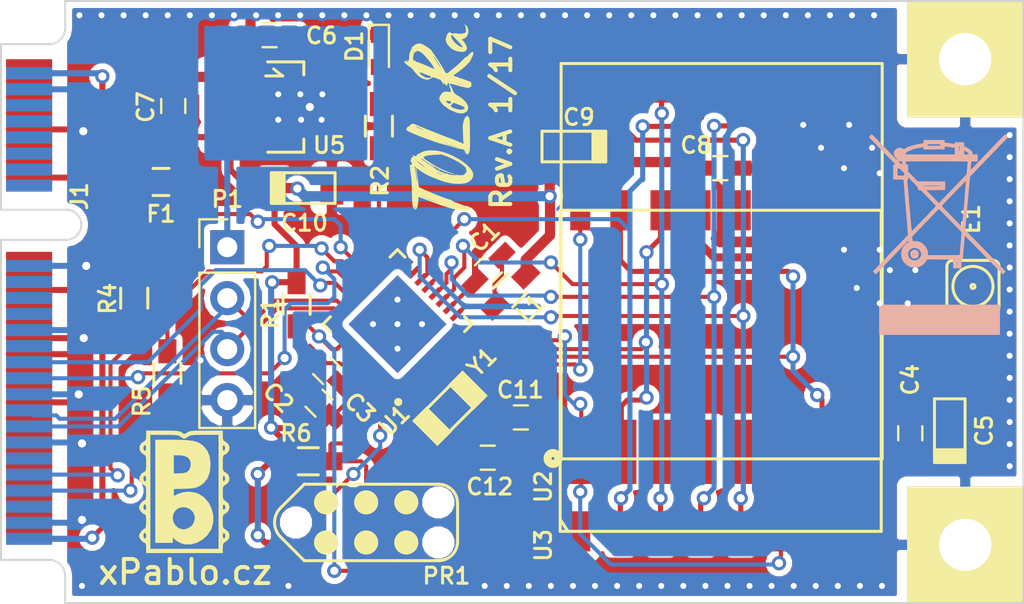
<source format=kicad_pcb>
(kicad_pcb (version 20171130) (host pcbnew 5.0.1-33cea8e~67~ubuntu16.04.1)

  (general
    (thickness 1)
    (drawings 17)
    (tracks 515)
    (zones 0)
    (modules 128)
    (nets 31)
  )

  (page A4)
  (title_block
    (title PCIeLoRa)
    (rev A)
    (company xPablo.cz)
  )

  (layers
    (0 F.Cu signal)
    (31 B.Cu signal)
    (32 B.Adhes user)
    (33 F.Adhes user)
    (34 B.Paste user)
    (35 F.Paste user)
    (36 B.SilkS user)
    (37 F.SilkS user)
    (38 B.Mask user)
    (39 F.Mask user)
    (40 Dwgs.User user)
    (41 Cmts.User user)
    (42 Eco1.User user)
    (43 Eco2.User user)
    (44 Edge.Cuts user)
  )

  (setup
    (last_trace_width 0.2032)
    (user_trace_width 0.254)
    (user_trace_width 0.3048)
    (user_trace_width 0.4064)
    (user_trace_width 0.508)
    (user_trace_width 0.6096)
    (user_trace_width 0.8128)
    (user_trace_width 1.016)
    (trace_clearance 0.15)
    (zone_clearance 0.254)
    (zone_45_only yes)
    (trace_min 0.2)
    (segment_width 0.15)
    (edge_width 0.1)
    (via_size 0.7112)
    (via_drill 0.4064)
    (via_min_size 0.4)
    (via_min_drill 0.3)
    (user_via 0.6096 0.3048)
    (user_via 0.7112 0.4064)
    (user_via 0.9144 0.6096)
    (uvia_size 0.3)
    (uvia_drill 0.1)
    (uvias_allowed no)
    (uvia_min_size 0.2)
    (uvia_min_drill 0.1)
    (pcb_text_width 0.3)
    (pcb_text_size 1.5 1.5)
    (mod_edge_width 0.15)
    (mod_text_size 1 1)
    (mod_text_width 0.15)
    (pad_size 0.6 0.6)
    (pad_drill 0.3)
    (pad_to_mask_clearance 0)
    (solder_mask_min_width 0.25)
    (aux_axis_origin 0 0)
    (visible_elements 7FFEFF7F)
    (pcbplotparams
      (layerselection 0x010f0_80000001)
      (usegerberextensions true)
      (usegerberattributes false)
      (usegerberadvancedattributes false)
      (creategerberjobfile false)
      (excludeedgelayer true)
      (linewidth 0.150000)
      (plotframeref false)
      (viasonmask false)
      (mode 1)
      (useauxorigin false)
      (hpglpennumber 1)
      (hpglpenspeed 20)
      (hpglpendiameter 15.000000)
      (psnegative false)
      (psa4output false)
      (plotreference true)
      (plotvalue true)
      (plotinvisibletext false)
      (padsonsilk false)
      (subtractmaskfromsilk false)
      (outputformat 1)
      (mirror false)
      (drillshape 0)
      (scaleselection 1)
      (outputdirectory "gerber/"))
  )

  (net 0 "")
  (net 1 GND)
  (net 2 +3V3)
  (net 3 "Net-(C1-Pad1)")
  (net 4 "Net-(C3-Pad1)")
  (net 5 /ANT)
  (net 6 /USB_N)
  (net 7 /USB_P)
  (net 8 "Net-(J1-Pad44)")
  (net 9 "Net-(J1-Pad46)")
  (net 10 /SCK)
  (net 11 /MISO)
  (net 12 /MOSI)
  (net 13 /NSS)
  (net 14 +5V)
  (net 15 /SWCLK)
  (net 16 /SWDIO)
  (net 17 /SCL)
  (net 18 /SDA)
  (net 19 /WLAN)
  (net 20 /WPAN)
  (net 21 /XTAL2)
  (net 22 /XTAL1)
  (net 23 "Net-(D1-Pad2)")
  (net 24 "Net-(F1-Pad2)")
  (net 25 "Net-(R2-Pad2)")
  (net 26 /RFM_DIOC)
  (net 27 /RFM_DIOB)
  (net 28 /RFM_DIOA)
  (net 29 /RES_RFM)
  (net 30 /RESET)

  (net_class Default "This is the default net class."
    (clearance 0.15)
    (trace_width 0.2032)
    (via_dia 0.7112)
    (via_drill 0.4064)
    (uvia_dia 0.3)
    (uvia_drill 0.1)
    (add_net +3V3)
    (add_net +5V)
    (add_net /ANT)
    (add_net /MISO)
    (add_net /MOSI)
    (add_net /NSS)
    (add_net /RESET)
    (add_net /RES_RFM)
    (add_net /RFM_DIOA)
    (add_net /RFM_DIOB)
    (add_net /RFM_DIOC)
    (add_net /SCK)
    (add_net /SCL)
    (add_net /SDA)
    (add_net /SWCLK)
    (add_net /SWDIO)
    (add_net /USB_N)
    (add_net /USB_P)
    (add_net /WLAN)
    (add_net /WPAN)
    (add_net /XTAL1)
    (add_net /XTAL2)
    (add_net GND)
    (add_net "Net-(C1-Pad1)")
    (add_net "Net-(C3-Pad1)")
    (add_net "Net-(D1-Pad2)")
    (add_net "Net-(F1-Pad2)")
    (add_net "Net-(J1-Pad44)")
    (add_net "Net-(J1-Pad46)")
    (add_net "Net-(R2-Pad2)")
  )

  (module xPablo:VIA-0.6mm (layer F.Cu) (tedit 5882254C) (tstamp 58871FF3)
    (at 125.2855 84.3815)
    (fp_text reference REF** (at 0.0254 2.032) (layer F.SilkS) hide
      (effects (font (size 1 1) (thickness 0.15)))
    )
    (fp_text value VIA-0.6mm (at 0.0254 -1.7526) (layer F.Fab) hide
      (effects (font (size 1 1) (thickness 0.15)))
    )
    (pad 1 thru_hole circle (at 0 0) (size 0.6 0.6) (drill 0.3) (layers *.Cu)
      (net 1 GND) (zone_connect 2))
  )

  (module xPablo:VIA-0.6mm (layer F.Cu) (tedit 5882254C) (tstamp 588369E6)
    (at 129.667 95.621)
    (fp_text reference REF** (at 0.0254 2.032) (layer F.SilkS) hide
      (effects (font (size 1 1) (thickness 0.15)))
    )
    (fp_text value VIA-0.6mm (at 0.0254 -1.7526) (layer F.Fab) hide
      (effects (font (size 1 1) (thickness 0.15)))
    )
    (pad 1 thru_hole circle (at 0 0) (size 0.6 0.6) (drill 0.3) (layers *.Cu)
      (net 1 GND) (zone_connect 2))
  )

  (module xPablo:VIA-0.6mm (layer F.Cu) (tedit 5882254C) (tstamp 588369D6)
    (at 119.38 95.621)
    (fp_text reference REF** (at 0.0254 2.032) (layer F.SilkS) hide
      (effects (font (size 1 1) (thickness 0.15)))
    )
    (fp_text value VIA-0.6mm (at 0.0254 -1.7526) (layer F.Fab) hide
      (effects (font (size 1 1) (thickness 0.15)))
    )
    (pad 1 thru_hole circle (at 0 0) (size 0.6 0.6) (drill 0.3) (layers *.Cu)
      (net 1 GND) (zone_connect 2))
  )

  (module xPablo:VIA-0.6mm (layer F.Cu) (tedit 5882254C) (tstamp 588369B3)
    (at 159.246 95.621)
    (fp_text reference REF** (at 0.0254 2.032) (layer F.SilkS) hide
      (effects (font (size 1 1) (thickness 0.15)))
    )
    (fp_text value VIA-0.6mm (at 0.0254 -1.7526) (layer F.Fab) hide
      (effects (font (size 1 1) (thickness 0.15)))
    )
    (pad 1 thru_hole circle (at 0 0) (size 0.6 0.6) (drill 0.3) (layers *.Cu)
      (net 1 GND) (zone_connect 2))
  )

  (module xPablo:VIA-0.6mm (layer F.Cu) (tedit 5882254C) (tstamp 588369AF)
    (at 158.146 95.621)
    (fp_text reference REF** (at 0.0254 2.032) (layer F.SilkS) hide
      (effects (font (size 1 1) (thickness 0.15)))
    )
    (fp_text value VIA-0.6mm (at 0.0254 -1.7526) (layer F.Fab) hide
      (effects (font (size 1 1) (thickness 0.15)))
    )
    (pad 1 thru_hole circle (at 0 0) (size 0.6 0.6) (drill 0.3) (layers *.Cu)
      (net 1 GND) (zone_connect 2))
  )

  (module xPablo:VIA-0.6mm (layer F.Cu) (tedit 5882254C) (tstamp 588369AB)
    (at 157.046 95.621)
    (fp_text reference REF** (at 0.0254 2.032) (layer F.SilkS) hide
      (effects (font (size 1 1) (thickness 0.15)))
    )
    (fp_text value VIA-0.6mm (at 0.0254 -1.7526) (layer F.Fab) hide
      (effects (font (size 1 1) (thickness 0.15)))
    )
    (pad 1 thru_hole circle (at 0 0) (size 0.6 0.6) (drill 0.3) (layers *.Cu)
      (net 1 GND) (zone_connect 2))
  )

  (module xPablo:VIA-0.6mm (layer F.Cu) (tedit 5882254C) (tstamp 588369A7)
    (at 155.946 95.621)
    (fp_text reference REF** (at 0.0254 2.032) (layer F.SilkS) hide
      (effects (font (size 1 1) (thickness 0.15)))
    )
    (fp_text value VIA-0.6mm (at 0.0254 -1.7526) (layer F.Fab) hide
      (effects (font (size 1 1) (thickness 0.15)))
    )
    (pad 1 thru_hole circle (at 0 0) (size 0.6 0.6) (drill 0.3) (layers *.Cu)
      (net 1 GND) (zone_connect 2))
  )

  (module xPablo:VIA-0.6mm (layer F.Cu) (tedit 5882254C) (tstamp 588369A3)
    (at 154.846 95.621)
    (fp_text reference REF** (at 0.0254 2.032) (layer F.SilkS) hide
      (effects (font (size 1 1) (thickness 0.15)))
    )
    (fp_text value VIA-0.6mm (at 0.0254 -1.7526) (layer F.Fab) hide
      (effects (font (size 1 1) (thickness 0.15)))
    )
    (pad 1 thru_hole circle (at 0 0) (size 0.6 0.6) (drill 0.3) (layers *.Cu)
      (net 1 GND) (zone_connect 2))
  )

  (module xPablo:VIA-0.6mm (layer F.Cu) (tedit 5882254C) (tstamp 5883699F)
    (at 153.746 95.621)
    (fp_text reference REF** (at 0.0254 2.032) (layer F.SilkS) hide
      (effects (font (size 1 1) (thickness 0.15)))
    )
    (fp_text value VIA-0.6mm (at 0.0254 -1.7526) (layer F.Fab) hide
      (effects (font (size 1 1) (thickness 0.15)))
    )
    (pad 1 thru_hole circle (at 0 0) (size 0.6 0.6) (drill 0.3) (layers *.Cu)
      (net 1 GND) (zone_connect 2))
  )

  (module xPablo:VIA-0.6mm (layer F.Cu) (tedit 5882254C) (tstamp 5883699B)
    (at 152.646 95.621)
    (fp_text reference REF** (at 0.0254 2.032) (layer F.SilkS) hide
      (effects (font (size 1 1) (thickness 0.15)))
    )
    (fp_text value VIA-0.6mm (at 0.0254 -1.7526) (layer F.Fab) hide
      (effects (font (size 1 1) (thickness 0.15)))
    )
    (pad 1 thru_hole circle (at 0 0) (size 0.6 0.6) (drill 0.3) (layers *.Cu)
      (net 1 GND) (zone_connect 2))
  )

  (module xPablo:VIA-0.6mm (layer F.Cu) (tedit 5882254C) (tstamp 58836997)
    (at 151.546 95.621)
    (fp_text reference REF** (at 0.0254 2.032) (layer F.SilkS) hide
      (effects (font (size 1 1) (thickness 0.15)))
    )
    (fp_text value VIA-0.6mm (at 0.0254 -1.7526) (layer F.Fab) hide
      (effects (font (size 1 1) (thickness 0.15)))
    )
    (pad 1 thru_hole circle (at 0 0) (size 0.6 0.6) (drill 0.3) (layers *.Cu)
      (net 1 GND) (zone_connect 2))
  )

  (module xPablo:VIA-0.6mm (layer F.Cu) (tedit 5882254C) (tstamp 58836993)
    (at 150.446 95.621)
    (fp_text reference REF** (at 0.0254 2.032) (layer F.SilkS) hide
      (effects (font (size 1 1) (thickness 0.15)))
    )
    (fp_text value VIA-0.6mm (at 0.0254 -1.7526) (layer F.Fab) hide
      (effects (font (size 1 1) (thickness 0.15)))
    )
    (pad 1 thru_hole circle (at 0 0) (size 0.6 0.6) (drill 0.3) (layers *.Cu)
      (net 1 GND) (zone_connect 2))
  )

  (module xPablo:VIA-0.6mm (layer F.Cu) (tedit 5882254C) (tstamp 5883698F)
    (at 149.346 95.621)
    (fp_text reference REF** (at 0.0254 2.032) (layer F.SilkS) hide
      (effects (font (size 1 1) (thickness 0.15)))
    )
    (fp_text value VIA-0.6mm (at 0.0254 -1.7526) (layer F.Fab) hide
      (effects (font (size 1 1) (thickness 0.15)))
    )
    (pad 1 thru_hole circle (at 0 0) (size 0.6 0.6) (drill 0.3) (layers *.Cu)
      (net 1 GND) (zone_connect 2))
  )

  (module xPablo:VIA-0.6mm (layer F.Cu) (tedit 5882254C) (tstamp 5883698B)
    (at 148.246 95.621)
    (fp_text reference REF** (at 0.0254 2.032) (layer F.SilkS) hide
      (effects (font (size 1 1) (thickness 0.15)))
    )
    (fp_text value VIA-0.6mm (at 0.0254 -1.7526) (layer F.Fab) hide
      (effects (font (size 1 1) (thickness 0.15)))
    )
    (pad 1 thru_hole circle (at 0 0) (size 0.6 0.6) (drill 0.3) (layers *.Cu)
      (net 1 GND) (zone_connect 2))
  )

  (module xPablo:VIA-0.6mm (layer F.Cu) (tedit 5882254C) (tstamp 58836987)
    (at 147.146 95.621)
    (fp_text reference REF** (at 0.0254 2.032) (layer F.SilkS) hide
      (effects (font (size 1 1) (thickness 0.15)))
    )
    (fp_text value VIA-0.6mm (at 0.0254 -1.7526) (layer F.Fab) hide
      (effects (font (size 1 1) (thickness 0.15)))
    )
    (pad 1 thru_hole circle (at 0 0) (size 0.6 0.6) (drill 0.3) (layers *.Cu)
      (net 1 GND) (zone_connect 2))
  )

  (module xPablo:VIA-0.6mm (layer F.Cu) (tedit 5882254C) (tstamp 58836983)
    (at 146.046 95.621)
    (fp_text reference REF** (at 0.0254 2.032) (layer F.SilkS) hide
      (effects (font (size 1 1) (thickness 0.15)))
    )
    (fp_text value VIA-0.6mm (at 0.0254 -1.7526) (layer F.Fab) hide
      (effects (font (size 1 1) (thickness 0.15)))
    )
    (pad 1 thru_hole circle (at 0 0) (size 0.6 0.6) (drill 0.3) (layers *.Cu)
      (net 1 GND) (zone_connect 2))
  )

  (module xPablo:VIA-0.6mm (layer F.Cu) (tedit 5882254C) (tstamp 5883697F)
    (at 144.946 95.621)
    (fp_text reference REF** (at 0.0254 2.032) (layer F.SilkS) hide
      (effects (font (size 1 1) (thickness 0.15)))
    )
    (fp_text value VIA-0.6mm (at 0.0254 -1.7526) (layer F.Fab) hide
      (effects (font (size 1 1) (thickness 0.15)))
    )
    (pad 1 thru_hole circle (at 0 0) (size 0.6 0.6) (drill 0.3) (layers *.Cu)
      (net 1 GND) (zone_connect 2))
  )

  (module xPablo:VIA-0.6mm (layer F.Cu) (tedit 5882254C) (tstamp 5883697B)
    (at 143.846 95.621)
    (fp_text reference REF** (at 0.0254 2.032) (layer F.SilkS) hide
      (effects (font (size 1 1) (thickness 0.15)))
    )
    (fp_text value VIA-0.6mm (at 0.0254 -1.7526) (layer F.Fab) hide
      (effects (font (size 1 1) (thickness 0.15)))
    )
    (pad 1 thru_hole circle (at 0 0) (size 0.6 0.6) (drill 0.3) (layers *.Cu)
      (net 1 GND) (zone_connect 2))
  )

  (module xPablo:VIA-0.6mm (layer F.Cu) (tedit 5882254C) (tstamp 58836977)
    (at 142.746 95.621)
    (fp_text reference REF** (at 0.0254 2.032) (layer F.SilkS) hide
      (effects (font (size 1 1) (thickness 0.15)))
    )
    (fp_text value VIA-0.6mm (at 0.0254 -1.7526) (layer F.Fab) hide
      (effects (font (size 1 1) (thickness 0.15)))
    )
    (pad 1 thru_hole circle (at 0 0) (size 0.6 0.6) (drill 0.3) (layers *.Cu)
      (net 1 GND) (zone_connect 2))
  )

  (module xPablo:VIA-0.6mm (layer F.Cu) (tedit 5882254C) (tstamp 58836973)
    (at 141.646 95.621)
    (fp_text reference REF** (at 0.0254 2.032) (layer F.SilkS) hide
      (effects (font (size 1 1) (thickness 0.15)))
    )
    (fp_text value VIA-0.6mm (at 0.0254 -1.7526) (layer F.Fab) hide
      (effects (font (size 1 1) (thickness 0.15)))
    )
    (pad 1 thru_hole circle (at 0 0) (size 0.6 0.6) (drill 0.3) (layers *.Cu)
      (net 1 GND) (zone_connect 2))
  )

  (module xPablo:VIA-0.6mm (layer F.Cu) (tedit 5882254C) (tstamp 5883696F)
    (at 140.546 95.621)
    (fp_text reference REF** (at 0.0254 2.032) (layer F.SilkS) hide
      (effects (font (size 1 1) (thickness 0.15)))
    )
    (fp_text value VIA-0.6mm (at 0.0254 -1.7526) (layer F.Fab) hide
      (effects (font (size 1 1) (thickness 0.15)))
    )
    (pad 1 thru_hole circle (at 0 0) (size 0.6 0.6) (drill 0.3) (layers *.Cu)
      (net 1 GND) (zone_connect 2))
  )

  (module xPablo:VIA-0.6mm (layer F.Cu) (tedit 5882254C) (tstamp 5883695C)
    (at 139.446 95.621)
    (fp_text reference REF** (at 0.0254 2.032) (layer F.SilkS) hide
      (effects (font (size 1 1) (thickness 0.15)))
    )
    (fp_text value VIA-0.6mm (at 0.0254 -1.7526) (layer F.Fab) hide
      (effects (font (size 1 1) (thickness 0.15)))
    )
    (pad 1 thru_hole circle (at 0 0) (size 0.6 0.6) (drill 0.3) (layers *.Cu)
      (net 1 GND) (zone_connect 2))
  )

  (module xPablo:VIA-0.6mm (layer F.Cu) (tedit 5882254C) (tstamp 588368F2)
    (at 158.853 67.183)
    (fp_text reference REF** (at 0.0254 2.032) (layer F.SilkS) hide
      (effects (font (size 1 1) (thickness 0.15)))
    )
    (fp_text value VIA-0.6mm (at 0.0254 -1.7526) (layer F.Fab) hide
      (effects (font (size 1 1) (thickness 0.15)))
    )
    (pad 1 thru_hole circle (at 0 0) (size 0.6 0.6) (drill 0.3) (layers *.Cu)
      (net 1 GND) (zone_connect 2))
  )

  (module xPablo:VIA-0.6mm (layer F.Cu) (tedit 5882254C) (tstamp 588368EE)
    (at 157.753 67.183)
    (fp_text reference REF** (at 0.0254 2.032) (layer F.SilkS) hide
      (effects (font (size 1 1) (thickness 0.15)))
    )
    (fp_text value VIA-0.6mm (at 0.0254 -1.7526) (layer F.Fab) hide
      (effects (font (size 1 1) (thickness 0.15)))
    )
    (pad 1 thru_hole circle (at 0 0) (size 0.6 0.6) (drill 0.3) (layers *.Cu)
      (net 1 GND) (zone_connect 2))
  )

  (module xPablo:VIA-0.6mm (layer F.Cu) (tedit 5882254C) (tstamp 588368EA)
    (at 156.653 67.183)
    (fp_text reference REF** (at 0.0254 2.032) (layer F.SilkS) hide
      (effects (font (size 1 1) (thickness 0.15)))
    )
    (fp_text value VIA-0.6mm (at 0.0254 -1.7526) (layer F.Fab) hide
      (effects (font (size 1 1) (thickness 0.15)))
    )
    (pad 1 thru_hole circle (at 0 0) (size 0.6 0.6) (drill 0.3) (layers *.Cu)
      (net 1 GND) (zone_connect 2))
  )

  (module xPablo:VIA-0.6mm (layer F.Cu) (tedit 5882254C) (tstamp 588368E6)
    (at 155.553 67.183)
    (fp_text reference REF** (at 0.0254 2.032) (layer F.SilkS) hide
      (effects (font (size 1 1) (thickness 0.15)))
    )
    (fp_text value VIA-0.6mm (at 0.0254 -1.7526) (layer F.Fab) hide
      (effects (font (size 1 1) (thickness 0.15)))
    )
    (pad 1 thru_hole circle (at 0 0) (size 0.6 0.6) (drill 0.3) (layers *.Cu)
      (net 1 GND) (zone_connect 2))
  )

  (module xPablo:VIA-0.6mm (layer F.Cu) (tedit 5882254C) (tstamp 588368E2)
    (at 154.453 67.183)
    (fp_text reference REF** (at 0.0254 2.032) (layer F.SilkS) hide
      (effects (font (size 1 1) (thickness 0.15)))
    )
    (fp_text value VIA-0.6mm (at 0.0254 -1.7526) (layer F.Fab) hide
      (effects (font (size 1 1) (thickness 0.15)))
    )
    (pad 1 thru_hole circle (at 0 0) (size 0.6 0.6) (drill 0.3) (layers *.Cu)
      (net 1 GND) (zone_connect 2))
  )

  (module xPablo:VIA-0.6mm (layer F.Cu) (tedit 5882254C) (tstamp 588368DE)
    (at 153.353 67.183)
    (fp_text reference REF** (at 0.0254 2.032) (layer F.SilkS) hide
      (effects (font (size 1 1) (thickness 0.15)))
    )
    (fp_text value VIA-0.6mm (at 0.0254 -1.7526) (layer F.Fab) hide
      (effects (font (size 1 1) (thickness 0.15)))
    )
    (pad 1 thru_hole circle (at 0 0) (size 0.6 0.6) (drill 0.3) (layers *.Cu)
      (net 1 GND) (zone_connect 2))
  )

  (module xPablo:VIA-0.6mm (layer F.Cu) (tedit 5882254C) (tstamp 588368DA)
    (at 152.253 67.183)
    (fp_text reference REF** (at 0.0254 2.032) (layer F.SilkS) hide
      (effects (font (size 1 1) (thickness 0.15)))
    )
    (fp_text value VIA-0.6mm (at 0.0254 -1.7526) (layer F.Fab) hide
      (effects (font (size 1 1) (thickness 0.15)))
    )
    (pad 1 thru_hole circle (at 0 0) (size 0.6 0.6) (drill 0.3) (layers *.Cu)
      (net 1 GND) (zone_connect 2))
  )

  (module xPablo:VIA-0.6mm (layer F.Cu) (tedit 5882254C) (tstamp 588368D6)
    (at 151.153 67.183)
    (fp_text reference REF** (at 0.0254 2.032) (layer F.SilkS) hide
      (effects (font (size 1 1) (thickness 0.15)))
    )
    (fp_text value VIA-0.6mm (at 0.0254 -1.7526) (layer F.Fab) hide
      (effects (font (size 1 1) (thickness 0.15)))
    )
    (pad 1 thru_hole circle (at 0 0) (size 0.6 0.6) (drill 0.3) (layers *.Cu)
      (net 1 GND) (zone_connect 2))
  )

  (module xPablo:VIA-0.6mm (layer F.Cu) (tedit 5882254C) (tstamp 588368D2)
    (at 150.053 67.183)
    (fp_text reference REF** (at 0.0254 2.032) (layer F.SilkS) hide
      (effects (font (size 1 1) (thickness 0.15)))
    )
    (fp_text value VIA-0.6mm (at 0.0254 -1.7526) (layer F.Fab) hide
      (effects (font (size 1 1) (thickness 0.15)))
    )
    (pad 1 thru_hole circle (at 0 0) (size 0.6 0.6) (drill 0.3) (layers *.Cu)
      (net 1 GND) (zone_connect 2))
  )

  (module xPablo:VIA-0.6mm (layer F.Cu) (tedit 5882254C) (tstamp 588368CE)
    (at 148.953 67.183)
    (fp_text reference REF** (at 0.0254 2.032) (layer F.SilkS) hide
      (effects (font (size 1 1) (thickness 0.15)))
    )
    (fp_text value VIA-0.6mm (at 0.0254 -1.7526) (layer F.Fab) hide
      (effects (font (size 1 1) (thickness 0.15)))
    )
    (pad 1 thru_hole circle (at 0 0) (size 0.6 0.6) (drill 0.3) (layers *.Cu)
      (net 1 GND) (zone_connect 2))
  )

  (module xPablo:VIA-0.6mm (layer F.Cu) (tedit 5882254C) (tstamp 588368CA)
    (at 147.853 67.183)
    (fp_text reference REF** (at 0.0254 2.032) (layer F.SilkS) hide
      (effects (font (size 1 1) (thickness 0.15)))
    )
    (fp_text value VIA-0.6mm (at 0.0254 -1.7526) (layer F.Fab) hide
      (effects (font (size 1 1) (thickness 0.15)))
    )
    (pad 1 thru_hole circle (at 0 0) (size 0.6 0.6) (drill 0.3) (layers *.Cu)
      (net 1 GND) (zone_connect 2))
  )

  (module xPablo:VIA-0.6mm (layer F.Cu) (tedit 5882254C) (tstamp 588368C6)
    (at 146.753 67.183)
    (fp_text reference REF** (at 0.0254 2.032) (layer F.SilkS) hide
      (effects (font (size 1 1) (thickness 0.15)))
    )
    (fp_text value VIA-0.6mm (at 0.0254 -1.7526) (layer F.Fab) hide
      (effects (font (size 1 1) (thickness 0.15)))
    )
    (pad 1 thru_hole circle (at 0 0) (size 0.6 0.6) (drill 0.3) (layers *.Cu)
      (net 1 GND) (zone_connect 2))
  )

  (module xPablo:VIA-0.6mm (layer F.Cu) (tedit 5882254C) (tstamp 588368C2)
    (at 145.653 67.183)
    (fp_text reference REF** (at 0.0254 2.032) (layer F.SilkS) hide
      (effects (font (size 1 1) (thickness 0.15)))
    )
    (fp_text value VIA-0.6mm (at 0.0254 -1.7526) (layer F.Fab) hide
      (effects (font (size 1 1) (thickness 0.15)))
    )
    (pad 1 thru_hole circle (at 0 0) (size 0.6 0.6) (drill 0.3) (layers *.Cu)
      (net 1 GND) (zone_connect 2))
  )

  (module xPablo:VIA-0.6mm (layer F.Cu) (tedit 5882254C) (tstamp 588368BE)
    (at 144.553 67.183)
    (fp_text reference REF** (at 0.0254 2.032) (layer F.SilkS) hide
      (effects (font (size 1 1) (thickness 0.15)))
    )
    (fp_text value VIA-0.6mm (at 0.0254 -1.7526) (layer F.Fab) hide
      (effects (font (size 1 1) (thickness 0.15)))
    )
    (pad 1 thru_hole circle (at 0 0) (size 0.6 0.6) (drill 0.3) (layers *.Cu)
      (net 1 GND) (zone_connect 2))
  )

  (module xPablo:VIA-0.6mm (layer F.Cu) (tedit 5882254C) (tstamp 588368BA)
    (at 143.453 67.183)
    (fp_text reference REF** (at 0.0254 2.032) (layer F.SilkS) hide
      (effects (font (size 1 1) (thickness 0.15)))
    )
    (fp_text value VIA-0.6mm (at 0.0254 -1.7526) (layer F.Fab) hide
      (effects (font (size 1 1) (thickness 0.15)))
    )
    (pad 1 thru_hole circle (at 0 0) (size 0.6 0.6) (drill 0.3) (layers *.Cu)
      (net 1 GND) (zone_connect 2))
  )

  (module xPablo:VIA-0.6mm (layer F.Cu) (tedit 5882254C) (tstamp 588368B6)
    (at 142.353 67.183)
    (fp_text reference REF** (at 0.0254 2.032) (layer F.SilkS) hide
      (effects (font (size 1 1) (thickness 0.15)))
    )
    (fp_text value VIA-0.6mm (at 0.0254 -1.7526) (layer F.Fab) hide
      (effects (font (size 1 1) (thickness 0.15)))
    )
    (pad 1 thru_hole circle (at 0 0) (size 0.6 0.6) (drill 0.3) (layers *.Cu)
      (net 1 GND) (zone_connect 2))
  )

  (module xPablo:VIA-0.6mm (layer F.Cu) (tedit 5882254C) (tstamp 588368B2)
    (at 141.253 67.183)
    (fp_text reference REF** (at 0.0254 2.032) (layer F.SilkS) hide
      (effects (font (size 1 1) (thickness 0.15)))
    )
    (fp_text value VIA-0.6mm (at 0.0254 -1.7526) (layer F.Fab) hide
      (effects (font (size 1 1) (thickness 0.15)))
    )
    (pad 1 thru_hole circle (at 0 0) (size 0.6 0.6) (drill 0.3) (layers *.Cu)
      (net 1 GND) (zone_connect 2))
  )

  (module xPablo:VIA-0.6mm (layer F.Cu) (tedit 5882254C) (tstamp 588368AE)
    (at 140.153 67.183)
    (fp_text reference REF** (at 0.0254 2.032) (layer F.SilkS) hide
      (effects (font (size 1 1) (thickness 0.15)))
    )
    (fp_text value VIA-0.6mm (at 0.0254 -1.7526) (layer F.Fab) hide
      (effects (font (size 1 1) (thickness 0.15)))
    )
    (pad 1 thru_hole circle (at 0 0) (size 0.6 0.6) (drill 0.3) (layers *.Cu)
      (net 1 GND) (zone_connect 2))
  )

  (module xPablo:VIA-0.6mm (layer F.Cu) (tedit 5882254C) (tstamp 588368AA)
    (at 139.053 67.183)
    (fp_text reference REF** (at 0.0254 2.032) (layer F.SilkS) hide
      (effects (font (size 1 1) (thickness 0.15)))
    )
    (fp_text value VIA-0.6mm (at 0.0254 -1.7526) (layer F.Fab) hide
      (effects (font (size 1 1) (thickness 0.15)))
    )
    (pad 1 thru_hole circle (at 0 0) (size 0.6 0.6) (drill 0.3) (layers *.Cu)
      (net 1 GND) (zone_connect 2))
  )

  (module xPablo:VIA-0.6mm (layer F.Cu) (tedit 5882254C) (tstamp 588368A6)
    (at 137.953 67.183)
    (fp_text reference REF** (at 0.0254 2.032) (layer F.SilkS) hide
      (effects (font (size 1 1) (thickness 0.15)))
    )
    (fp_text value VIA-0.6mm (at 0.0254 -1.7526) (layer F.Fab) hide
      (effects (font (size 1 1) (thickness 0.15)))
    )
    (pad 1 thru_hole circle (at 0 0) (size 0.6 0.6) (drill 0.3) (layers *.Cu)
      (net 1 GND) (zone_connect 2))
  )

  (module xPablo:VIA-0.6mm (layer F.Cu) (tedit 5882254C) (tstamp 588368A2)
    (at 136.853 67.183)
    (fp_text reference REF** (at 0.0254 2.032) (layer F.SilkS) hide
      (effects (font (size 1 1) (thickness 0.15)))
    )
    (fp_text value VIA-0.6mm (at 0.0254 -1.7526) (layer F.Fab) hide
      (effects (font (size 1 1) (thickness 0.15)))
    )
    (pad 1 thru_hole circle (at 0 0) (size 0.6 0.6) (drill 0.3) (layers *.Cu)
      (net 1 GND) (zone_connect 2))
  )

  (module xPablo:VIA-0.6mm (layer F.Cu) (tedit 5882254C) (tstamp 5883689E)
    (at 135.753 67.183)
    (fp_text reference REF** (at 0.0254 2.032) (layer F.SilkS) hide
      (effects (font (size 1 1) (thickness 0.15)))
    )
    (fp_text value VIA-0.6mm (at 0.0254 -1.7526) (layer F.Fab) hide
      (effects (font (size 1 1) (thickness 0.15)))
    )
    (pad 1 thru_hole circle (at 0 0) (size 0.6 0.6) (drill 0.3) (layers *.Cu)
      (net 1 GND) (zone_connect 2))
  )

  (module xPablo:VIA-0.6mm (layer F.Cu) (tedit 5882254C) (tstamp 5883689A)
    (at 134.653 67.183)
    (fp_text reference REF** (at 0.0254 2.032) (layer F.SilkS) hide
      (effects (font (size 1 1) (thickness 0.15)))
    )
    (fp_text value VIA-0.6mm (at 0.0254 -1.7526) (layer F.Fab) hide
      (effects (font (size 1 1) (thickness 0.15)))
    )
    (pad 1 thru_hole circle (at 0 0) (size 0.6 0.6) (drill 0.3) (layers *.Cu)
      (net 1 GND) (zone_connect 2))
  )

  (module xPablo:VIA-0.6mm (layer F.Cu) (tedit 5882254C) (tstamp 58836896)
    (at 133.553 67.183)
    (fp_text reference REF** (at 0.0254 2.032) (layer F.SilkS) hide
      (effects (font (size 1 1) (thickness 0.15)))
    )
    (fp_text value VIA-0.6mm (at 0.0254 -1.7526) (layer F.Fab) hide
      (effects (font (size 1 1) (thickness 0.15)))
    )
    (pad 1 thru_hole circle (at 0 0) (size 0.6 0.6) (drill 0.3) (layers *.Cu)
      (net 1 GND) (zone_connect 2))
  )

  (module xPablo:VIA-0.6mm (layer F.Cu) (tedit 5882254C) (tstamp 58836892)
    (at 132.453 67.183)
    (fp_text reference REF** (at 0.0254 2.032) (layer F.SilkS) hide
      (effects (font (size 1 1) (thickness 0.15)))
    )
    (fp_text value VIA-0.6mm (at 0.0254 -1.7526) (layer F.Fab) hide
      (effects (font (size 1 1) (thickness 0.15)))
    )
    (pad 1 thru_hole circle (at 0 0) (size 0.6 0.6) (drill 0.3) (layers *.Cu)
      (net 1 GND) (zone_connect 2))
  )

  (module xPablo:VIA-0.6mm (layer F.Cu) (tedit 5882254C) (tstamp 5883688E)
    (at 131.353 67.183)
    (fp_text reference REF** (at 0.0254 2.032) (layer F.SilkS) hide
      (effects (font (size 1 1) (thickness 0.15)))
    )
    (fp_text value VIA-0.6mm (at 0.0254 -1.7526) (layer F.Fab) hide
      (effects (font (size 1 1) (thickness 0.15)))
    )
    (pad 1 thru_hole circle (at 0 0) (size 0.6 0.6) (drill 0.3) (layers *.Cu)
      (net 1 GND) (zone_connect 2))
  )

  (module xPablo:VIA-0.6mm (layer F.Cu) (tedit 5882254C) (tstamp 5883688A)
    (at 130.253 67.183)
    (fp_text reference REF** (at 0.0254 2.032) (layer F.SilkS) hide
      (effects (font (size 1 1) (thickness 0.15)))
    )
    (fp_text value VIA-0.6mm (at 0.0254 -1.7526) (layer F.Fab) hide
      (effects (font (size 1 1) (thickness 0.15)))
    )
    (pad 1 thru_hole circle (at 0 0) (size 0.6 0.6) (drill 0.3) (layers *.Cu)
      (net 1 GND) (zone_connect 2))
  )

  (module xPablo:VIA-0.6mm (layer F.Cu) (tedit 5882254C) (tstamp 58836886)
    (at 129.153 67.183)
    (fp_text reference REF** (at 0.0254 2.032) (layer F.SilkS) hide
      (effects (font (size 1 1) (thickness 0.15)))
    )
    (fp_text value VIA-0.6mm (at 0.0254 -1.7526) (layer F.Fab) hide
      (effects (font (size 1 1) (thickness 0.15)))
    )
    (pad 1 thru_hole circle (at 0 0) (size 0.6 0.6) (drill 0.3) (layers *.Cu)
      (net 1 GND) (zone_connect 2))
  )

  (module xPablo:VIA-0.6mm (layer F.Cu) (tedit 5882254C) (tstamp 58836882)
    (at 128.053 67.183)
    (fp_text reference REF** (at 0.0254 2.032) (layer F.SilkS) hide
      (effects (font (size 1 1) (thickness 0.15)))
    )
    (fp_text value VIA-0.6mm (at 0.0254 -1.7526) (layer F.Fab) hide
      (effects (font (size 1 1) (thickness 0.15)))
    )
    (pad 1 thru_hole circle (at 0 0) (size 0.6 0.6) (drill 0.3) (layers *.Cu)
      (net 1 GND) (zone_connect 2))
  )

  (module xPablo:VIA-0.6mm (layer F.Cu) (tedit 5882254C) (tstamp 5883687E)
    (at 126.953 67.183)
    (fp_text reference REF** (at 0.0254 2.032) (layer F.SilkS) hide
      (effects (font (size 1 1) (thickness 0.15)))
    )
    (fp_text value VIA-0.6mm (at 0.0254 -1.7526) (layer F.Fab) hide
      (effects (font (size 1 1) (thickness 0.15)))
    )
    (pad 1 thru_hole circle (at 0 0) (size 0.6 0.6) (drill 0.3) (layers *.Cu)
      (net 1 GND) (zone_connect 2))
  )

  (module xPablo:VIA-0.6mm (layer F.Cu) (tedit 5882254C) (tstamp 5883687A)
    (at 125.853 67.183)
    (fp_text reference REF** (at 0.0254 2.032) (layer F.SilkS) hide
      (effects (font (size 1 1) (thickness 0.15)))
    )
    (fp_text value VIA-0.6mm (at 0.0254 -1.7526) (layer F.Fab) hide
      (effects (font (size 1 1) (thickness 0.15)))
    )
    (pad 1 thru_hole circle (at 0 0) (size 0.6 0.6) (drill 0.3) (layers *.Cu)
      (net 1 GND) (zone_connect 2))
  )

  (module xPablo:VIA-0.6mm (layer F.Cu) (tedit 5882254C) (tstamp 58836876)
    (at 124.753 67.183)
    (fp_text reference REF** (at 0.0254 2.032) (layer F.SilkS) hide
      (effects (font (size 1 1) (thickness 0.15)))
    )
    (fp_text value VIA-0.6mm (at 0.0254 -1.7526) (layer F.Fab) hide
      (effects (font (size 1 1) (thickness 0.15)))
    )
    (pad 1 thru_hole circle (at 0 0) (size 0.6 0.6) (drill 0.3) (layers *.Cu)
      (net 1 GND) (zone_connect 2))
  )

  (module xPablo:VIA-0.6mm (layer F.Cu) (tedit 5882254C) (tstamp 58836872)
    (at 123.653 67.183)
    (fp_text reference REF** (at 0.0254 2.032) (layer F.SilkS) hide
      (effects (font (size 1 1) (thickness 0.15)))
    )
    (fp_text value VIA-0.6mm (at 0.0254 -1.7526) (layer F.Fab) hide
      (effects (font (size 1 1) (thickness 0.15)))
    )
    (pad 1 thru_hole circle (at 0 0) (size 0.6 0.6) (drill 0.3) (layers *.Cu)
      (net 1 GND) (zone_connect 2))
  )

  (module xPablo:VIA-0.6mm (layer F.Cu) (tedit 5882254C) (tstamp 5883686E)
    (at 122.553 67.183)
    (fp_text reference REF** (at 0.0254 2.032) (layer F.SilkS) hide
      (effects (font (size 1 1) (thickness 0.15)))
    )
    (fp_text value VIA-0.6mm (at 0.0254 -1.7526) (layer F.Fab) hide
      (effects (font (size 1 1) (thickness 0.15)))
    )
    (pad 1 thru_hole circle (at 0 0) (size 0.6 0.6) (drill 0.3) (layers *.Cu)
      (net 1 GND) (zone_connect 2))
  )

  (module xPablo:VIA-0.6mm (layer F.Cu) (tedit 5882254C) (tstamp 5883686A)
    (at 121.453 67.183)
    (fp_text reference REF** (at 0.0254 2.032) (layer F.SilkS) hide
      (effects (font (size 1 1) (thickness 0.15)))
    )
    (fp_text value VIA-0.6mm (at 0.0254 -1.7526) (layer F.Fab) hide
      (effects (font (size 1 1) (thickness 0.15)))
    )
    (pad 1 thru_hole circle (at 0 0) (size 0.6 0.6) (drill 0.3) (layers *.Cu)
      (net 1 GND) (zone_connect 2))
  )

  (module xPablo:VIA-0.6mm (layer F.Cu) (tedit 5882254C) (tstamp 58836866)
    (at 120.353 67.183)
    (fp_text reference REF** (at 0.0254 2.032) (layer F.SilkS) hide
      (effects (font (size 1 1) (thickness 0.15)))
    )
    (fp_text value VIA-0.6mm (at 0.0254 -1.7526) (layer F.Fab) hide
      (effects (font (size 1 1) (thickness 0.15)))
    )
    (pad 1 thru_hole circle (at 0 0) (size 0.6 0.6) (drill 0.3) (layers *.Cu)
      (net 1 GND) (zone_connect 2))
  )

  (module xPablo:VIA-0.6mm (layer F.Cu) (tedit 5882254C) (tstamp 58836852)
    (at 119.253 67.183)
    (fp_text reference REF** (at 0.0254 2.032) (layer F.SilkS) hide
      (effects (font (size 1 1) (thickness 0.15)))
    )
    (fp_text value VIA-0.6mm (at 0.0254 -1.7526) (layer F.Fab) hide
      (effects (font (size 1 1) (thickness 0.15)))
    )
    (pad 1 thru_hole circle (at 0 0) (size 0.6 0.6) (drill 0.3) (layers *.Cu)
      (net 1 GND) (zone_connect 2))
  )

  (module xPablo:VIA-0.6mm (layer F.Cu) (tedit 5882254C) (tstamp 58827370)
    (at 165.608 89.652)
    (fp_text reference REF** (at 0.0254 2.032) (layer F.SilkS) hide
      (effects (font (size 1 1) (thickness 0.15)))
    )
    (fp_text value VIA-0.6mm (at 0.0254 -1.7526) (layer F.Fab) hide
      (effects (font (size 1 1) (thickness 0.15)))
    )
    (pad 1 thru_hole circle (at 0 0) (size 0.6 0.6) (drill 0.3) (layers *.Cu)
      (net 1 GND) (zone_connect 2))
  )

  (module xPablo:VIA-0.6mm (layer F.Cu) (tedit 5882254C) (tstamp 5882736C)
    (at 165.608 88.552)
    (fp_text reference REF** (at 0.0254 2.032) (layer F.SilkS) hide
      (effects (font (size 1 1) (thickness 0.15)))
    )
    (fp_text value VIA-0.6mm (at 0.0254 -1.7526) (layer F.Fab) hide
      (effects (font (size 1 1) (thickness 0.15)))
    )
    (pad 1 thru_hole circle (at 0 0) (size 0.6 0.6) (drill 0.3) (layers *.Cu)
      (net 1 GND) (zone_connect 2))
  )

  (module xPablo:VIA-0.6mm (layer F.Cu) (tedit 5882254C) (tstamp 58827368)
    (at 165.608 87.452)
    (fp_text reference REF** (at 0.0254 2.032) (layer F.SilkS) hide
      (effects (font (size 1 1) (thickness 0.15)))
    )
    (fp_text value VIA-0.6mm (at 0.0254 -1.7526) (layer F.Fab) hide
      (effects (font (size 1 1) (thickness 0.15)))
    )
    (pad 1 thru_hole circle (at 0 0) (size 0.6 0.6) (drill 0.3) (layers *.Cu)
      (net 1 GND) (zone_connect 2))
  )

  (module xPablo:VIA-0.6mm (layer F.Cu) (tedit 5882254C) (tstamp 58827364)
    (at 165.608 86.352)
    (fp_text reference REF** (at 0.0254 2.032) (layer F.SilkS) hide
      (effects (font (size 1 1) (thickness 0.15)))
    )
    (fp_text value VIA-0.6mm (at 0.0254 -1.7526) (layer F.Fab) hide
      (effects (font (size 1 1) (thickness 0.15)))
    )
    (pad 1 thru_hole circle (at 0 0) (size 0.6 0.6) (drill 0.3) (layers *.Cu)
      (net 1 GND) (zone_connect 2))
  )

  (module xPablo:VIA-0.6mm (layer F.Cu) (tedit 5882254C) (tstamp 58827360)
    (at 165.608 85.252)
    (fp_text reference REF** (at 0.0254 2.032) (layer F.SilkS) hide
      (effects (font (size 1 1) (thickness 0.15)))
    )
    (fp_text value VIA-0.6mm (at 0.0254 -1.7526) (layer F.Fab) hide
      (effects (font (size 1 1) (thickness 0.15)))
    )
    (pad 1 thru_hole circle (at 0 0) (size 0.6 0.6) (drill 0.3) (layers *.Cu)
      (net 1 GND) (zone_connect 2))
  )

  (module xPablo:VIA-0.6mm (layer F.Cu) (tedit 5882254C) (tstamp 5882735C)
    (at 165.608 84.152)
    (fp_text reference REF** (at 0.0254 2.032) (layer F.SilkS) hide
      (effects (font (size 1 1) (thickness 0.15)))
    )
    (fp_text value VIA-0.6mm (at 0.0254 -1.7526) (layer F.Fab) hide
      (effects (font (size 1 1) (thickness 0.15)))
    )
    (pad 1 thru_hole circle (at 0 0) (size 0.6 0.6) (drill 0.3) (layers *.Cu)
      (net 1 GND) (zone_connect 2))
  )

  (module xPablo:VIA-0.6mm (layer F.Cu) (tedit 5882254C) (tstamp 58827358)
    (at 165.608 83.052)
    (fp_text reference REF** (at 0.0254 2.032) (layer F.SilkS) hide
      (effects (font (size 1 1) (thickness 0.15)))
    )
    (fp_text value VIA-0.6mm (at 0.0254 -1.7526) (layer F.Fab) hide
      (effects (font (size 1 1) (thickness 0.15)))
    )
    (pad 1 thru_hole circle (at 0 0) (size 0.6 0.6) (drill 0.3) (layers *.Cu)
      (net 1 GND) (zone_connect 2))
  )

  (module xPablo:VIA-0.6mm (layer F.Cu) (tedit 5882254C) (tstamp 58827354)
    (at 165.608 81.952)
    (fp_text reference REF** (at 0.0254 2.032) (layer F.SilkS) hide
      (effects (font (size 1 1) (thickness 0.15)))
    )
    (fp_text value VIA-0.6mm (at 0.0254 -1.7526) (layer F.Fab) hide
      (effects (font (size 1 1) (thickness 0.15)))
    )
    (pad 1 thru_hole circle (at 0 0) (size 0.6 0.6) (drill 0.3) (layers *.Cu)
      (net 1 GND) (zone_connect 2))
  )

  (module xPablo:VIA-0.6mm (layer F.Cu) (tedit 5882254C) (tstamp 58827350)
    (at 165.608 80.852)
    (fp_text reference REF** (at 0.0254 2.032) (layer F.SilkS) hide
      (effects (font (size 1 1) (thickness 0.15)))
    )
    (fp_text value VIA-0.6mm (at 0.0254 -1.7526) (layer F.Fab) hide
      (effects (font (size 1 1) (thickness 0.15)))
    )
    (pad 1 thru_hole circle (at 0 0) (size 0.6 0.6) (drill 0.3) (layers *.Cu)
      (net 1 GND) (zone_connect 2))
  )

  (module xPablo:VIA-0.6mm (layer F.Cu) (tedit 5882254C) (tstamp 5882734C)
    (at 165.608 79.752)
    (fp_text reference REF** (at 0.0254 2.032) (layer F.SilkS) hide
      (effects (font (size 1 1) (thickness 0.15)))
    )
    (fp_text value VIA-0.6mm (at 0.0254 -1.7526) (layer F.Fab) hide
      (effects (font (size 1 1) (thickness 0.15)))
    )
    (pad 1 thru_hole circle (at 0 0) (size 0.6 0.6) (drill 0.3) (layers *.Cu)
      (net 1 GND) (zone_connect 2))
  )

  (module xPablo:VIA-0.6mm (layer F.Cu) (tedit 5882254C) (tstamp 58827348)
    (at 165.608 78.652)
    (fp_text reference REF** (at 0.0254 2.032) (layer F.SilkS) hide
      (effects (font (size 1 1) (thickness 0.15)))
    )
    (fp_text value VIA-0.6mm (at 0.0254 -1.7526) (layer F.Fab) hide
      (effects (font (size 1 1) (thickness 0.15)))
    )
    (pad 1 thru_hole circle (at 0 0) (size 0.6 0.6) (drill 0.3) (layers *.Cu)
      (net 1 GND) (zone_connect 2))
  )

  (module xPablo:VIA-0.6mm (layer F.Cu) (tedit 5882254C) (tstamp 58827344)
    (at 165.608 77.552)
    (fp_text reference REF** (at 0.0254 2.032) (layer F.SilkS) hide
      (effects (font (size 1 1) (thickness 0.15)))
    )
    (fp_text value VIA-0.6mm (at 0.0254 -1.7526) (layer F.Fab) hide
      (effects (font (size 1 1) (thickness 0.15)))
    )
    (pad 1 thru_hole circle (at 0 0) (size 0.6 0.6) (drill 0.3) (layers *.Cu)
      (net 1 GND) (zone_connect 2))
  )

  (module xPablo:VIA-0.6mm (layer F.Cu) (tedit 5882254C) (tstamp 58827340)
    (at 165.608 76.452)
    (fp_text reference REF** (at 0.0254 2.032) (layer F.SilkS) hide
      (effects (font (size 1 1) (thickness 0.15)))
    )
    (fp_text value VIA-0.6mm (at 0.0254 -1.7526) (layer F.Fab) hide
      (effects (font (size 1 1) (thickness 0.15)))
    )
    (pad 1 thru_hole circle (at 0 0) (size 0.6 0.6) (drill 0.3) (layers *.Cu)
      (net 1 GND) (zone_connect 2))
  )

  (module xPablo:VIA-0.6mm (layer F.Cu) (tedit 5882254C) (tstamp 5882733C)
    (at 165.608 75.352)
    (fp_text reference REF** (at 0.0254 2.032) (layer F.SilkS) hide
      (effects (font (size 1 1) (thickness 0.15)))
    )
    (fp_text value VIA-0.6mm (at 0.0254 -1.7526) (layer F.Fab) hide
      (effects (font (size 1 1) (thickness 0.15)))
    )
    (pad 1 thru_hole circle (at 0 0) (size 0.6 0.6) (drill 0.3) (layers *.Cu)
      (net 1 GND) (zone_connect 2))
  )

  (module xPablo:VIA-0.6mm (layer F.Cu) (tedit 5882254C) (tstamp 58827338)
    (at 165.608 74.252)
    (fp_text reference REF** (at 0.0254 2.032) (layer F.SilkS) hide
      (effects (font (size 1 1) (thickness 0.15)))
    )
    (fp_text value VIA-0.6mm (at 0.0254 -1.7526) (layer F.Fab) hide
      (effects (font (size 1 1) (thickness 0.15)))
    )
    (pad 1 thru_hole circle (at 0 0) (size 0.6 0.6) (drill 0.3) (layers *.Cu)
      (net 1 GND) (zone_connect 2))
  )

  (module xPablo:VIA-0.6mm (layer F.Cu) (tedit 58822E2A) (tstamp 58827265)
    (at 131.318 72.39)
    (fp_text reference REF** (at 0.0254 2.032) (layer F.SilkS) hide
      (effects (font (size 1 1) (thickness 0.15)))
    )
    (fp_text value VIA-0.6mm (at 0.0254 -1.7526) (layer F.Fab) hide
      (effects (font (size 1 1) (thickness 0.15)))
    )
    (pad 1 thru_hole circle (at 0 0) (size 0.6 0.6) (drill 0.3) (layers *.Cu)
      (net 14 +5V) (zone_connect 2))
  )

  (module xPablo:VIA-0.6mm (layer F.Cu) (tedit 58822E2A) (tstamp 58827261)
    (at 130.302 72.39)
    (fp_text reference REF** (at 0.0254 2.032) (layer F.SilkS) hide
      (effects (font (size 1 1) (thickness 0.15)))
    )
    (fp_text value VIA-0.6mm (at 0.0254 -1.7526) (layer F.Fab) hide
      (effects (font (size 1 1) (thickness 0.15)))
    )
    (pad 1 thru_hole circle (at 0 0) (size 0.6 0.6) (drill 0.3) (layers *.Cu)
      (net 14 +5V) (zone_connect 2))
  )

  (module xPablo:VIA-0.6mm (layer F.Cu) (tedit 58822E2A) (tstamp 5882725D)
    (at 129.159 72.39)
    (fp_text reference REF** (at 0.0254 2.032) (layer F.SilkS) hide
      (effects (font (size 1 1) (thickness 0.15)))
    )
    (fp_text value VIA-0.6mm (at 0.0254 -1.7526) (layer F.Fab) hide
      (effects (font (size 1 1) (thickness 0.15)))
    )
    (pad 1 thru_hole circle (at 0 0) (size 0.6 0.6) (drill 0.3) (layers *.Cu)
      (net 14 +5V) (zone_connect 2))
  )

  (module xPablo:VIA-0.6mm (layer F.Cu) (tedit 58822E2A) (tstamp 58827255)
    (at 131.359 71.12)
    (fp_text reference REF** (at 0.0254 2.032) (layer F.SilkS) hide
      (effects (font (size 1 1) (thickness 0.15)))
    )
    (fp_text value VIA-0.6mm (at 0.0254 -1.7526) (layer F.Fab) hide
      (effects (font (size 1 1) (thickness 0.15)))
    )
    (pad 1 thru_hole circle (at 0 0) (size 0.6 0.6) (drill 0.3) (layers *.Cu)
      (net 14 +5V) (zone_connect 2))
  )

  (module xPablo:VIA-0.6mm (layer F.Cu) (tedit 58822E2A) (tstamp 58827251)
    (at 130.259 71.12)
    (fp_text reference REF** (at 0.0254 2.032) (layer F.SilkS) hide
      (effects (font (size 1 1) (thickness 0.15)))
    )
    (fp_text value VIA-0.6mm (at 0.0254 -1.7526) (layer F.Fab) hide
      (effects (font (size 1 1) (thickness 0.15)))
    )
    (pad 1 thru_hole circle (at 0 0) (size 0.6 0.6) (drill 0.3) (layers *.Cu)
      (net 14 +5V) (zone_connect 2))
  )

  (module xPablo:VIA-0.6mm (layer F.Cu) (tedit 5882254C) (tstamp 58827234)
    (at 160.909 79.883)
    (fp_text reference REF** (at 0.0254 2.032) (layer F.SilkS) hide
      (effects (font (size 1 1) (thickness 0.15)))
    )
    (fp_text value VIA-0.6mm (at 0.0254 -1.7526) (layer F.Fab) hide
      (effects (font (size 1 1) (thickness 0.15)))
    )
    (pad 1 thru_hole circle (at 0 0) (size 0.6 0.6) (drill 0.3) (layers *.Cu)
      (net 1 GND) (zone_connect 2))
  )

  (module xPablo:VIA-0.6mm (layer F.Cu) (tedit 5882254C) (tstamp 5882722F)
    (at 160.528 81.534)
    (fp_text reference REF** (at 0.0254 2.032) (layer F.SilkS) hide
      (effects (font (size 1 1) (thickness 0.15)))
    )
    (fp_text value VIA-0.6mm (at 0.0254 -1.7526) (layer F.Fab) hide
      (effects (font (size 1 1) (thickness 0.15)))
    )
    (pad 1 thru_hole circle (at 0 0) (size 0.6 0.6) (drill 0.3) (layers *.Cu)
      (net 1 GND) (zone_connect 2))
  )

  (module xPablo:VIA-0.6mm (layer F.Cu) (tedit 5882254C) (tstamp 5882722A)
    (at 159.131 81.534)
    (fp_text reference REF** (at 0.0254 2.032) (layer F.SilkS) hide
      (effects (font (size 1 1) (thickness 0.15)))
    )
    (fp_text value VIA-0.6mm (at 0.0254 -1.7526) (layer F.Fab) hide
      (effects (font (size 1 1) (thickness 0.15)))
    )
    (pad 1 thru_hole circle (at 0 0) (size 0.6 0.6) (drill 0.3) (layers *.Cu)
      (net 1 GND) (zone_connect 2))
  )

  (module xPablo:VIA-0.6mm (layer F.Cu) (tedit 5882254C) (tstamp 58827225)
    (at 159.639 79.883)
    (fp_text reference REF** (at 0.0254 2.032) (layer F.SilkS) hide
      (effects (font (size 1 1) (thickness 0.15)))
    )
    (fp_text value VIA-0.6mm (at 0.0254 -1.7526) (layer F.Fab) hide
      (effects (font (size 1 1) (thickness 0.15)))
    )
    (pad 1 thru_hole circle (at 0 0) (size 0.6 0.6) (drill 0.3) (layers *.Cu)
      (net 1 GND) (zone_connect 2))
  )

  (module xPablo:VIA-0.6mm (layer F.Cu) (tedit 5882254C) (tstamp 58827220)
    (at 157.988 80.772)
    (fp_text reference REF** (at 0.0254 2.032) (layer F.SilkS) hide
      (effects (font (size 1 1) (thickness 0.15)))
    )
    (fp_text value VIA-0.6mm (at 0.0254 -1.7526) (layer F.Fab) hide
      (effects (font (size 1 1) (thickness 0.15)))
    )
    (pad 1 thru_hole circle (at 0 0) (size 0.6 0.6) (drill 0.3) (layers *.Cu)
      (net 1 GND) (zone_connect 2))
  )

  (module xPablo:VIA-0.6mm (layer F.Cu) (tedit 5882254C) (tstamp 5882721B)
    (at 159.131 78.867)
    (fp_text reference REF** (at 0.0254 2.032) (layer F.SilkS) hide
      (effects (font (size 1 1) (thickness 0.15)))
    )
    (fp_text value VIA-0.6mm (at 0.0254 -1.7526) (layer F.Fab) hide
      (effects (font (size 1 1) (thickness 0.15)))
    )
    (pad 1 thru_hole circle (at 0 0) (size 0.6 0.6) (drill 0.3) (layers *.Cu)
      (net 1 GND) (zone_connect 2))
  )

  (module xPablo:VIA-0.6mm (layer F.Cu) (tedit 5882254C) (tstamp 58827216)
    (at 157.353 78.867)
    (fp_text reference REF** (at 0.0254 2.032) (layer F.SilkS) hide
      (effects (font (size 1 1) (thickness 0.15)))
    )
    (fp_text value VIA-0.6mm (at 0.0254 -1.7526) (layer F.Fab) hide
      (effects (font (size 1 1) (thickness 0.15)))
    )
    (pad 1 thru_hole circle (at 0 0) (size 0.6 0.6) (drill 0.3) (layers *.Cu)
      (net 1 GND) (zone_connect 2))
  )

  (module xPablo:VIA-0.6mm (layer F.Cu) (tedit 5882254C) (tstamp 58827211)
    (at 159.131 75.057)
    (fp_text reference REF** (at 0.0254 2.032) (layer F.SilkS) hide
      (effects (font (size 1 1) (thickness 0.15)))
    )
    (fp_text value VIA-0.6mm (at 0.0254 -1.7526) (layer F.Fab) hide
      (effects (font (size 1 1) (thickness 0.15)))
    )
    (pad 1 thru_hole circle (at 0 0) (size 0.6 0.6) (drill 0.3) (layers *.Cu)
      (net 1 GND) (zone_connect 2))
  )

  (module xPablo:VIA-0.6mm (layer F.Cu) (tedit 5882254C) (tstamp 5882720C)
    (at 158.75 73.787)
    (fp_text reference REF** (at 0.0254 2.032) (layer F.SilkS) hide
      (effects (font (size 1 1) (thickness 0.15)))
    )
    (fp_text value VIA-0.6mm (at 0.0254 -1.7526) (layer F.Fab) hide
      (effects (font (size 1 1) (thickness 0.15)))
    )
    (pad 1 thru_hole circle (at 0 0) (size 0.6 0.6) (drill 0.3) (layers *.Cu)
      (net 1 GND) (zone_connect 2))
  )

  (module xPablo:VIA-0.6mm (layer F.Cu) (tedit 5882254C) (tstamp 58827207)
    (at 157.353 74.803)
    (fp_text reference REF** (at 0.0254 2.032) (layer F.SilkS) hide
      (effects (font (size 1 1) (thickness 0.15)))
    )
    (fp_text value VIA-0.6mm (at 0.0254 -1.7526) (layer F.Fab) hide
      (effects (font (size 1 1) (thickness 0.15)))
    )
    (pad 1 thru_hole circle (at 0 0) (size 0.6 0.6) (drill 0.3) (layers *.Cu)
      (net 1 GND) (zone_connect 2))
  )

  (module xPablo:VIA-0.6mm (layer F.Cu) (tedit 5882254C) (tstamp 58827202)
    (at 156.21 73.787)
    (fp_text reference REF** (at 0.0254 2.032) (layer F.SilkS) hide
      (effects (font (size 1 1) (thickness 0.15)))
    )
    (fp_text value VIA-0.6mm (at 0.0254 -1.7526) (layer F.Fab) hide
      (effects (font (size 1 1) (thickness 0.15)))
    )
    (pad 1 thru_hole circle (at 0 0) (size 0.6 0.6) (drill 0.3) (layers *.Cu)
      (net 1 GND) (zone_connect 2))
  )

  (module xPablo:VIA-0.6mm (layer F.Cu) (tedit 5882254C) (tstamp 588271FD)
    (at 157.607 72.644)
    (fp_text reference REF** (at 0.0254 2.032) (layer F.SilkS) hide
      (effects (font (size 1 1) (thickness 0.15)))
    )
    (fp_text value VIA-0.6mm (at 0.0254 -1.7526) (layer F.Fab) hide
      (effects (font (size 1 1) (thickness 0.15)))
    )
    (pad 1 thru_hole circle (at 0 0) (size 0.6 0.6) (drill 0.3) (layers *.Cu)
      (net 1 GND) (zone_connect 2))
  )

  (module xPablo:VIA-0.6mm (layer F.Cu) (tedit 5882254C) (tstamp 588271F8)
    (at 155.321 72.644)
    (fp_text reference REF** (at 0.0254 2.032) (layer F.SilkS) hide
      (effects (font (size 1 1) (thickness 0.15)))
    )
    (fp_text value VIA-0.6mm (at 0.0254 -1.7526) (layer F.Fab) hide
      (effects (font (size 1 1) (thickness 0.15)))
    )
    (pad 1 thru_hole circle (at 0 0) (size 0.6 0.6) (drill 0.3) (layers *.Cu)
      (net 1 GND) (zone_connect 2))
  )

  (module Resistors_SMD:R_0603_HandSoldering (layer F.Cu) (tedit 58822A6B) (tstamp 587B907E)
    (at 140.716 80.899 225)
    (descr "Resistor SMD 0603, hand soldering")
    (tags "resistor 0603")
    (path /587B8588)
    (attr smd)
    (fp_text reference L1 (at -0.089803 -1.347038 225) (layer F.SilkS)
      (effects (font (size 0.8 0.8) (thickness 0.15)))
    )
    (fp_text value BLM18PG471SN1 (at 0 1.9 225) (layer F.Fab)
      (effects (font (size 1 1) (thickness 0.15)))
    )
    (fp_line (start -0.8 0.4) (end -0.8 -0.4) (layer F.Fab) (width 0.1))
    (fp_line (start 0.8 0.4) (end -0.8 0.4) (layer F.Fab) (width 0.1))
    (fp_line (start 0.8 -0.4) (end 0.8 0.4) (layer F.Fab) (width 0.1))
    (fp_line (start -0.8 -0.4) (end 0.8 -0.4) (layer F.Fab) (width 0.1))
    (fp_line (start -2 -0.8) (end 2 -0.8) (layer F.CrtYd) (width 0.05))
    (fp_line (start -2 0.8) (end 2 0.8) (layer F.CrtYd) (width 0.05))
    (fp_line (start -2 -0.8) (end -2 0.8) (layer F.CrtYd) (width 0.05))
    (fp_line (start 2 -0.8) (end 2 0.8) (layer F.CrtYd) (width 0.05))
    (fp_line (start 0.5 0.675) (end -0.5 0.675) (layer F.SilkS) (width 0.15))
    (fp_line (start -0.5 -0.675) (end 0.5 -0.675) (layer F.SilkS) (width 0.15))
    (pad 1 smd rect (at -1.099999 0 225) (size 1.2 0.9) (layers F.Cu F.Paste F.Mask)
      (net 2 +3V3))
    (pad 2 smd rect (at 1.099999 0 225) (size 1.2 0.9) (layers F.Cu F.Paste F.Mask)
      (net 3 "Net-(C1-Pad1)"))
    (model Resistors_SMD.3dshapes/R_0603_HandSoldering.wrl
      (at (xyz 0 0 0))
      (scale (xyz 1 1 1))
      (rotate (xyz 0 0 0))
    )
  )

  (module Capacitors_SMD:C_0603_HandSoldering (layer F.Cu) (tedit 58822B9B) (tstamp 587CC2D0)
    (at 160.655 88.011 90)
    (descr "Capacitor SMD 0603, hand soldering")
    (tags "capacitor 0603")
    (path /587CE402)
    (attr smd)
    (fp_text reference C4 (at 2.667 0 90) (layer F.SilkS)
      (effects (font (size 0.8 0.8) (thickness 0.15)))
    )
    (fp_text value 100nF (at 0 1.9 90) (layer F.Fab)
      (effects (font (size 1 1) (thickness 0.15)))
    )
    (fp_line (start -0.8 0.4) (end -0.8 -0.4) (layer F.Fab) (width 0.1))
    (fp_line (start 0.8 0.4) (end -0.8 0.4) (layer F.Fab) (width 0.1))
    (fp_line (start 0.8 -0.4) (end 0.8 0.4) (layer F.Fab) (width 0.1))
    (fp_line (start -0.8 -0.4) (end 0.8 -0.4) (layer F.Fab) (width 0.1))
    (fp_line (start -1.85 -0.75) (end 1.85 -0.75) (layer F.CrtYd) (width 0.05))
    (fp_line (start -1.85 0.75) (end 1.85 0.75) (layer F.CrtYd) (width 0.05))
    (fp_line (start -1.85 -0.75) (end -1.85 0.75) (layer F.CrtYd) (width 0.05))
    (fp_line (start 1.85 -0.75) (end 1.85 0.75) (layer F.CrtYd) (width 0.05))
    (fp_line (start -0.35 -0.6) (end 0.35 -0.6) (layer F.SilkS) (width 0.12))
    (fp_line (start 0.35 0.6) (end -0.35 0.6) (layer F.SilkS) (width 0.12))
    (pad 1 smd rect (at -0.95 0 90) (size 1.2 0.75) (layers F.Cu F.Paste F.Mask)
      (net 2 +3V3))
    (pad 2 smd rect (at 0.95 0 90) (size 1.2 0.75) (layers F.Cu F.Paste F.Mask)
      (net 1 GND))
    (model Capacitors_SMD.3dshapes/C_0603_HandSoldering.wrl
      (at (xyz 0 0 0))
      (scale (xyz 1 1 1))
      (rotate (xyz 0 0 0))
    )
  )

  (module xPablo:CT-A (layer F.Cu) (tedit 58822B9D) (tstamp 587CC2D6)
    (at 162.6235 87.884 270)
    (path /587CE441)
    (attr smd)
    (fp_text reference C5 (at 0 -1.7145 270) (layer F.SilkS)
      (effects (font (size 0.8 0.8) (thickness 0.15)))
    )
    (fp_text value 47uF/6.3V (at 0 2.032 270) (layer F.Fab)
      (effects (font (size 1 1) (thickness 0.15)))
    )
    (fp_line (start 0.9525 -0.762) (end 0.9525 0.762) (layer F.SilkS) (width 0.15))
    (fp_line (start 1.0795 -0.762) (end 1.0795 0.762) (layer F.SilkS) (width 0.15))
    (fp_line (start 1.2065 -0.762) (end 1.2065 0.762) (layer F.SilkS) (width 0.15))
    (fp_line (start 1.3335 -0.762) (end 1.3335 0.762) (layer F.SilkS) (width 0.15))
    (fp_line (start 1.4605 -0.762) (end 1.4605 0.762) (layer F.SilkS) (width 0.15))
    (fp_line (start 1.5875 -0.762) (end 1.5875 0.762) (layer F.SilkS) (width 0.15))
    (fp_line (start -1.5875 -0.762) (end -1.5875 0.762) (layer F.SilkS) (width 0.15))
    (fp_line (start -1.5875 0.762) (end 1.5875 0.762) (layer F.SilkS) (width 0.15))
    (fp_line (start -1.5875 -0.762) (end 1.5875 -0.762) (layer F.SilkS) (width 0.15))
    (pad 1 smd rect (at 1.42748 0 90) (size 1.143 1.651) (layers F.Cu F.Paste F.Mask)
      (net 2 +3V3))
    (pad 2 smd rect (at -1.42748 0 90) (size 1.143 1.651) (layers F.Cu F.Paste F.Mask)
      (net 1 GND))
    (model ${KICADXPABLO}/xPablo.pretty/3D/c_tant_A.wrl
      (at (xyz 0 0 0))
      (scale (xyz 1 1 1))
      (rotate (xyz 0 0 0))
    )
  )

  (module Resistors_SMD:R_0603_HandSoldering (layer F.Cu) (tedit 58822973) (tstamp 587CC2DC)
    (at 130.0734 81.5848 270)
    (descr "Resistor SMD 0603, hand soldering")
    (tags "resistor 0603")
    (path /587DF32B)
    (attr smd)
    (fp_text reference R1 (at 0.4572 1.2954 270) (layer F.SilkS)
      (effects (font (size 0.8 0.8) (thickness 0.15)))
    )
    (fp_text value 10k (at 0 1.9 270) (layer F.Fab)
      (effects (font (size 1 1) (thickness 0.15)))
    )
    (fp_line (start -0.8 0.4) (end -0.8 -0.4) (layer F.Fab) (width 0.1))
    (fp_line (start 0.8 0.4) (end -0.8 0.4) (layer F.Fab) (width 0.1))
    (fp_line (start 0.8 -0.4) (end 0.8 0.4) (layer F.Fab) (width 0.1))
    (fp_line (start -0.8 -0.4) (end 0.8 -0.4) (layer F.Fab) (width 0.1))
    (fp_line (start -2 -0.8) (end 2 -0.8) (layer F.CrtYd) (width 0.05))
    (fp_line (start -2 0.8) (end 2 0.8) (layer F.CrtYd) (width 0.05))
    (fp_line (start -2 -0.8) (end -2 0.8) (layer F.CrtYd) (width 0.05))
    (fp_line (start 2 -0.8) (end 2 0.8) (layer F.CrtYd) (width 0.05))
    (fp_line (start 0.5 0.675) (end -0.5 0.675) (layer F.SilkS) (width 0.15))
    (fp_line (start -0.5 -0.675) (end 0.5 -0.675) (layer F.SilkS) (width 0.15))
    (pad 1 smd rect (at -1.1 0 270) (size 1.2 0.9) (layers F.Cu F.Paste F.Mask)
      (net 2 +3V3))
    (pad 2 smd rect (at 1.1 0 270) (size 1.2 0.9) (layers F.Cu F.Paste F.Mask)
      (net 30 /RESET))
    (model Resistors_SMD.3dshapes/R_0603_HandSoldering.wrl
      (at (xyz 0 0 0))
      (scale (xyz 1 1 1))
      (rotate (xyz 0 0 0))
    )
  )

  (module Resistors_SMD:R_0603_HandSoldering (layer F.Cu) (tedit 588604A3) (tstamp 587CC2E2)
    (at 134.1755 72.7075 270)
    (descr "Resistor SMD 0603, hand soldering")
    (tags "resistor 0603")
    (path /587DFFDC)
    (attr smd)
    (fp_text reference R2 (at 2.7305 -0.0635 270) (layer F.SilkS)
      (effects (font (size 0.8 0.8) (thickness 0.15)))
    )
    (fp_text value 1k5 (at 0 1.9 270) (layer F.Fab)
      (effects (font (size 1 1) (thickness 0.15)))
    )
    (fp_line (start -0.8 0.4) (end -0.8 -0.4) (layer F.Fab) (width 0.1))
    (fp_line (start 0.8 0.4) (end -0.8 0.4) (layer F.Fab) (width 0.1))
    (fp_line (start 0.8 -0.4) (end 0.8 0.4) (layer F.Fab) (width 0.1))
    (fp_line (start -0.8 -0.4) (end 0.8 -0.4) (layer F.Fab) (width 0.1))
    (fp_line (start -2 -0.8) (end 2 -0.8) (layer F.CrtYd) (width 0.05))
    (fp_line (start -2 0.8) (end 2 0.8) (layer F.CrtYd) (width 0.05))
    (fp_line (start -2 -0.8) (end -2 0.8) (layer F.CrtYd) (width 0.05))
    (fp_line (start 2 -0.8) (end 2 0.8) (layer F.CrtYd) (width 0.05))
    (fp_line (start 0.5 0.675) (end -0.5 0.675) (layer F.SilkS) (width 0.15))
    (fp_line (start -0.5 -0.675) (end 0.5 -0.675) (layer F.SilkS) (width 0.15))
    (pad 1 smd rect (at -1.1 0 270) (size 1.2 0.9) (layers F.Cu F.Paste F.Mask)
      (net 23 "Net-(D1-Pad2)"))
    (pad 2 smd rect (at 1.1 0 270) (size 1.2 0.9) (layers F.Cu F.Paste F.Mask)
      (net 25 "Net-(R2-Pad2)"))
    (model Resistors_SMD.3dshapes/R_0603_HandSoldering.wrl
      (at (xyz 0 0 0))
      (scale (xyz 1 1 1))
      (rotate (xyz 0 0 0))
    )
  )

  (module Resistors_SMD:R_0603_HandSoldering (layer F.Cu) (tedit 58822A08) (tstamp 587CC2EE)
    (at 121.9835 81.28 270)
    (descr "Resistor SMD 0603, hand soldering")
    (tags "resistor 0603")
    (path /587CC7B5)
    (attr smd)
    (fp_text reference R4 (at 0.0254 1.3208 270) (layer F.SilkS)
      (effects (font (size 0.8 0.8) (thickness 0.15)))
    )
    (fp_text value 10k (at 0 1.9 270) (layer F.Fab)
      (effects (font (size 1 1) (thickness 0.15)))
    )
    (fp_line (start -0.8 0.4) (end -0.8 -0.4) (layer F.Fab) (width 0.1))
    (fp_line (start 0.8 0.4) (end -0.8 0.4) (layer F.Fab) (width 0.1))
    (fp_line (start 0.8 -0.4) (end 0.8 0.4) (layer F.Fab) (width 0.1))
    (fp_line (start -0.8 -0.4) (end 0.8 -0.4) (layer F.Fab) (width 0.1))
    (fp_line (start -2 -0.8) (end 2 -0.8) (layer F.CrtYd) (width 0.05))
    (fp_line (start -2 0.8) (end 2 0.8) (layer F.CrtYd) (width 0.05))
    (fp_line (start -2 -0.8) (end -2 0.8) (layer F.CrtYd) (width 0.05))
    (fp_line (start 2 -0.8) (end 2 0.8) (layer F.CrtYd) (width 0.05))
    (fp_line (start 0.5 0.675) (end -0.5 0.675) (layer F.SilkS) (width 0.15))
    (fp_line (start -0.5 -0.675) (end 0.5 -0.675) (layer F.SilkS) (width 0.15))
    (pad 1 smd rect (at -1.1 0 270) (size 1.2 0.9) (layers F.Cu F.Paste F.Mask)
      (net 19 /WLAN))
    (pad 2 smd rect (at 1.1 0 270) (size 1.2 0.9) (layers F.Cu F.Paste F.Mask)
      (net 8 "Net-(J1-Pad44)"))
    (model Resistors_SMD.3dshapes/R_0603_HandSoldering.wrl
      (at (xyz 0 0 0))
      (scale (xyz 1 1 1))
      (rotate (xyz 0 0 0))
    )
  )

  (module Resistors_SMD:R_0603_HandSoldering (layer F.Cu) (tedit 58860EF5) (tstamp 587CC2F4)
    (at 123.6345 85.0265 270)
    (descr "Resistor SMD 0603, hand soldering")
    (tags "resistor 0603")
    (path /587CC7FA)
    (attr smd)
    (fp_text reference R5 (at 1.397 1.27 270) (layer F.SilkS)
      (effects (font (size 0.8 0.8) (thickness 0.15)))
    )
    (fp_text value 10k (at 0 1.9 270) (layer F.Fab)
      (effects (font (size 1 1) (thickness 0.15)))
    )
    (fp_line (start -0.8 0.4) (end -0.8 -0.4) (layer F.Fab) (width 0.1))
    (fp_line (start 0.8 0.4) (end -0.8 0.4) (layer F.Fab) (width 0.1))
    (fp_line (start 0.8 -0.4) (end 0.8 0.4) (layer F.Fab) (width 0.1))
    (fp_line (start -0.8 -0.4) (end 0.8 -0.4) (layer F.Fab) (width 0.1))
    (fp_line (start -2 -0.8) (end 2 -0.8) (layer F.CrtYd) (width 0.05))
    (fp_line (start -2 0.8) (end 2 0.8) (layer F.CrtYd) (width 0.05))
    (fp_line (start -2 -0.8) (end -2 0.8) (layer F.CrtYd) (width 0.05))
    (fp_line (start 2 -0.8) (end 2 0.8) (layer F.CrtYd) (width 0.05))
    (fp_line (start 0.5 0.675) (end -0.5 0.675) (layer F.SilkS) (width 0.15))
    (fp_line (start -0.5 -0.675) (end 0.5 -0.675) (layer F.SilkS) (width 0.15))
    (pad 1 smd rect (at -1.1 0 270) (size 1.2 0.9) (layers F.Cu F.Paste F.Mask)
      (net 20 /WPAN))
    (pad 2 smd rect (at 1.1 0 270) (size 1.2 0.9) (layers F.Cu F.Paste F.Mask)
      (net 9 "Net-(J1-Pad46)"))
    (model Resistors_SMD.3dshapes/R_0603_HandSoldering.wrl
      (at (xyz 0 0 0))
      (scale (xyz 1 1 1))
      (rotate (xyz 0 0 0))
    )
  )

  (module Capacitors_SMD:C_0603_HandSoldering (layer F.Cu) (tedit 58822A66) (tstamp 587CDA98)
    (at 139.6365 79.8195 225)
    (descr "Capacitor SMD 0603, hand soldering")
    (tags "capacitor 0603")
    (path /587B87AE)
    (attr smd)
    (fp_text reference C1 (at -0.987828 1.257236 225) (layer F.SilkS)
      (effects (font (size 0.8 0.8) (thickness 0.15)))
    )
    (fp_text value 1uF (at 0 1.9 225) (layer F.Fab)
      (effects (font (size 1 1) (thickness 0.15)))
    )
    (fp_line (start -0.8 0.4) (end -0.8 -0.4) (layer F.Fab) (width 0.1))
    (fp_line (start 0.8 0.4) (end -0.8 0.4) (layer F.Fab) (width 0.1))
    (fp_line (start 0.8 -0.4) (end 0.8 0.4) (layer F.Fab) (width 0.1))
    (fp_line (start -0.8 -0.4) (end 0.8 -0.4) (layer F.Fab) (width 0.1))
    (fp_line (start -1.85 -0.75) (end 1.85 -0.75) (layer F.CrtYd) (width 0.05))
    (fp_line (start -1.85 0.75) (end 1.85 0.75) (layer F.CrtYd) (width 0.05))
    (fp_line (start -1.85 -0.75) (end -1.85 0.75) (layer F.CrtYd) (width 0.05))
    (fp_line (start 1.85 -0.75) (end 1.85 0.75) (layer F.CrtYd) (width 0.05))
    (fp_line (start -0.35 -0.6) (end 0.35 -0.6) (layer F.SilkS) (width 0.12))
    (fp_line (start 0.35 0.6) (end -0.35 0.6) (layer F.SilkS) (width 0.12))
    (pad 1 smd rect (at -0.949999 0 225) (size 1.2 0.75) (layers F.Cu F.Paste F.Mask)
      (net 3 "Net-(C1-Pad1)"))
    (pad 2 smd rect (at 0.949999 0 225) (size 1.2 0.75) (layers F.Cu F.Paste F.Mask)
      (net 1 GND))
    (model Capacitors_SMD.3dshapes/C_0603_HandSoldering.wrl
      (at (xyz 0 0 0))
      (scale (xyz 1 1 1))
      (rotate (xyz 0 0 0))
    )
  )

  (module Capacitors_SMD:C_0603_HandSoldering (layer F.Cu) (tedit 5882294A) (tstamp 587CDA9D)
    (at 131.191 86.5124 315)
    (descr "Capacitor SMD 0603, hand soldering")
    (tags "capacitor 0603")
    (path /587B90DD)
    (attr smd)
    (fp_text reference C2 (at -1.634407 1.239275 315) (layer F.SilkS)
      (effects (font (size 0.8 0.8) (thickness 0.15)))
    )
    (fp_text value 1uF (at 0 1.9 315) (layer F.Fab)
      (effects (font (size 1 1) (thickness 0.15)))
    )
    (fp_line (start -0.8 0.4) (end -0.8 -0.4) (layer F.Fab) (width 0.1))
    (fp_line (start 0.8 0.4) (end -0.8 0.4) (layer F.Fab) (width 0.1))
    (fp_line (start 0.8 -0.4) (end 0.8 0.4) (layer F.Fab) (width 0.1))
    (fp_line (start -0.8 -0.4) (end 0.8 -0.4) (layer F.Fab) (width 0.1))
    (fp_line (start -1.85 -0.75) (end 1.85 -0.75) (layer F.CrtYd) (width 0.05))
    (fp_line (start -1.85 0.75) (end 1.85 0.75) (layer F.CrtYd) (width 0.05))
    (fp_line (start -1.85 -0.75) (end -1.85 0.75) (layer F.CrtYd) (width 0.05))
    (fp_line (start 1.85 -0.75) (end 1.85 0.75) (layer F.CrtYd) (width 0.05))
    (fp_line (start -0.35 -0.6) (end 0.35 -0.6) (layer F.SilkS) (width 0.12))
    (fp_line (start 0.35 0.6) (end -0.35 0.6) (layer F.SilkS) (width 0.12))
    (pad 1 smd rect (at -0.949999 0 315) (size 1.2 0.75) (layers F.Cu F.Paste F.Mask)
      (net 1 GND))
    (pad 2 smd rect (at 0.949999 0 315) (size 1.2 0.75) (layers F.Cu F.Paste F.Mask)
      (net 2 +3V3))
    (model Capacitors_SMD.3dshapes/C_0603_HandSoldering.wrl
      (at (xyz 0 0 0))
      (scale (xyz 1 1 1))
      (rotate (xyz 0 0 0))
    )
  )

  (module Capacitors_SMD:C_0603_HandSoldering (layer F.Cu) (tedit 58822A37) (tstamp 587CDAA2)
    (at 131.572 84.8868 135)
    (descr "Capacitor SMD 0603, hand soldering")
    (tags "capacitor 0603")
    (path /587B8EC6)
    (attr smd)
    (fp_text reference C3 (at -2.478551 -0.143684 135) (layer F.SilkS)
      (effects (font (size 0.8 0.8) (thickness 0.15)))
    )
    (fp_text value 1uF (at 0 1.9 135) (layer F.Fab)
      (effects (font (size 1 1) (thickness 0.15)))
    )
    (fp_line (start -0.8 0.4) (end -0.8 -0.4) (layer F.Fab) (width 0.1))
    (fp_line (start 0.8 0.4) (end -0.8 0.4) (layer F.Fab) (width 0.1))
    (fp_line (start 0.8 -0.4) (end 0.8 0.4) (layer F.Fab) (width 0.1))
    (fp_line (start -0.8 -0.4) (end 0.8 -0.4) (layer F.Fab) (width 0.1))
    (fp_line (start -1.85 -0.75) (end 1.85 -0.75) (layer F.CrtYd) (width 0.05))
    (fp_line (start -1.85 0.75) (end 1.85 0.75) (layer F.CrtYd) (width 0.05))
    (fp_line (start -1.85 -0.75) (end -1.85 0.75) (layer F.CrtYd) (width 0.05))
    (fp_line (start 1.85 -0.75) (end 1.85 0.75) (layer F.CrtYd) (width 0.05))
    (fp_line (start -0.35 -0.6) (end 0.35 -0.6) (layer F.SilkS) (width 0.12))
    (fp_line (start 0.35 0.6) (end -0.35 0.6) (layer F.SilkS) (width 0.12))
    (pad 1 smd rect (at -0.949999 0 135) (size 1.2 0.75) (layers F.Cu F.Paste F.Mask)
      (net 4 "Net-(C3-Pad1)"))
    (pad 2 smd rect (at 0.949999 0 135) (size 1.2 0.75) (layers F.Cu F.Paste F.Mask)
      (net 1 GND))
    (model Capacitors_SMD.3dshapes/C_0603_HandSoldering.wrl
      (at (xyz 0 0 0))
      (scale (xyz 1 1 1))
      (rotate (xyz 0 0 0))
    )
  )

  (module Capacitors_SMD:C_0603_HandSoldering (layer F.Cu) (tedit 588229CC) (tstamp 587CDAAC)
    (at 128.7272 68.1736 180)
    (descr "Capacitor SMD 0603, hand soldering")
    (tags "capacitor 0603")
    (path /587CD8DF)
    (attr smd)
    (fp_text reference C6 (at -2.5908 -0.0254 180) (layer F.SilkS)
      (effects (font (size 0.8 0.8) (thickness 0.15)))
    )
    (fp_text value 1uF (at 0 1.9 180) (layer F.Fab)
      (effects (font (size 1 1) (thickness 0.15)))
    )
    (fp_line (start -0.8 0.4) (end -0.8 -0.4) (layer F.Fab) (width 0.1))
    (fp_line (start 0.8 0.4) (end -0.8 0.4) (layer F.Fab) (width 0.1))
    (fp_line (start 0.8 -0.4) (end 0.8 0.4) (layer F.Fab) (width 0.1))
    (fp_line (start -0.8 -0.4) (end 0.8 -0.4) (layer F.Fab) (width 0.1))
    (fp_line (start -1.85 -0.75) (end 1.85 -0.75) (layer F.CrtYd) (width 0.05))
    (fp_line (start -1.85 0.75) (end 1.85 0.75) (layer F.CrtYd) (width 0.05))
    (fp_line (start -1.85 -0.75) (end -1.85 0.75) (layer F.CrtYd) (width 0.05))
    (fp_line (start 1.85 -0.75) (end 1.85 0.75) (layer F.CrtYd) (width 0.05))
    (fp_line (start -0.35 -0.6) (end 0.35 -0.6) (layer F.SilkS) (width 0.12))
    (fp_line (start 0.35 0.6) (end -0.35 0.6) (layer F.SilkS) (width 0.12))
    (pad 1 smd rect (at -0.95 0 180) (size 1.2 0.75) (layers F.Cu F.Paste F.Mask)
      (net 14 +5V))
    (pad 2 smd rect (at 0.95 0 180) (size 1.2 0.75) (layers F.Cu F.Paste F.Mask)
      (net 1 GND))
    (model Capacitors_SMD.3dshapes/C_0603_HandSoldering.wrl
      (at (xyz 0 0 0))
      (scale (xyz 1 1 1))
      (rotate (xyz 0 0 0))
    )
  )

  (module Capacitors_SMD:C_0603_HandSoldering (layer F.Cu) (tedit 588229E5) (tstamp 587CDAB2)
    (at 123.9266 71.7042 90)
    (descr "Capacitor SMD 0603, hand soldering")
    (tags "capacitor 0603")
    (path /587CD938)
    (attr smd)
    (fp_text reference C7 (at -0.0508 -1.3716 90) (layer F.SilkS)
      (effects (font (size 0.8 0.8) (thickness 0.15)))
    )
    (fp_text value 1uF (at 0 1.9 90) (layer F.Fab)
      (effects (font (size 1 1) (thickness 0.15)))
    )
    (fp_line (start -0.8 0.4) (end -0.8 -0.4) (layer F.Fab) (width 0.1))
    (fp_line (start 0.8 0.4) (end -0.8 0.4) (layer F.Fab) (width 0.1))
    (fp_line (start 0.8 -0.4) (end 0.8 0.4) (layer F.Fab) (width 0.1))
    (fp_line (start -0.8 -0.4) (end 0.8 -0.4) (layer F.Fab) (width 0.1))
    (fp_line (start -1.85 -0.75) (end 1.85 -0.75) (layer F.CrtYd) (width 0.05))
    (fp_line (start -1.85 0.75) (end 1.85 0.75) (layer F.CrtYd) (width 0.05))
    (fp_line (start -1.85 -0.75) (end -1.85 0.75) (layer F.CrtYd) (width 0.05))
    (fp_line (start 1.85 -0.75) (end 1.85 0.75) (layer F.CrtYd) (width 0.05))
    (fp_line (start -0.35 -0.6) (end 0.35 -0.6) (layer F.SilkS) (width 0.12))
    (fp_line (start 0.35 0.6) (end -0.35 0.6) (layer F.SilkS) (width 0.12))
    (pad 1 smd rect (at -0.95 0 90) (size 1.2 0.75) (layers F.Cu F.Paste F.Mask)
      (net 2 +3V3))
    (pad 2 smd rect (at 0.95 0 90) (size 1.2 0.75) (layers F.Cu F.Paste F.Mask)
      (net 1 GND))
    (model Capacitors_SMD.3dshapes/C_0603_HandSoldering.wrl
      (at (xyz 0 0 0))
      (scale (xyz 1 1 1))
      (rotate (xyz 0 0 0))
    )
  )

  (module Pin_Headers:Pin_Header_Straight_1x04_Pitch2.54mm (layer F.Cu) (tedit 58822985) (tstamp 587CDBE7)
    (at 126.619 78.74)
    (descr "Through hole straight pin header, 1x04, 2.54mm pitch, single row")
    (tags "Through hole pin header THT 1x04 2.54mm single row")
    (path /587CE9F0)
    (fp_text reference P1 (at 0 -2.39) (layer F.SilkS)
      (effects (font (size 0.8 0.8) (thickness 0.15)))
    )
    (fp_text value CONN_01X04 (at 0 10.01) (layer F.Fab)
      (effects (font (size 1 1) (thickness 0.15)))
    )
    (fp_line (start -1.27 -1.27) (end -1.27 8.89) (layer F.Fab) (width 0.1))
    (fp_line (start -1.27 8.89) (end 1.27 8.89) (layer F.Fab) (width 0.1))
    (fp_line (start 1.27 8.89) (end 1.27 -1.27) (layer F.Fab) (width 0.1))
    (fp_line (start 1.27 -1.27) (end -1.27 -1.27) (layer F.Fab) (width 0.1))
    (fp_line (start -1.39 1.27) (end -1.39 9.01) (layer F.SilkS) (width 0.12))
    (fp_line (start -1.39 9.01) (end 1.39 9.01) (layer F.SilkS) (width 0.12))
    (fp_line (start 1.39 9.01) (end 1.39 1.27) (layer F.SilkS) (width 0.12))
    (fp_line (start 1.39 1.27) (end -1.39 1.27) (layer F.SilkS) (width 0.12))
    (fp_line (start -1.39 0) (end -1.39 -1.39) (layer F.SilkS) (width 0.12))
    (fp_line (start -1.39 -1.39) (end 0 -1.39) (layer F.SilkS) (width 0.12))
    (fp_line (start -1.6 -1.6) (end -1.6 9.2) (layer F.CrtYd) (width 0.05))
    (fp_line (start -1.6 9.2) (end 1.6 9.2) (layer F.CrtYd) (width 0.05))
    (fp_line (start 1.6 9.2) (end 1.6 -1.6) (layer F.CrtYd) (width 0.05))
    (fp_line (start 1.6 -1.6) (end -1.6 -1.6) (layer F.CrtYd) (width 0.05))
    (pad 1 thru_hole rect (at 0 0) (size 1.7 1.7) (drill 1) (layers *.Cu *.Mask)
      (net 14 +5V))
    (pad 2 thru_hole oval (at 0 2.54) (size 1.7 1.7) (drill 1) (layers *.Cu *.Mask)
      (net 6 /USB_N))
    (pad 3 thru_hole oval (at 0 5.08) (size 1.7 1.7) (drill 1) (layers *.Cu *.Mask)
      (net 7 /USB_P))
    (pad 4 thru_hole oval (at 0 7.62) (size 1.7 1.7) (drill 1) (layers *.Cu *.Mask)
      (net 1 GND))
    (model Pin_Headers.3dshapes/Pin_Header_Straight_1x04_Pitch2.54mm.wrl
      (offset (xyz 0 -3.809999942779541 0))
      (scale (xyz 1 1 1))
      (rotate (xyz 0 0 90))
    )
  )

  (module TO_SOT_Packages_SMD:SOT89-3_Housing_Handsoldering (layer F.Cu) (tedit 588229DD) (tstamp 587DAF33)
    (at 129.1336 71.755 270)
    (descr "SOT89-3, Housing, Handsoldering,")
    (tags "SOT89-3, Housing, Handsoldering,")
    (path /587DB049)
    (attr smd)
    (fp_text reference U5 (at 1.905 -2.5654) (layer F.SilkS)
      (effects (font (size 0.8 0.8) (thickness 0.15)))
    )
    (fp_text value HT7833_SOT89 (at -0.14986 5.30098 270) (layer F.Fab)
      (effects (font (size 1 1) (thickness 0.15)))
    )
    (fp_line (start -1.89992 0.20066) (end -1.651 -0.09906) (layer F.SilkS) (width 0.15))
    (fp_line (start -1.651 -0.09906) (end -1.5494 -0.24892) (layer F.SilkS) (width 0.15))
    (fp_line (start -1.5494 -0.24892) (end -1.5494 0.59944) (layer F.SilkS) (width 0.15))
    (fp_line (start -2.25044 -1.30048) (end -2.25044 0.50038) (layer F.SilkS) (width 0.15))
    (fp_line (start -2.25044 -1.30048) (end -1.6002 -1.30048) (layer F.SilkS) (width 0.15))
    (fp_line (start 2.25044 -1.30048) (end 2.25044 0.50038) (layer F.SilkS) (width 0.15))
    (fp_line (start 2.25044 -1.30048) (end 1.6002 -1.30048) (layer F.SilkS) (width 0.15))
    (pad 1 smd rect (at -1.50114 2.35204 270) (size 1.00076 2.5019) (layers F.Cu F.Paste F.Mask)
      (net 1 GND))
    (pad 2 smd rect (at 0 2.35204 270) (size 1.00076 2.5019) (layers F.Cu F.Paste F.Mask)
      (net 14 +5V))
    (pad 3 smd rect (at 1.50114 2.35204 270) (size 1.00076 2.5019) (layers F.Cu F.Paste F.Mask)
      (net 2 +3V3))
    (pad 2 smd rect (at 0 -1.6002 270) (size 1.99898 4.0005) (layers F.Cu F.Paste F.Mask)
      (net 14 +5V))
    (pad 2 smd trapezoid (at 0 0.7493 90) (size 1.50114 0.7493) (rect_delta 0 0.50038 ) (layers F.Cu F.Paste F.Mask)
      (net 14 +5V))
    (model TO_SOT_Packages_SMD.3dshapes/SOT89-3_Housing_Handsoldering.wrl
      (at (xyz 0 0 0))
      (scale (xyz 0.3937 0.3937 0.3937))
      (rotate (xyz 0 0 0))
    )
  )

  (module Capacitors_SMD:C_0603_HandSoldering (layer F.Cu) (tedit 58822ACB) (tstamp 587DAFBE)
    (at 151.1935 74.803)
    (descr "Capacitor SMD 0603, hand soldering")
    (tags "capacitor 0603")
    (path /587DB72F)
    (attr smd)
    (fp_text reference C8 (at -1.2065 -1.143) (layer F.SilkS)
      (effects (font (size 0.8 0.8) (thickness 0.15)))
    )
    (fp_text value 100nF (at 0 1.9) (layer F.Fab)
      (effects (font (size 1 1) (thickness 0.15)))
    )
    (fp_line (start -0.8 0.4) (end -0.8 -0.4) (layer F.Fab) (width 0.1))
    (fp_line (start 0.8 0.4) (end -0.8 0.4) (layer F.Fab) (width 0.1))
    (fp_line (start 0.8 -0.4) (end 0.8 0.4) (layer F.Fab) (width 0.1))
    (fp_line (start -0.8 -0.4) (end 0.8 -0.4) (layer F.Fab) (width 0.1))
    (fp_line (start -1.85 -0.75) (end 1.85 -0.75) (layer F.CrtYd) (width 0.05))
    (fp_line (start -1.85 0.75) (end 1.85 0.75) (layer F.CrtYd) (width 0.05))
    (fp_line (start -1.85 -0.75) (end -1.85 0.75) (layer F.CrtYd) (width 0.05))
    (fp_line (start 1.85 -0.75) (end 1.85 0.75) (layer F.CrtYd) (width 0.05))
    (fp_line (start -0.35 -0.6) (end 0.35 -0.6) (layer F.SilkS) (width 0.12))
    (fp_line (start 0.35 0.6) (end -0.35 0.6) (layer F.SilkS) (width 0.12))
    (pad 1 smd rect (at -0.95 0) (size 1.2 0.75) (layers F.Cu F.Paste F.Mask)
      (net 2 +3V3))
    (pad 2 smd rect (at 0.95 0) (size 1.2 0.75) (layers F.Cu F.Paste F.Mask)
      (net 1 GND))
    (model Capacitors_SMD.3dshapes/C_0603_HandSoldering.wrl
      (at (xyz 0 0 0))
      (scale (xyz 1 1 1))
      (rotate (xyz 0 0 0))
    )
  )

  (module xPablo:CT-A (layer F.Cu) (tedit 588720B9) (tstamp 587DAFC4)
    (at 143.891 73.7235)
    (path /587DB735)
    (attr smd)
    (fp_text reference C9 (at 0.254 -1.4605) (layer F.SilkS)
      (effects (font (size 0.8 0.8) (thickness 0.15)))
    )
    (fp_text value 47uF/6.3V (at 0 2.032) (layer F.Fab)
      (effects (font (size 1 1) (thickness 0.15)))
    )
    (fp_line (start 0.9525 -0.762) (end 0.9525 0.762) (layer F.SilkS) (width 0.15))
    (fp_line (start 1.0795 -0.762) (end 1.0795 0.762) (layer F.SilkS) (width 0.15))
    (fp_line (start 1.2065 -0.762) (end 1.2065 0.762) (layer F.SilkS) (width 0.15))
    (fp_line (start 1.3335 -0.762) (end 1.3335 0.762) (layer F.SilkS) (width 0.15))
    (fp_line (start 1.4605 -0.762) (end 1.4605 0.762) (layer F.SilkS) (width 0.15))
    (fp_line (start 1.5875 -0.762) (end 1.5875 0.762) (layer F.SilkS) (width 0.15))
    (fp_line (start -1.5875 -0.762) (end -1.5875 0.762) (layer F.SilkS) (width 0.15))
    (fp_line (start -1.5875 0.762) (end 1.5875 0.762) (layer F.SilkS) (width 0.15))
    (fp_line (start -1.5875 -0.762) (end 1.5875 -0.762) (layer F.SilkS) (width 0.15))
    (pad 1 smd rect (at 1.42748 0 180) (size 1.143 1.651) (layers F.Cu F.Paste F.Mask)
      (net 2 +3V3))
    (pad 2 smd rect (at -1.42748 0 180) (size 1.143 1.651) (layers F.Cu F.Paste F.Mask)
      (net 1 GND))
    (model ${KICADXPABLO}/xPablo.pretty/3D/c_tant_A.wrl
      (at (xyz 0 0 0))
      (scale (xyz 1 1 1))
      (rotate (xyz 0 0 0))
    )
  )

  (module xPablo:CT-A (layer F.Cu) (tedit 5882297D) (tstamp 587DF766)
    (at 130.4036 75.7936 180)
    (path /587E4528)
    (attr smd)
    (fp_text reference C10 (at -0.06096 -1.7399 180) (layer F.SilkS)
      (effects (font (size 0.8 0.8) (thickness 0.15)))
    )
    (fp_text value 47uF/6.3V (at 0 2.032 180) (layer F.Fab)
      (effects (font (size 1 1) (thickness 0.15)))
    )
    (fp_line (start 0.9525 -0.762) (end 0.9525 0.762) (layer F.SilkS) (width 0.15))
    (fp_line (start 1.0795 -0.762) (end 1.0795 0.762) (layer F.SilkS) (width 0.15))
    (fp_line (start 1.2065 -0.762) (end 1.2065 0.762) (layer F.SilkS) (width 0.15))
    (fp_line (start 1.3335 -0.762) (end 1.3335 0.762) (layer F.SilkS) (width 0.15))
    (fp_line (start 1.4605 -0.762) (end 1.4605 0.762) (layer F.SilkS) (width 0.15))
    (fp_line (start 1.5875 -0.762) (end 1.5875 0.762) (layer F.SilkS) (width 0.15))
    (fp_line (start -1.5875 -0.762) (end -1.5875 0.762) (layer F.SilkS) (width 0.15))
    (fp_line (start -1.5875 0.762) (end 1.5875 0.762) (layer F.SilkS) (width 0.15))
    (fp_line (start -1.5875 -0.762) (end 1.5875 -0.762) (layer F.SilkS) (width 0.15))
    (pad 1 smd rect (at 1.42748 0) (size 1.143 1.651) (layers F.Cu F.Paste F.Mask)
      (net 2 +3V3))
    (pad 2 smd rect (at -1.42748 0) (size 1.143 1.651) (layers F.Cu F.Paste F.Mask)
      (net 1 GND))
    (model ${KICADXPABLO}/xPablo.pretty/3D/c_tant_A.wrl
      (at (xyz 0 0 0))
      (scale (xyz 1 1 1))
      (rotate (xyz 0 0 0))
    )
  )

  (module Capacitors_SMD:C_0603_HandSoldering (layer F.Cu) (tedit 58822908) (tstamp 587DF76C)
    (at 141.2494 87.2236)
    (descr "Capacitor SMD 0603, hand soldering")
    (tags "capacitor 0603")
    (path /587DE30C)
    (attr smd)
    (fp_text reference C11 (at -0.0254 -1.3716) (layer F.SilkS)
      (effects (font (size 0.8 0.8) (thickness 0.15)))
    )
    (fp_text value 15pF (at 0 1.9) (layer F.Fab)
      (effects (font (size 1 1) (thickness 0.15)))
    )
    (fp_line (start -0.8 0.4) (end -0.8 -0.4) (layer F.Fab) (width 0.1))
    (fp_line (start 0.8 0.4) (end -0.8 0.4) (layer F.Fab) (width 0.1))
    (fp_line (start 0.8 -0.4) (end 0.8 0.4) (layer F.Fab) (width 0.1))
    (fp_line (start -0.8 -0.4) (end 0.8 -0.4) (layer F.Fab) (width 0.1))
    (fp_line (start -1.85 -0.75) (end 1.85 -0.75) (layer F.CrtYd) (width 0.05))
    (fp_line (start -1.85 0.75) (end 1.85 0.75) (layer F.CrtYd) (width 0.05))
    (fp_line (start -1.85 -0.75) (end -1.85 0.75) (layer F.CrtYd) (width 0.05))
    (fp_line (start 1.85 -0.75) (end 1.85 0.75) (layer F.CrtYd) (width 0.05))
    (fp_line (start -0.35 -0.6) (end 0.35 -0.6) (layer F.SilkS) (width 0.12))
    (fp_line (start 0.35 0.6) (end -0.35 0.6) (layer F.SilkS) (width 0.12))
    (pad 1 smd rect (at -0.95 0) (size 1.2 0.75) (layers F.Cu F.Paste F.Mask)
      (net 21 /XTAL2))
    (pad 2 smd rect (at 0.95 0) (size 1.2 0.75) (layers F.Cu F.Paste F.Mask)
      (net 1 GND))
    (model Capacitors_SMD.3dshapes/C_0603_HandSoldering.wrl
      (at (xyz 0 0 0))
      (scale (xyz 1 1 1))
      (rotate (xyz 0 0 0))
    )
  )

  (module Capacitors_SMD:C_0603_HandSoldering (layer F.Cu) (tedit 588228F4) (tstamp 587DF772)
    (at 139.5984 89.2302)
    (descr "Capacitor SMD 0603, hand soldering")
    (tags "capacitor 0603")
    (path /587DE285)
    (attr smd)
    (fp_text reference C12 (at 0.1016 1.4478) (layer F.SilkS)
      (effects (font (size 0.8 0.8) (thickness 0.15)))
    )
    (fp_text value 15pF (at 0 1.9) (layer F.Fab)
      (effects (font (size 1 1) (thickness 0.15)))
    )
    (fp_line (start -0.8 0.4) (end -0.8 -0.4) (layer F.Fab) (width 0.1))
    (fp_line (start 0.8 0.4) (end -0.8 0.4) (layer F.Fab) (width 0.1))
    (fp_line (start 0.8 -0.4) (end 0.8 0.4) (layer F.Fab) (width 0.1))
    (fp_line (start -0.8 -0.4) (end 0.8 -0.4) (layer F.Fab) (width 0.1))
    (fp_line (start -1.85 -0.75) (end 1.85 -0.75) (layer F.CrtYd) (width 0.05))
    (fp_line (start -1.85 0.75) (end 1.85 0.75) (layer F.CrtYd) (width 0.05))
    (fp_line (start -1.85 -0.75) (end -1.85 0.75) (layer F.CrtYd) (width 0.05))
    (fp_line (start 1.85 -0.75) (end 1.85 0.75) (layer F.CrtYd) (width 0.05))
    (fp_line (start -0.35 -0.6) (end 0.35 -0.6) (layer F.SilkS) (width 0.12))
    (fp_line (start 0.35 0.6) (end -0.35 0.6) (layer F.SilkS) (width 0.12))
    (pad 1 smd rect (at -0.95 0) (size 1.2 0.75) (layers F.Cu F.Paste F.Mask)
      (net 22 /XTAL1))
    (pad 2 smd rect (at 0.95 0) (size 1.2 0.75) (layers F.Cu F.Paste F.Mask)
      (net 1 GND))
    (model Capacitors_SMD.3dshapes/C_0603_HandSoldering.wrl
      (at (xyz 0 0 0))
      (scale (xyz 1 1 1))
      (rotate (xyz 0 0 0))
    )
  )

  (module LEDs:LED_0603 (layer F.Cu) (tedit 588367F1) (tstamp 587DF778)
    (at 134.1755 68.961 270)
    (descr "LED 0603 smd package")
    (tags "LED led 0603 SMD smd SMT smt smdled SMDLED smtled SMTLED")
    (path /587E007B)
    (attr smd)
    (fp_text reference D1 (at -0.2286 1.2192 270) (layer F.SilkS)
      (effects (font (size 0.8 0.8) (thickness 0.15)))
    )
    (fp_text value 0603LED (at 0 1.35 270) (layer F.Fab)
      (effects (font (size 1 1) (thickness 0.15)))
    )
    (fp_line (start -1.3 -0.5) (end -1.3 0.5) (layer F.SilkS) (width 0.12))
    (fp_line (start -0.2 -0.2) (end -0.2 0.2) (layer F.Fab) (width 0.1))
    (fp_line (start -0.15 0) (end 0.15 -0.2) (layer F.Fab) (width 0.1))
    (fp_line (start 0.15 0.2) (end -0.15 0) (layer F.Fab) (width 0.1))
    (fp_line (start 0.15 -0.2) (end 0.15 0.2) (layer F.Fab) (width 0.1))
    (fp_line (start 0.8 0.4) (end -0.8 0.4) (layer F.Fab) (width 0.1))
    (fp_line (start 0.8 -0.4) (end 0.8 0.4) (layer F.Fab) (width 0.1))
    (fp_line (start -0.8 -0.4) (end 0.8 -0.4) (layer F.Fab) (width 0.1))
    (fp_line (start -0.8 0.4) (end -0.8 -0.4) (layer F.Fab) (width 0.1))
    (fp_line (start -1.3 0.5) (end 0.8 0.5) (layer F.SilkS) (width 0.12))
    (fp_line (start -1.3 -0.5) (end 0.8 -0.5) (layer F.SilkS) (width 0.12))
    (fp_line (start 1.45 -0.65) (end 1.45 0.65) (layer F.CrtYd) (width 0.05))
    (fp_line (start 1.45 0.65) (end -1.45 0.65) (layer F.CrtYd) (width 0.05))
    (fp_line (start -1.45 0.65) (end -1.45 -0.65) (layer F.CrtYd) (width 0.05))
    (fp_line (start -1.45 -0.65) (end 1.45 -0.65) (layer F.CrtYd) (width 0.05))
    (pad 2 smd rect (at 0.8 0 90) (size 0.8 0.8) (layers F.Cu F.Paste F.Mask)
      (net 23 "Net-(D1-Pad2)"))
    (pad 1 smd rect (at -0.8 0 90) (size 0.8 0.8) (layers F.Cu F.Paste F.Mask)
      (net 1 GND))
    (model LEDs.3dshapes/LED_0603.wrl
      (at (xyz 0 0 0))
      (scale (xyz 1 1 1))
      (rotate (xyz 0 0 180))
    )
  )

  (module xPablo:MF-PSMF020X (layer F.Cu) (tedit 588229EB) (tstamp 587DF77E)
    (at 123.317 75.4888 180)
    (path /587DEC13)
    (fp_text reference F1 (at 0 -1.6002 180) (layer F.SilkS)
      (effects (font (size 0.8 0.8) (thickness 0.15)))
    )
    (fp_text value F_Small (at 0 1.778 180) (layer F.Fab)
      (effects (font (size 1 1) (thickness 0.15)))
    )
    (fp_line (start 1.85 -1) (end 1.85 1) (layer F.CrtYd) (width 0.05))
    (fp_line (start 1.85 1) (end -1.85 1) (layer F.CrtYd) (width 0.05))
    (fp_line (start -1.85 1) (end -1.85 -1) (layer F.CrtYd) (width 0.05))
    (fp_line (start -1.85 -1) (end 1.85 -1) (layer F.CrtYd) (width 0.05))
    (fp_line (start -0.4 0.675) (end 0.4 0.675) (layer F.SilkS) (width 0.15))
    (fp_line (start -0.4 -0.675) (end 0.4 -0.675) (layer F.SilkS) (width 0.15))
    (pad 1 smd rect (at -1.1 0 180) (size 1 1.5) (layers F.Cu F.Paste F.Mask)
      (net 2 +3V3))
    (pad 2 smd rect (at 1.1 0 180) (size 1 1.5) (layers F.Cu F.Paste F.Mask)
      (net 24 "Net-(F1-Pad2)"))
  )

  (module Resistors_SMD:R_0603_HandSoldering (layer F.Cu) (tedit 58822942) (tstamp 587DF784)
    (at 130.6576 89.408)
    (descr "Resistor SMD 0603, hand soldering")
    (tags "resistor 0603")
    (path /587E68EF)
    (attr smd)
    (fp_text reference R6 (at -0.6096 -1.397) (layer F.SilkS)
      (effects (font (size 0.8 0.8) (thickness 0.15)))
    )
    (fp_text value 1k (at 0 1.9) (layer F.Fab)
      (effects (font (size 1 1) (thickness 0.15)))
    )
    (fp_line (start -0.8 0.4) (end -0.8 -0.4) (layer F.Fab) (width 0.1))
    (fp_line (start 0.8 0.4) (end -0.8 0.4) (layer F.Fab) (width 0.1))
    (fp_line (start 0.8 -0.4) (end 0.8 0.4) (layer F.Fab) (width 0.1))
    (fp_line (start -0.8 -0.4) (end 0.8 -0.4) (layer F.Fab) (width 0.1))
    (fp_line (start -2 -0.8) (end 2 -0.8) (layer F.CrtYd) (width 0.05))
    (fp_line (start -2 0.8) (end 2 0.8) (layer F.CrtYd) (width 0.05))
    (fp_line (start -2 -0.8) (end -2 0.8) (layer F.CrtYd) (width 0.05))
    (fp_line (start 2 -0.8) (end 2 0.8) (layer F.CrtYd) (width 0.05))
    (fp_line (start 0.5 0.675) (end -0.5 0.675) (layer F.SilkS) (width 0.15))
    (fp_line (start -0.5 -0.675) (end 0.5 -0.675) (layer F.SilkS) (width 0.15))
    (pad 1 smd rect (at -1.1 0) (size 1.2 0.9) (layers F.Cu F.Paste F.Mask)
      (net 2 +3V3))
    (pad 2 smd rect (at 1.1 0) (size 1.2 0.9) (layers F.Cu F.Paste F.Mask)
      (net 15 /SWCLK))
    (model Resistors_SMD.3dshapes/R_0603_HandSoldering.wrl
      (at (xyz 0 0 0))
      (scale (xyz 1 1 1))
      (rotate (xyz 0 0 0))
    )
  )

  (module xPablo:XT_FC-135 (layer F.Cu) (tedit 58872052) (tstamp 587DF78A)
    (at 137.7188 86.7664 225)
    (path /587DE1C7)
    (attr smd)
    (fp_text reference Y1 (at -2.765919 0.502894 225) (layer F.SilkS)
      (effects (font (size 0.8 0.8) (thickness 0.15)))
    )
    (fp_text value 32.768kHz (at 0 1.6 225) (layer F.Fab)
      (effects (font (size 1 1) (thickness 0.0508)))
    )
    (fp_line (start 1.5 -0.5) (end 1.5 0.5) (layer F.SilkS) (width 0.15))
    (fp_line (start -1.5 -0.5) (end -1.5 0.5) (layer F.SilkS) (width 0.15))
    (fp_line (start -1.3 0.8) (end 1.3 0.8) (layer F.SilkS) (width 0.15))
    (fp_line (start -1.6 -0.5) (end -1.6 0.5) (layer F.SilkS) (width 0.15))
    (fp_line (start 1.3 -0.8) (end -1.3 -0.8) (layer F.SilkS) (width 0.15))
    (fp_line (start 1.6 -0.5) (end 1.6 0.5) (layer F.SilkS) (width 0.15))
    (fp_arc (start -1.6 -0.8) (end -1.3 -0.8) (angle 90) (layer F.SilkS) (width 0.15))
    (fp_arc (start -1.6 0.8) (end -1.6 0.5) (angle 90) (layer F.SilkS) (width 0.15))
    (fp_arc (start 1.6 0.8) (end 1.3 0.8) (angle 90) (layer F.SilkS) (width 0.15))
    (fp_arc (start 1.6 -0.8) (end 1.6 -0.5) (angle 90) (layer F.SilkS) (width 0.15))
    (pad 1 smd rect (at -1.267461 0 225) (size 1.016 1.778) (layers F.Cu F.Paste F.SilkS F.Mask)
      (net 21 /XTAL2))
    (pad 2 smd rect (at 1.270001 0 225) (size 1.016 1.778) (layers F.Cu F.Paste F.SilkS F.Mask)
      (net 22 /XTAL1))
    (model ${KICADXPABLO}/xPablo.pretty/3D/ABS07L.wrl
      (at (xyz 0 0 0))
      (scale (xyz 1 1 1))
      (rotate (xyz 0 0 0))
    )
  )

  (module xPablo:PROG_6pin (layer F.Cu) (tedit 58822924) (tstamp 587E02F4)
    (at 133.5405 92.456)
    (path /587E0406)
    (fp_text reference PR1 (at 4.0005 2.667) (layer F.SilkS)
      (effects (font (size 0.8 0.8) (thickness 0.15)))
    )
    (fp_text value Prog_xPablo_6pin_X (at 0 3) (layer F.Fab)
      (effects (font (size 1 1) (thickness 0.15)))
    )
    (fp_line (start -6.6 0) (end -6.6 -3.2) (layer F.Fab) (width 0.05))
    (fp_line (start -6.6 -3.2) (end 6.6 -3.2) (layer F.Fab) (width 0.05))
    (fp_line (start 6.6 -3.2) (end 6.6 3.2) (layer F.Fab) (width 0.05))
    (fp_line (start 6.6 3.2) (end -6.6 3.2) (layer F.Fab) (width 0.05))
    (fp_line (start -6.6 3.2) (end -6.6 0) (layer F.Fab) (width 0.05))
    (fp_line (start 1.6035 -1.905) (end 3.60502 -1.905) (layer F.SilkS) (width 0.15))
    (fp_line (start 1.6035 1.905) (end 3.59232 1.905) (layer F.SilkS) (width 0.15))
    (fp_line (start 1.6035 1.905) (end -3.0828 1.905) (layer F.SilkS) (width 0.15))
    (fp_line (start 1.6035 -1.905) (end -3.0828 -1.905) (layer F.SilkS) (width 0.15))
    (fp_line (start -4.2639 0.7239) (end -3.0828 1.905) (layer F.SilkS) (width 0.15))
    (fp_line (start -4.2639 -0.7239) (end -3.0828 -1.905) (layer F.SilkS) (width 0.15))
    (fp_arc (start -3.54 0) (end -4.2639 0.7239) (angle 90) (layer F.SilkS) (width 0.15))
    (fp_line (start 4.556 -0.9525) (end 4.556 0.9525) (layer F.SilkS) (width 0.15))
    (fp_arc (start 3.6035 0.9525) (end 4.556 0.9525) (angle 90) (layer F.SilkS) (width 0.15))
    (fp_arc (start 3.6035 -0.9525) (end 3.6035 -1.905) (angle 90) (layer F.SilkS) (width 0.15))
    (pad 2 smd circle (at -2 -1) (size 1.2 1.2) (layers F.Cu F.SilkS F.Mask)
      (net 16 /SWDIO))
    (pad "" np_thru_hole circle (at -3.5 0) (size 1 1) (drill 1) (layers *.Cu *.Mask F.SilkS))
    (pad "" np_thru_hole circle (at 3.6 -1) (size 1 1) (drill 1) (layers *.Cu *.Mask F.SilkS))
    (pad "" np_thru_hole circle (at 3.6 1) (size 1 1) (drill 1) (layers *.Cu *.Mask F.SilkS))
    (pad 1 smd circle (at -2 1) (size 1.2 1.2) (layers F.Cu F.SilkS F.Mask)
      (net 2 +3V3))
    (pad 3 smd circle (at 0 1) (size 1.2 1.2) (layers F.Cu F.SilkS F.Mask)
      (net 30 /RESET))
    (pad 4 smd circle (at 0 -1) (size 1.2 1.2) (layers F.Cu F.SilkS F.Mask)
      (net 15 /SWCLK))
    (pad 6 smd circle (at 2 -1) (size 1.2 1.2) (layers F.Cu F.SilkS F.Mask))
    (pad 5 smd circle (at 2 1) (size 1.2 1.2) (layers F.Cu F.SilkS F.Mask)
      (net 1 GND))
  )

  (module logo:PBLogo_Tiny (layer F.Cu) (tedit 5822BFBF) (tstamp 58806514)
    (at 124.46 90.932)
    (fp_text reference G*** (at -0.0635 -4.064) (layer F.SilkS) hide
      (effects (font (size 1.524 1.524) (thickness 0.3)))
    )
    (fp_text value LOGO (at 0.1905 4.191) (layer F.SilkS) hide
      (effects (font (size 1.524 1.524) (thickness 0.3)))
    )
    (fp_poly (pts (xy 1.9304 -2.802155) (xy 1.937676 -2.647455) (xy 1.96887 -2.560449) (xy 2.038025 -2.507709)
      (xy 2.058148 -2.498103) (xy 2.199515 -2.387648) (xy 2.264165 -2.239014) (xy 2.252099 -2.080637)
      (xy 2.163315 -1.940948) (xy 2.058148 -1.870698) (xy 1.993393 -1.834262) (xy 1.955244 -1.781856)
      (xy 1.93671 -1.688954) (xy 1.930802 -1.531027) (xy 1.9304 -1.4224) (xy 1.93267 -1.223632)
      (xy 1.944139 -1.101913) (xy 1.971798 -1.032716) (xy 2.022634 -0.991514) (xy 2.058148 -0.974103)
      (xy 2.19958 -0.863626) (xy 2.267567 -0.710677) (xy 2.249493 -0.545203) (xy 2.244102 -0.532652)
      (xy 2.152469 -0.412792) (xy 2.058148 -0.346698) (xy 1.989187 -0.30661) (xy 1.950825 -0.247717)
      (xy 1.934266 -0.142897) (xy 1.930715 0.034976) (xy 1.930721 0.046254) (xy 1.933952 0.228158)
      (xy 1.950178 0.337669) (xy 1.989853 0.403959) (xy 2.063429 0.456203) (xy 2.081297 0.46649)
      (xy 2.220999 0.592754) (xy 2.271016 0.750485) (xy 2.226085 0.920097) (xy 2.210226 0.946278)
      (xy 2.117899 1.049635) (xy 2.026826 1.104233) (xy 1.974569 1.131847) (xy 1.945213 1.19593)
      (xy 1.932593 1.319936) (xy 1.9304 1.47097) (xy 1.933557 1.655284) (xy 1.948731 1.764822)
      (xy 1.984477 1.826349) (xy 2.049348 1.866633) (xy 2.058148 1.870697) (xy 2.19958 1.981174)
      (xy 2.267567 2.134123) (xy 2.249493 2.299597) (xy 2.244102 2.312148) (xy 2.152469 2.432008)
      (xy 2.058148 2.498102) (xy 1.979485 2.547947) (xy 1.941659 2.625213) (xy 1.930627 2.763325)
      (xy 1.9304 2.802154) (xy 1.9304 3.048) (xy -1.8796 3.048) (xy -1.8796 2.794)
      (xy -1.890155 2.625978) (xy -1.923479 2.548122) (xy -1.946945 2.54) (xy -2.042867 2.498281)
      (xy -2.142637 2.397592) (xy -2.215899 2.27463) (xy -2.229613 2.215573) (xy -2.023361 2.215573)
      (xy -1.986453 2.30654) (xy -1.931995 2.3368) (xy -1.89521 2.292663) (xy -1.879605 2.186317)
      (xy -1.8796 2.1844) (xy -1.899686 2.071486) (xy -1.946593 2.03252) (xy -2.000297 2.078887)
      (xy -2.01363 2.1082) (xy -2.023361 2.215573) (xy -2.229613 2.215573) (xy -2.2352 2.191516)
      (xy -2.201434 2.086026) (xy -2.119931 1.966673) (xy -2.020386 1.869062) (xy -1.93271 1.8288)
      (xy -1.903967 1.781037) (xy -1.885424 1.649333) (xy -1.8796 1.4732) (xy -1.885427 1.272541)
      (xy -1.904677 1.1589) (xy -1.940004 1.118264) (xy -1.946945 1.1176) (xy -2.042867 1.075881)
      (xy -2.142637 0.975192) (xy -2.215899 0.85223) (xy -2.229613 0.793173) (xy -2.023361 0.793173)
      (xy -1.986453 0.88414) (xy -1.931995 0.9144) (xy -1.89521 0.870263) (xy -1.879605 0.763917)
      (xy -1.8796 0.762) (xy -1.899686 0.649086) (xy -1.946593 0.61012) (xy -2.000297 0.656487)
      (xy -2.01363 0.6858) (xy -2.023361 0.793173) (xy -2.229613 0.793173) (xy -2.2352 0.769116)
      (xy -2.201434 0.663626) (xy -2.119931 0.544273) (xy -2.020386 0.446662) (xy -1.93271 0.4064)
      (xy -1.903807 0.358744) (xy -1.885226 0.227787) (xy -1.8796 0.058954) (xy -1.882626 -0.127152)
      (xy -1.897257 -0.238173) (xy -1.931827 -0.300569) (xy -1.99467 -0.340803) (xy -2.007349 -0.346698)
      (xy -2.148716 -0.457153) (xy -2.213366 -0.605787) (xy -2.211581 -0.629227) (xy -2.023361 -0.629227)
      (xy -1.986453 -0.53826) (xy -1.931995 -0.508) (xy -1.89521 -0.552137) (xy -1.879605 -0.658483)
      (xy -1.8796 -0.6604) (xy -1.899686 -0.773314) (xy -1.946593 -0.81228) (xy -2.000297 -0.765913)
      (xy -2.01363 -0.7366) (xy -2.023361 -0.629227) (xy -2.211581 -0.629227) (xy -2.2013 -0.764164)
      (xy -2.112516 -0.903853) (xy -2.007349 -0.974103) (xy -1.942594 -1.010539) (xy -1.904445 -1.062945)
      (xy -1.885911 -1.155847) (xy -1.880003 -1.313774) (xy -1.8796 -1.4224) (xy -1.881871 -1.621169)
      (xy -1.89334 -1.742888) (xy -1.920999 -1.812085) (xy -1.971835 -1.853287) (xy -2.007349 -1.870698)
      (xy -2.148716 -1.981153) (xy -2.213366 -2.129787) (xy -2.208217 -2.197382) (xy -2.025434 -2.197382)
      (xy -2.01363 -2.1082) (xy -1.961573 -2.036302) (xy -1.910792 -2.052875) (xy -1.881311 -2.146535)
      (xy -1.8796 -2.1844) (xy -1.894774 -2.291398) (xy -1.931336 -2.336789) (xy -1.931995 -2.3368)
      (xy -1.99524 -2.294319) (xy -2.025434 -2.197382) (xy -2.208217 -2.197382) (xy -2.2013 -2.288164)
      (xy -2.112516 -2.427853) (xy -2.007349 -2.498103) (xy -1.928686 -2.547948) (xy -1.89086 -2.625214)
      (xy -1.879828 -2.763326) (xy -1.8796 -2.802155) (xy -1.8796 -2.8448) (xy -1.6764 -2.8448)
      (xy -1.6764 2.8448) (xy 1.7272 2.8448) (xy 1.7272 2.190227) (xy 1.9304 2.190227)
      (xy 1.954507 2.299426) (xy 2.006937 2.323356) (xy 2.057857 2.260058) (xy 2.072785 2.199586)
      (xy 2.052109 2.101539) (xy 2.009285 2.06546) (xy 1.952782 2.067202) (xy 1.931595 2.144358)
      (xy 1.9304 2.190227) (xy 1.7272 2.190227) (xy 1.7272 0.767827) (xy 1.9304 0.767827)
      (xy 1.954507 0.877026) (xy 2.006937 0.900956) (xy 2.057857 0.837658) (xy 2.072785 0.777186)
      (xy 2.052109 0.679139) (xy 2.009285 0.64306) (xy 1.952782 0.644802) (xy 1.931595 0.721958)
      (xy 1.9304 0.767827) (xy 1.7272 0.767827) (xy 1.7272 -0.6604) (xy 1.9304 -0.6604)
      (xy 1.947173 -0.543953) (xy 1.9939 -0.5207) (xy 2.043486 -0.581931) (xy 2.0574 -0.6604)
      (xy 2.033452 -0.760944) (xy 1.9939 -0.8001) (xy 1.945726 -0.773666) (xy 1.9304 -0.6604)
      (xy 1.7272 -0.6604) (xy 1.7272 -2.1844) (xy 1.9304 -2.1844) (xy 1.947173 -2.067953)
      (xy 1.9939 -2.0447) (xy 2.043486 -2.105931) (xy 2.0574 -2.1844) (xy 2.033452 -2.284944)
      (xy 1.9939 -2.3241) (xy 1.945726 -2.297666) (xy 1.9304 -2.1844) (xy 1.7272 -2.1844)
      (xy 1.7272 -2.8448) (xy 1.02285 -2.8448) (xy 0.736098 -2.843367) (xy 0.532069 -2.837534)
      (xy 0.39191 -2.825003) (xy 0.296766 -2.803477) (xy 0.227782 -2.770656) (xy 0.189338 -2.7432)
      (xy 0.074742 -2.664183) (xy -0.010794 -2.653974) (xy -0.112469 -2.712574) (xy -0.1524 -2.7432)
      (xy -0.214994 -2.783675) (xy -0.293864 -2.8116) (xy -0.407872 -2.829272) (xy -0.575877 -2.838986)
      (xy -0.816743 -2.843038) (xy -0.9779 -2.843671) (xy -1.6764 -2.8448) (xy -1.8796 -2.8448)
      (xy -1.8796 -3.048) (xy -1.0541 -3.046871) (xy -0.740331 -3.045262) (xy -0.511335 -3.040276)
      (xy -0.3503 -3.030194) (xy -0.240415 -3.013293) (xy -0.164867 -2.987853) (xy -0.106843 -2.952153)
      (xy -0.10343 -2.949552) (xy -0.012656 -2.8875) (xy 0.054245 -2.885337) (xy 0.148004 -2.943281)
      (xy 0.158412 -2.950682) (xy 0.22053 -2.987675) (xy 0.297844 -3.014022) (xy 0.407535 -3.031476)
      (xy 0.566785 -3.041789) (xy 0.792774 -3.046713) (xy 1.102685 -3.048) (xy 1.9304 -3.048)
      (xy 1.9304 -2.802155)) (layer F.SilkS) (width 0.01))
    (fp_poly (pts (xy -0.156799 -2.586138) (xy 0.168706 -2.569867) (xy 0.424048 -2.538563) (xy 0.624782 -2.488799)
      (xy 0.786461 -2.417152) (xy 0.924638 -2.320195) (xy 1.007318 -2.243882) (xy 1.169938 -2.034739)
      (xy 1.270595 -1.7853) (xy 1.316296 -1.474743) (xy 1.3208 -1.312181) (xy 1.280433 -0.957327)
      (xy 1.161669 -0.658702) (xy 0.968013 -0.423277) (xy 0.820588 -0.317161) (xy 0.701432 -0.253466)
      (xy 0.585879 -0.211235) (xy 0.44648 -0.184951) (xy 0.255785 -0.169096) (xy 0.0381 -0.159878)
      (xy -0.508 -0.141161) (xy -0.508 0.031019) (xy -0.5042 0.146378) (xy -0.494896 0.202231)
      (xy -0.493342 0.2032) (xy -0.443523 0.182325) (xy -0.335112 0.12971) (xy -0.279401 0.1016)
      (xy -0.027825 0.020632) (xy 0.263953 -0.000552) (xy 0.554071 0.037924) (xy 0.742731 0.104568)
      (xy 1.014588 0.289624) (xy 1.228662 0.54231) (xy 1.378222 0.842415) (xy 1.456537 1.169726)
      (xy 1.456874 1.50403) (xy 1.372505 1.825117) (xy 1.339554 1.896675) (xy 1.155595 2.167706)
      (xy 0.914332 2.383843) (xy 0.635367 2.536037) (xy 0.338302 2.615238) (xy 0.04274 2.612399)
      (xy -0.119117 2.570024) (xy -0.28057 2.49254) (xy -0.421129 2.396875) (xy -0.436617 2.383075)
      (xy -0.5588 2.268289) (xy -0.5588 2.54) (xy -1.4224 2.54) (xy -1.4224 1.293581)
      (xy -0.564607 1.293581) (xy -0.528443 1.496039) (xy -0.428486 1.675418) (xy -0.273546 1.808953)
      (xy -0.072436 1.873877) (xy -0.036469 1.876379) (xy 0.069693 1.859518) (xy 0.210517 1.813997)
      (xy 0.229714 1.806208) (xy 0.404713 1.682016) (xy 0.515185 1.496809) (xy 0.547314 1.277609)
      (xy 0.538386 1.202513) (xy 0.45531 1.003237) (xy 0.306332 0.857987) (xy 0.115882 0.774283)
      (xy -0.091612 0.759644) (xy -0.291721 0.82159) (xy -0.410308 0.910492) (xy -0.528166 1.09081)
      (xy -0.564607 1.293581) (xy -1.4224 1.293581) (xy -1.4224 -1.8288) (xy -0.508 -1.8288)
      (xy -0.508 -0.9144) (xy -0.2413 -0.915149) (xy -0.060848 -0.927801) (xy 0.096718 -0.959106)
      (xy 0.1524 -0.979911) (xy 0.267892 -1.089853) (xy 0.333411 -1.257779) (xy 0.339658 -1.448569)
      (xy 0.307924 -1.567257) (xy 0.198552 -1.710521) (xy 0.010541 -1.797082) (xy -0.259897 -1.828606)
      (xy -0.286981 -1.8288) (xy -0.508 -1.8288) (xy -1.4224 -1.8288) (xy -1.4224 -2.5908)
      (xy -0.568021 -2.590801) (xy -0.156799 -2.586138)) (layer F.SilkS) (width 0.01))
  )

  (module xPablo:VIA-0.6mm (layer F.Cu) (tedit 5882254C) (tstamp 58823C13)
    (at 165.608 73.152)
    (fp_text reference REF** (at 0.0254 2.032) (layer F.SilkS) hide
      (effects (font (size 1 1) (thickness 0.15)))
    )
    (fp_text value VIA-0.6mm (at 0.0254 -1.7526) (layer F.Fab) hide
      (effects (font (size 1 1) (thickness 0.15)))
    )
    (pad 1 thru_hole circle (at 0 0) (size 0.6 0.6) (drill 0.3) (layers *.Cu)
      (net 1 GND) (zone_connect 2))
  )

  (module xPablo:RFM92_95_96_98 (layer F.Cu) (tedit 5882291B) (tstamp 587C6238)
    (at 144.2085 92.9005 90)
    (path /587B8BC7)
    (fp_text reference U3 (at -0.6985 -1.8415 90) (layer F.SilkS)
      (effects (font (size 0.8 0.8) (thickness 0.15)))
    )
    (fp_text value RFM95HW (at 8 2.5 90) (layer F.Fab)
      (effects (font (size 1 1) (thickness 0.15)))
    )
    (fp_line (start 0 -0.6096) (end 0.5842 -0.9906) (layer F.SilkS) (width 0.15))
    (fp_line (start 0 -1) (end 0 15) (layer F.SilkS) (width 0.15))
    (fp_line (start 0 15) (end 16 15) (layer F.SilkS) (width 0.15))
    (fp_line (start 16 15) (end 16 -1) (layer F.SilkS) (width 0.15))
    (fp_line (start 16 -1) (end 0 -1) (layer F.SilkS) (width 0.15))
    (pad 1 smd rect (at 0 0 90) (size 2 1) (layers F.Cu F.Paste F.Mask)
      (net 1 GND))
    (pad 2 smd rect (at 0 2 90) (size 2 1) (layers F.Cu F.Paste F.Mask)
      (net 11 /MISO))
    (pad 3 smd rect (at 0 4 90) (size 2 1) (layers F.Cu F.Paste F.Mask)
      (net 12 /MOSI))
    (pad 4 smd rect (at 0 6 90) (size 2 1) (layers F.Cu F.Paste F.Mask)
      (net 10 /SCK))
    (pad 5 smd rect (at 0 8 90) (size 2 1) (layers F.Cu F.Paste F.Mask)
      (net 13 /NSS))
    (pad 6 smd rect (at 0 10 90) (size 2 1) (layers F.Cu F.Paste F.Mask)
      (net 29 /RES_RFM))
    (pad 7 smd rect (at 0 12 90) (size 2 1) (layers F.Cu F.Paste F.Mask))
    (pad 8 smd rect (at 0 14 90) (size 2 1) (layers F.Cu F.Paste F.Mask)
      (net 1 GND))
    (pad 9 smd rect (at 16 14 90) (size 2 1) (layers F.Cu F.Paste F.Mask)
      (net 5 /ANT))
    (pad 10 smd rect (at 16 12 90) (size 2 1) (layers F.Cu F.Paste F.Mask)
      (net 1 GND))
    (pad 11 smd rect (at 16 10 90) (size 2 1) (layers F.Cu F.Paste F.Mask))
    (pad 12 smd rect (at 16 8 90) (size 2 1) (layers F.Cu F.Paste F.Mask))
    (pad 13 smd rect (at 16 6 90) (size 2 1) (layers F.Cu F.Paste F.Mask)
      (net 2 +3V3))
    (pad 14 smd rect (at 16 4 90) (size 2 1) (layers F.Cu F.Paste F.Mask)
      (net 28 /RFM_DIOA))
    (pad 15 smd rect (at 16 2 90) (size 2 1) (layers F.Cu F.Paste F.Mask)
      (net 27 /RFM_DIOB))
    (pad 16 smd rect (at 16 0 90) (size 2 1) (layers F.Cu F.Paste F.Mask)
      (net 26 /RFM_DIOC))
  )

  (module xPablo:RFM69HW (layer F.Cu) (tedit 58822912) (tstamp 587B9092)
    (at 151.257 79.4385 90)
    (path /587B8B72)
    (fp_text reference U2 (at -11.2395 -8.89 90) (layer F.SilkS)
      (effects (font (size 0.8 0.8) (thickness 0.15)))
    )
    (fp_text value RFM69HW (at -0.2286 -8.89 90) (layer F.Fab)
      (effects (font (size 1 1) (thickness 0.15)))
    )
    (fp_circle (center -9.8298 -8.4074) (end -9.779 -8.3566) (layer F.SilkS) (width 0.4))
    (fp_line (start -9.85 -8) (end 9.85 -8) (layer F.SilkS) (width 0.15))
    (fp_line (start 9.85 -8) (end 9.85 8) (layer F.SilkS) (width 0.15))
    (fp_line (start 9.85 8) (end -9.85 8) (layer F.SilkS) (width 0.15))
    (fp_line (start -9.85 8) (end -9.85 -8) (layer F.SilkS) (width 0.15))
    (pad 1 smd rect (at -9.5 -7 90) (size 3.2 1.5) (layers F.Cu F.Paste F.Mask)
      (net 29 /RES_RFM))
    (pad 2 smd rect (at -9.5 -5 90) (size 3.2 1.5) (layers F.Cu F.Paste F.Mask)
      (net 28 /RFM_DIOA))
    (pad 3 smd rect (at -9.5 -3 90) (size 3.2 1.5) (layers F.Cu F.Paste F.Mask))
    (pad 4 smd rect (at -9.5 -1 90) (size 3.2 1.5) (layers F.Cu F.Paste F.Mask))
    (pad 5 smd rect (at -9.5 1 90) (size 3.2 1.5) (layers F.Cu F.Paste F.Mask))
    (pad 6 smd rect (at -9.5 3 90) (size 3.2 1.5) (layers F.Cu F.Paste F.Mask))
    (pad 7 smd rect (at -9.5 5 90) (size 3.2 1.5) (layers F.Cu F.Paste F.Mask)
      (net 27 /RFM_DIOB))
    (pad 8 smd rect (at -9.5 7 90) (size 3.2 1.5) (layers F.Cu F.Paste F.Mask)
      (net 2 +3V3))
    (pad 9 smd rect (at 9.5 7 270) (size 3.2 1.5) (layers F.Cu F.Paste F.Mask)
      (net 1 GND))
    (pad 10 smd rect (at 9.5 5 270) (size 3.2 1.5) (layers F.Cu F.Paste F.Mask)
      (net 5 /ANT))
    (pad 11 smd rect (at 9.5 3 270) (size 3.2 1.5) (layers F.Cu F.Paste F.Mask)
      (net 1 GND))
    (pad 12 smd rect (at 9.5 1 270) (size 3.2 1.5) (layers F.Cu F.Paste F.Mask)
      (net 10 /SCK))
    (pad 13 smd rect (at 9.5 -1 270) (size 3.2 1.5) (layers F.Cu F.Paste F.Mask)
      (net 11 /MISO))
    (pad 14 smd rect (at 9.5 -3 270) (size 3.2 1.5) (layers F.Cu F.Paste F.Mask)
      (net 12 /MOSI))
    (pad 15 smd rect (at 9.5 -5 270) (size 3.2 1.5) (layers F.Cu F.Paste F.Mask)
      (net 13 /NSS))
    (pad 16 smd rect (at 9.5 -7 270) (size 3.2 1.5) (layers F.Cu F.Paste F.Mask))
  )

  (module xPablo:coaxial_u.fl-r-smt-1 (layer F.Cu) (tedit 58822B7A) (tstamp 587C601F)
    (at 163.7792 80.6958 270)
    (descr "Ultra small surface mount coaxial connector, Hirose U.FL-R-SMT-1")
    (path /587C6B2E)
    (fp_text reference E1 (at -3.3528 0.0762 270) (layer F.SilkS)
      (effects (font (size 0.8 0.8) (thickness 0.15)))
    )
    (fp_text value ANT (at 0 2.7 270) (layer F.Fab)
      (effects (font (size 1 1) (thickness 0.15)))
    )
    (fp_circle (center 0 0) (end -0.1 0) (layer F.SilkS) (width 0.15))
    (fp_circle (center 0 0) (end -1 0) (layer F.SilkS) (width 0.15))
    (fp_line (start -1.3 1) (end -1.3 -1) (layer F.SilkS) (width 0.15))
    (fp_line (start 1 1.3) (end -1 1.3) (layer F.SilkS) (width 0.15))
    (fp_line (start 1.3 -1) (end 1.3 1) (layer F.SilkS) (width 0.15))
    (fp_line (start -1 -1.3) (end 1 -1.3) (layer F.SilkS) (width 0.15))
    (fp_arc (start -1 1) (end -1 1.3) (angle 90) (layer F.SilkS) (width 0.15))
    (fp_arc (start 1 1) (end 1.3 1) (angle 90) (layer F.SilkS) (width 0.15))
    (fp_arc (start 1 -1) (end 1 -1.3) (angle 90) (layer F.SilkS) (width 0.15))
    (fp_arc (start -1 -1) (end -1.3 -1) (angle 90) (layer F.SilkS) (width 0.15))
    (pad 2 smd rect (at -1.475 0 270) (size 1.05 2.2) (layers F.Cu F.Paste F.Mask)
      (net 1 GND) (solder_mask_margin 0.07) (solder_paste_margin -0.05))
    (pad 2 smd rect (at 1.475 0 270) (size 1.05 2.2) (layers F.Cu F.Paste F.Mask)
      (net 1 GND) (solder_mask_margin 0.07) (solder_paste_margin -0.05))
    (pad 1 smd rect (at 0 1.525 270) (size 1 1.05) (layers F.Cu F.Paste F.Mask)
      (net 5 /ANT) (solder_mask_margin 0.07) (solder_paste_margin -0.05))
    (model ${KICADXPABLO}/xPablo.pretty/3D/coaxial_u.fl-r-smt-1.wrl
      (at (xyz 0 0 0))
      (scale (xyz 1 1 1))
      (rotate (xyz 0 0 0))
    )
  )

  (module xPablo:PIN_ARRAY_1 locked (layer F.Cu) (tedit 58822BDB) (tstamp 58790D1D)
    (at 163.394 69.372)
    (descr "1 pin")
    (tags "CONN DEV")
    (path /5878BD10)
    (fp_text reference MOUNTING_HOLE1 (at 0.0381 -3.76936) (layer F.SilkS) hide
      (effects (font (size 1 1) (thickness 0.15)))
    )
    (fp_text value CONN_1 (at -0.02286 3.95224) (layer F.Fab)
      (effects (font (size 1 1) (thickness 0.15)))
    )
    (fp_line (start 1.27 1.27) (end -1.27 1.27) (layer F.SilkS) (width 0.1524))
    (fp_line (start -1.27 -1.27) (end 1.27 -1.27) (layer F.SilkS) (width 0.1524))
    (fp_line (start -1.27 1.27) (end -1.27 -1.27) (layer F.SilkS) (width 0.1524))
    (fp_line (start 1.27 -1.27) (end 1.27 1.27) (layer F.SilkS) (width 0.1524))
    (pad 1 thru_hole rect (at 0 0) (size 5.8 5.8) (drill 2.6) (layers *.Cu *.Mask F.SilkS)
      (net 1 GND) (solder_mask_margin 0.1524) (clearance 0.1524))
  )

  (module xPablo:PIN_ARRAY_1 locked (layer F.Cu) (tedit 58822BDB) (tstamp 58790D21)
    (at 163.394 93.572)
    (descr "1 pin")
    (tags "CONN DEV")
    (path /5878BE0B)
    (fp_text reference MOUNTING_HOLE2 (at 0.0381 -3.76936) (layer F.SilkS) hide
      (effects (font (size 1 1) (thickness 0.15)))
    )
    (fp_text value CONN_1 (at -0.02286 3.95224) (layer F.Fab)
      (effects (font (size 1 1) (thickness 0.15)))
    )
    (fp_line (start 1.27 1.27) (end -1.27 1.27) (layer F.SilkS) (width 0.1524))
    (fp_line (start -1.27 -1.27) (end 1.27 -1.27) (layer F.SilkS) (width 0.1524))
    (fp_line (start -1.27 1.27) (end -1.27 -1.27) (layer F.SilkS) (width 0.1524))
    (fp_line (start 1.27 -1.27) (end 1.27 1.27) (layer F.SilkS) (width 0.1524))
    (pad 1 thru_hole rect (at 0 0) (size 5.8 5.8) (drill 2.6) (layers *.Cu *.Mask F.SilkS)
      (net 1 GND) (solder_mask_margin 0.1524) (clearance 0.1524))
  )

  (module xPablo:VIA-0.6mm (layer F.Cu) (tedit 58822E2A) (tstamp 5882723D)
    (at 129.159 71.12)
    (fp_text reference REF** (at 0.0254 2.032) (layer F.SilkS) hide
      (effects (font (size 1 1) (thickness 0.15)))
    )
    (fp_text value VIA-0.6mm (at 0.0254 -1.7526) (layer F.Fab) hide
      (effects (font (size 1 1) (thickness 0.15)))
    )
    (pad 1 thru_hole circle (at 0 0) (size 0.6 0.6) (drill 0.3) (layers *.Cu)
      (net 14 +5V) (zone_connect 2))
  )

  (module xPablo:miniPCIeConn locked (layer F.Cu) (tedit 58822F4C) (tstamp 54A9144B)
    (at 116.744 77.622)
    (path /587B51C0)
    (fp_text reference J1 (at 2.509 -1.422 90) (layer F.SilkS)
      (effects (font (size 0.8 0.8) (thickness 0.15)))
    )
    (fp_text value PCIE-MINI (at -2.286 5.4102 90) (layer F.Fab)
      (effects (font (size 1 1) (thickness 0.15)))
    )
    (pad 1 smd rect (at 0 -7.95) (size 2.3 0.6) (layers F.Cu F.Mask)
      (solder_mask_margin 0.1) (clearance 0.1))
    (pad 3 smd rect (at 0 -7.15) (size 2.3 0.6) (layers F.Cu F.Mask)
      (solder_mask_margin 0.1) (clearance 0.1))
    (pad 5 smd rect (at 0 -6.35) (size 2.3 0.6) (layers F.Cu F.Mask)
      (solder_mask_margin 0.1) (clearance 0.1))
    (pad 7 smd rect (at 0 -5.55) (size 2.3 0.6) (layers F.Cu F.Mask)
      (solder_mask_margin 0.1) (clearance 0.1))
    (pad 9 smd rect (at 0 -4.75) (size 2.3 0.6) (layers F.Cu F.Mask)
      (net 1 GND) (solder_mask_margin 0.1) (clearance 0.1))
    (pad 11 smd rect (at 0 -3.95) (size 2.3 0.6) (layers F.Cu F.Mask)
      (solder_mask_margin 0.1) (clearance 0.1))
    (pad 13 smd rect (at 0 -3.15) (size 2.3 0.6) (layers F.Cu F.Mask)
      (solder_mask_margin 0.1) (clearance 0.1))
    (pad 15 smd rect (at 0 -2.35) (size 2.3 0.6) (layers F.Cu F.Mask)
      (net 1 GND) (solder_mask_margin 0.1) (clearance 0.1))
    (pad 2 smd rect (at 0 -7.55) (size 2.3 0.6) (layers B.Cu B.Mask)
      (net 24 "Net-(F1-Pad2)") (solder_mask_margin 0.1) (clearance 0.1))
    (pad 17 smd rect (at 0 1.65) (size 2.3 0.6) (layers F.Cu F.Mask)
      (solder_mask_margin 0.1) (clearance 0.1))
    (pad 4 smd rect (at 0 -6.75) (size 2.3 0.6) (layers B.Cu B.Mask)
      (net 1 GND) (solder_mask_margin 0.1) (clearance 0.1))
    (pad 6 smd rect (at 0 -5.95) (size 2.3 0.6) (layers B.Cu B.Mask)
      (solder_mask_margin 0.1) (clearance 0.1))
    (pad 8 smd rect (at 0 -5.15) (size 2.3 0.6) (layers B.Cu B.Mask)
      (solder_mask_margin 0.1) (clearance 0.1))
    (pad 10 smd rect (at 0 -4.35) (size 2.3 0.6) (layers B.Cu B.Mask)
      (solder_mask_margin 0.1) (clearance 0.1))
    (pad 12 smd rect (at 0 -3.55) (size 2.3 0.6) (layers B.Cu B.Mask)
      (solder_mask_margin 0.1) (clearance 0.1))
    (pad 14 smd rect (at 0 -2.75) (size 2.3 0.6) (layers B.Cu B.Mask)
      (solder_mask_margin 0.1) (clearance 0.1))
    (pad 16 smd rect (at 0 -1.95) (size 2.3 0.6) (layers B.Cu B.Mask)
      (solder_mask_margin 0.1) (clearance 0.1))
    (pad 19 smd rect (at 0 2.45) (size 2.3 0.6) (layers F.Cu F.Mask)
      (solder_mask_margin 0.1) (clearance 0.1))
    (pad 21 smd rect (at 0 3.25) (size 2.3 0.6) (layers F.Cu F.Mask)
      (net 1 GND) (solder_mask_margin 0.1) (clearance 0.1))
    (pad 23 smd rect (at 0 4.05) (size 2.3 0.6) (layers F.Cu F.Mask)
      (solder_mask_margin 0.1) (clearance 0.1))
    (pad 25 smd rect (at 0 4.85) (size 2.3 0.6) (layers F.Cu F.Mask)
      (solder_mask_margin 0.1) (clearance 0.1))
    (pad 27 smd rect (at 0 5.65) (size 2.3 0.6) (layers F.Cu F.Mask)
      (net 1 GND) (solder_mask_margin 0.1) (clearance 0.1))
    (pad 29 smd rect (at 0 6.45) (size 2.3 0.6) (layers F.Cu F.Mask)
      (net 1 GND) (solder_mask_margin 0.1) (clearance 0.1))
    (pad 31 smd rect (at 0 7.25) (size 2.3 0.6) (layers F.Cu F.Mask)
      (solder_mask_margin 0.1) (clearance 0.1))
    (pad 33 smd rect (at 0 8.05) (size 2.3 0.6) (layers F.Cu F.Mask)
      (solder_mask_margin 0.1) (clearance 0.1))
    (pad 35 smd rect (at 0 8.85) (size 2.3 0.6) (layers F.Cu F.Mask)
      (net 1 GND) (solder_mask_margin 0.1) (clearance 0.1))
    (pad 37 smd rect (at 0 9.65) (size 2.3 0.6) (layers F.Cu F.Mask)
      (solder_mask_margin 0.1) (clearance 0.1))
    (pad 39 smd rect (at 0 10.45) (size 2.3 0.6) (layers F.Cu F.Mask)
      (solder_mask_margin 0.1) (clearance 0.1))
    (pad 41 smd rect (at 0 11.25) (size 2.3 0.6) (layers F.Cu F.Mask)
      (solder_mask_margin 0.1) (clearance 0.1))
    (pad 43 smd rect (at 0 12.05) (size 2.3 0.6) (layers F.Cu F.Mask)
      (solder_mask_margin 0.1) (clearance 0.1))
    (pad 45 smd rect (at 0 12.85) (size 2.3 0.6) (layers F.Cu F.Mask)
      (solder_mask_margin 0.1) (clearance 0.1))
    (pad 47 smd rect (at 0 13.65) (size 2.3 0.6) (layers F.Cu F.Mask)
      (solder_mask_margin 0.1) (clearance 0.1))
    (pad 49 smd rect (at 0 14.45) (size 2.3 0.6) (layers F.Cu F.Mask)
      (solder_mask_margin 0.1) (clearance 0.1))
    (pad 51 smd rect (at 0 15.25) (size 2.3 0.6) (layers F.Cu F.Mask)
      (solder_mask_margin 0.1) (clearance 0.1))
    (pad 18 smd rect (at 0 2.05) (size 2.3 0.6) (layers B.Cu B.Mask)
      (net 1 GND) (solder_mask_margin 0.1) (clearance 0.1))
    (pad 20 smd rect (at 0 2.85) (size 2.3 0.6) (layers B.Cu B.Mask)
      (solder_mask_margin 0.1) (clearance 0.1))
    (pad 22 smd rect (at 0 3.65) (size 2.3 0.6) (layers B.Cu B.Mask)
      (solder_mask_margin 0.1) (clearance 0.1))
    (pad 24 smd rect (at 0 4.45) (size 2.3 0.6) (layers B.Cu B.Mask)
      (solder_mask_margin 0.1) (clearance 0.1))
    (pad 26 smd rect (at 0 5.25) (size 2.3 0.6) (layers B.Cu B.Mask)
      (net 1 GND) (solder_mask_margin 0.1) (clearance 0.1))
    (pad 28 smd rect (at 0 6.05) (size 2.3 0.6) (layers B.Cu B.Mask)
      (solder_mask_margin 0.1) (clearance 0.1))
    (pad 30 smd rect (at 0 6.85) (size 2.3 0.6) (layers B.Cu B.Mask)
      (net 17 /SCL) (solder_mask_margin 0.1) (clearance 0.1))
    (pad 32 smd rect (at 0 7.65) (size 2.3 0.6) (layers B.Cu B.Mask)
      (net 18 /SDA) (solder_mask_margin 0.1) (clearance 0.1))
    (pad 34 smd rect (at 0 8.45) (size 2.3 0.6) (layers B.Cu B.Mask)
      (net 1 GND) (solder_mask_margin 0.1) (clearance 0.1))
    (pad 36 smd rect (at 0 9.25) (size 2.3 0.6) (layers B.Cu B.Mask)
      (net 6 /USB_N) (solder_mask_margin 0.1) (clearance 0.1))
    (pad 38 smd rect (at 0 10.05) (size 2.3 0.6) (layers B.Cu B.Mask)
      (net 7 /USB_P) (solder_mask_margin 0.1) (clearance 0.1))
    (pad 40 smd rect (at 0 10.85) (size 2.3 0.6) (layers B.Cu B.Mask)
      (net 1 GND) (solder_mask_margin 0.1) (clearance 0.1))
    (pad 42 smd rect (at 0 11.65) (size 2.3 0.6) (layers B.Cu B.Mask)
      (solder_mask_margin 0.1) (clearance 0.1))
    (pad 44 smd rect (at 0 12.45) (size 2.3 0.6) (layers B.Cu B.Mask)
      (net 8 "Net-(J1-Pad44)") (solder_mask_margin 0.1) (clearance 0.1))
    (pad 46 smd rect (at 0 13.25) (size 2.3 0.6) (layers B.Cu B.Mask)
      (net 9 "Net-(J1-Pad46)") (solder_mask_margin 0.1) (clearance 0.1))
    (pad 48 smd rect (at 0 14.05) (size 2.3 0.6) (layers B.Cu B.Mask)
      (solder_mask_margin 0.1) (clearance 0.1))
    (pad 50 smd rect (at 0 14.85) (size 2.3 0.6) (layers B.Cu B.Mask)
      (net 1 GND) (solder_mask_margin 0.1) (clearance 0.1))
    (pad 52 smd rect (at 0 15.65) (size 2.3 0.6) (layers B.Cu B.Mask)
      (net 24 "Net-(F1-Pad2)") (solder_mask_margin 0.1) (clearance 0.1))
  )

  (module xPablo:QFN-32-1EP_5x5mm_Pitch0.5mm (layer F.Cu) (tedit 5887206A) (tstamp 58828B06)
    (at 135.1026 82.5754 135)
    (descr "UH Package; 32-Lead Plastic QFN (5mm x 5mm); (see Linear Technology QFN_32_05-08-1693.pdf)")
    (tags "QFN 0.5")
    (path /58790BA6)
    (attr smd)
    (fp_text reference U1 (at -3.277793 -3.51128 225) (layer F.SilkS)
      (effects (font (size 0.8 0.8) (thickness 0.15)))
    )
    (fp_text value ATSAMD21E (at 0 3.75 135) (layer F.Fab)
      (effects (font (size 1 1) (thickness 0.15)))
    )
    (fp_circle (center -2.7686 -2.7178) (end -2.667 -2.7178) (layer F.SilkS) (width 0.2))
    (fp_line (start -1.5 -2.5) (end 2.5 -2.5) (layer F.Fab) (width 0.15))
    (fp_line (start 2.5 -2.5) (end 2.5 2.5) (layer F.Fab) (width 0.15))
    (fp_line (start 2.5 2.5) (end -2.5 2.5) (layer F.Fab) (width 0.15))
    (fp_line (start -2.5 2.5) (end -2.5 -1.5) (layer F.Fab) (width 0.15))
    (fp_line (start -2.5 -1.5) (end -1.5 -2.5) (layer F.Fab) (width 0.15))
    (fp_line (start -3 -3) (end -3 3) (layer F.CrtYd) (width 0.05))
    (fp_line (start 3 -3) (end 3 3) (layer F.CrtYd) (width 0.05))
    (fp_line (start -3 -3) (end 3 -3) (layer F.CrtYd) (width 0.05))
    (fp_line (start -3 3) (end 3 3) (layer F.CrtYd) (width 0.05))
    (fp_line (start 2.625 -2.625) (end 2.625 -2.1) (layer F.SilkS) (width 0.15))
    (fp_line (start -2.625 2.625) (end -2.625 2.1) (layer F.SilkS) (width 0.15))
    (fp_line (start 2.625 2.625) (end 2.625 2.1) (layer F.SilkS) (width 0.15))
    (fp_line (start -2.625 2.625) (end -2.1 2.625) (layer F.SilkS) (width 0.15))
    (fp_line (start 2.625 2.625) (end 2.1 2.625) (layer F.SilkS) (width 0.15))
    (fp_line (start 2.625 -2.625) (end 2.1 -2.625) (layer F.SilkS) (width 0.15))
    (pad 1 smd rect (at -2.4 -1.75 135) (size 0.7 0.25) (layers F.Cu F.Paste F.Mask)
      (net 22 /XTAL1))
    (pad 2 smd rect (at -2.4 -1.25 135) (size 0.7 0.25) (layers F.Cu F.Paste F.Mask)
      (net 21 /XTAL2))
    (pad 3 smd rect (at -2.4 -0.75 135) (size 0.7 0.25) (layers F.Cu F.Paste F.Mask))
    (pad 4 smd rect (at -2.4 -0.25 135) (size 0.7 0.25) (layers F.Cu F.Paste F.Mask))
    (pad 5 smd rect (at -2.4 0.25 135) (size 0.7 0.25) (layers F.Cu F.Paste F.Mask)
      (net 26 /RFM_DIOC))
    (pad 6 smd rect (at -2.4 0.75 135) (size 0.7 0.25) (layers F.Cu F.Paste F.Mask)
      (net 27 /RFM_DIOB))
    (pad 7 smd rect (at -2.4 1.25 135) (size 0.7 0.25) (layers F.Cu F.Paste F.Mask)
      (net 28 /RFM_DIOA))
    (pad 8 smd rect (at -2.4 1.75 135) (size 0.7 0.25) (layers F.Cu F.Paste F.Mask)
      (net 29 /RES_RFM))
    (pad 9 smd rect (at -1.75 2.4 225) (size 0.7 0.25) (layers F.Cu F.Paste F.Mask)
      (net 3 "Net-(C1-Pad1)"))
    (pad 10 smd rect (at -1.25 2.4 225) (size 0.7 0.25) (layers F.Cu F.Paste F.Mask)
      (net 1 GND))
    (pad 11 smd rect (at -0.75 2.4 225) (size 0.7 0.25) (layers F.Cu F.Paste F.Mask)
      (net 12 /MOSI))
    (pad 12 smd rect (at -0.25 2.4 225) (size 0.7 0.25) (layers F.Cu F.Paste F.Mask)
      (net 10 /SCK))
    (pad 13 smd rect (at 0.25 2.4 225) (size 0.7 0.25) (layers F.Cu F.Paste F.Mask)
      (net 11 /MISO))
    (pad 14 smd rect (at 0.75 2.4 225) (size 0.7 0.25) (layers F.Cu F.Paste F.Mask)
      (net 13 /NSS))
    (pad 15 smd rect (at 1.25 2.4 225) (size 0.7 0.25) (layers F.Cu F.Paste F.Mask))
    (pad 16 smd rect (at 1.75 2.4 225) (size 0.7 0.25) (layers F.Cu F.Paste F.Mask))
    (pad 17 smd rect (at 2.4 1.75 135) (size 0.7 0.25) (layers F.Cu F.Paste F.Mask))
    (pad 18 smd rect (at 2.4 1.25 135) (size 0.7 0.25) (layers F.Cu F.Paste F.Mask)
      (net 25 "Net-(R2-Pad2)"))
    (pad 19 smd rect (at 2.4 0.75 135) (size 0.7 0.25) (layers F.Cu F.Paste F.Mask)
      (net 19 /WLAN))
    (pad 20 smd rect (at 2.4 0.25 135) (size 0.7 0.25) (layers F.Cu F.Paste F.Mask)
      (net 20 /WPAN))
    (pad 21 smd rect (at 2.4 -0.25 135) (size 0.7 0.25) (layers F.Cu F.Paste F.Mask)
      (net 18 /SDA))
    (pad 22 smd rect (at 2.4 -0.75 135) (size 0.7 0.25) (layers F.Cu F.Paste F.Mask)
      (net 17 /SCL))
    (pad 23 smd rect (at 2.4 -1.25 135) (size 0.7 0.25) (layers F.Cu F.Paste F.Mask)
      (net 6 /USB_N))
    (pad 24 smd rect (at 2.4 -1.75 135) (size 0.7 0.25) (layers F.Cu F.Paste F.Mask)
      (net 7 /USB_P))
    (pad 25 smd rect (at 1.75 -2.4 225) (size 0.7 0.25) (layers F.Cu F.Paste F.Mask))
    (pad 26 smd rect (at 1.25 -2.4 225) (size 0.7 0.25) (layers F.Cu F.Paste F.Mask)
      (net 30 /RESET))
    (pad 27 smd rect (at 0.75 -2.4 225) (size 0.7 0.25) (layers F.Cu F.Paste F.Mask))
    (pad 28 smd rect (at 0.25 -2.4 225) (size 0.7 0.25) (layers F.Cu F.Paste F.Mask)
      (net 1 GND))
    (pad 29 smd rect (at -0.25 -2.4 225) (size 0.7 0.25) (layers F.Cu F.Paste F.Mask)
      (net 4 "Net-(C3-Pad1)"))
    (pad 30 smd rect (at -0.75 -2.4 225) (size 0.7 0.25) (layers F.Cu F.Paste F.Mask)
      (net 2 +3V3))
    (pad 31 smd rect (at -1.25 -2.4 225) (size 0.7 0.25) (layers F.Cu F.Paste F.Mask)
      (net 15 /SWCLK))
    (pad 32 smd rect (at -1.75 -2.4 225) (size 0.7 0.25) (layers F.Cu F.Paste F.Mask)
      (net 16 /SWDIO))
    (pad 33 smd rect (at 0.8625 0.8625 135) (size 1.725 1.725) (layers F.Cu F.Paste F.Mask)
      (solder_paste_margin_ratio -0.2))
    (pad 33 smd rect (at 0.8625 -0.8625 135) (size 1.725 1.725) (layers F.Cu F.Paste F.Mask)
      (solder_paste_margin_ratio -0.2))
    (pad 33 smd rect (at -0.8625 0.8625 135) (size 1.725 1.725) (layers F.Cu F.Paste F.Mask)
      (solder_paste_margin_ratio -0.2))
    (pad 33 smd rect (at -0.8625 -0.8625 135) (size 1.725 1.725) (layers F.Cu F.Paste F.Mask)
      (solder_paste_margin_ratio -0.2))
    (pad 33 smd rect (at -0.8636 -0.8636 135) (size 1.725 1.725) (layers B.Cu))
    (pad 33 smd rect (at 0.8636 -0.8636 135) (size 1.725 1.725) (layers B.Cu))
    (pad 33 smd rect (at -0.8636 0.8636 135) (size 1.725 1.725) (layers B.Cu))
    (pad 33 smd rect (at 0.8636 0.8636 135) (size 1.725 1.725) (layers B.Cu))
    (pad 33 thru_hole circle (at -0.8636 -0.8636 135) (size 0.6 0.6) (drill 0.3) (layers *.Cu))
    (pad 33 thru_hole circle (at 0.8636 -0.8636 135) (size 0.6 0.6) (drill 0.3) (layers *.Cu))
    (pad 33 thru_hole circle (at -0.8636 0.8636 135) (size 0.6 0.6) (drill 0.3) (layers *.Cu))
    (pad 33 thru_hole circle (at 0.8636 0.8636 135) (size 0.6 0.6) (drill 0.3) (layers *.Cu))
    (pad 33 thru_hole circle (at 0 0 135) (size 0.6 0.6) (drill 0.3) (layers *.Cu))
    (model Housings_DFN_QFN.3dshapes/QFN-32-1EP_5x5mm_Pitch0.5mm.wrl
      (at (xyz 0 0 0))
      (scale (xyz 1 1 1))
      (rotate (xyz 0 0 0))
    )
  )

  (module logo:Logo_silk_WEEE_8x10mm (layer B.Cu) (tedit 0) (tstamp 588377E5)
    (at 162.1155 78.1685 180)
    (descr "WEEE logo, 8x10mm")
    (fp_text reference G*** (at 0 -5.2832 180) (layer B.SilkS) hide
      (effects (font (size 0.18542 0.18542) (thickness 0.03556)) (justify mirror))
    )
    (fp_text value LOGO (at 0 5.2832 180) (layer B.SilkS) hide
      (effects (font (size 0.18542 0.18542) (thickness 0.03556)) (justify mirror))
    )
    (fp_poly (pts (xy 3.0099 -4.94284) (xy 0 -4.94284) (xy -3.0099 -4.94284) (xy -3.0099 -4.18846)
      (xy -3.0099 -3.43662) (xy 0 -3.43662) (xy 3.0099 -3.43662) (xy 3.0099 -4.18846)
      (xy 3.0099 -4.94284)) (layer B.SilkS) (width 0.00254))
    (fp_poly (pts (xy 3.5179 4.91236) (xy 3.51028 4.9022) (xy 3.48996 4.87934) (xy 3.45694 4.84632)
      (xy 3.4163 4.80314) (xy 3.36804 4.75234) (xy 3.3147 4.699) (xy 3.29692 4.68122)
      (xy 3.23596 4.61772) (xy 3.17246 4.55168) (xy 3.10896 4.48818) (xy 3.05054 4.42722)
      (xy 3.00228 4.37642) (xy 2.96418 4.33832) (xy 2.93116 4.30276) (xy 2.88544 4.25704)
      (xy 2.82956 4.19862) (xy 2.76606 4.13512) (xy 2.69748 4.06654) (xy 2.6289 3.99542)
      (xy 2.56032 3.9243) (xy 2.47904 3.84048) (xy 2.41046 3.7719) (xy 2.35712 3.71602)
      (xy 2.3114 3.6703) (xy 2.27838 3.63474) (xy 2.25044 3.6068) (xy 2.23266 3.58648)
      (xy 2.21996 3.57378) (xy 2.21488 3.56616) (xy 2.2098 3.55854) (xy 2.21234 3.556)
      (xy 2.22504 3.55092) (xy 2.25298 3.54838) (xy 2.26314 3.54584) (xy 2.30886 3.5433)
      (xy 2.3114 3.17246) (xy 2.31394 2.80162) (xy 2.0955 2.80162) (xy 2.0955 2.99974)
      (xy 2.09296 3.17246) (xy 2.09042 3.34772) (xy 2.0447 3.35026) (xy 2.02946 3.3528)
      (xy 2.02946 3.69062) (xy 2.02946 3.69316) (xy 2.01676 3.70078) (xy 1.98882 3.70332)
      (xy 1.9558 3.70586) (xy 1.92024 3.70586) (xy 1.8923 3.70078) (xy 1.88214 3.69824)
      (xy 1.87706 3.68554) (xy 1.87198 3.6576) (xy 1.8669 3.62458) (xy 1.86436 3.59156)
      (xy 1.8669 3.56362) (xy 1.8669 3.55854) (xy 1.87452 3.54838) (xy 1.89484 3.556)
      (xy 1.92532 3.57632) (xy 1.96342 3.60934) (xy 1.97104 3.61696) (xy 1.99898 3.64744)
      (xy 2.0193 3.67284) (xy 2.02946 3.69062) (xy 2.02946 3.3528) (xy 1.99644 3.3528)
      (xy 1.8796 3.23342) (xy 1.76276 3.11404) (xy 1.76276 3.05562) (xy 1.76276 2.99974)
      (xy 1.9304 2.99974) (xy 2.0955 2.99974) (xy 2.0955 2.80162) (xy 2.0574 2.79908)
      (xy 1.80086 2.79654) (xy 1.79324 2.72796) (xy 1.7907 2.6924) (xy 1.78562 2.63906)
      (xy 1.78054 2.58064) (xy 1.77546 2.52222) (xy 1.77546 2.5146) (xy 1.77038 2.45872)
      (xy 1.7653 2.40284) (xy 1.76276 2.35458) (xy 1.76022 2.3241) (xy 1.75768 2.31902)
      (xy 1.75514 2.286) (xy 1.7526 2.2352) (xy 1.74752 2.17424) (xy 1.74244 2.11074)
      (xy 1.73736 2.0447) (xy 1.73228 1.98628) (xy 1.7272 1.93802) (xy 1.7272 1.93548)
      (xy 1.72466 1.90246) (xy 1.72212 1.8542) (xy 1.71704 1.79578) (xy 1.7145 1.73482)
      (xy 1.71196 1.71958) (xy 1.70688 1.6637) (xy 1.70434 1.61798) (xy 1.7018 1.58242)
      (xy 1.69926 1.57226) (xy 1.69926 4.07924) (xy 1.69672 4.09956) (xy 1.68402 4.11988)
      (xy 1.65608 4.14528) (xy 1.651 4.15036) (xy 1.61798 4.17576) (xy 1.58242 4.19862)
      (xy 1.55956 4.21132) (xy 1.52146 4.22656) (xy 1.48336 4.24434) (xy 1.47828 4.24688)
      (xy 1.3843 4.28498) (xy 1.28016 4.318) (xy 1.15824 4.34848) (xy 1.02108 4.37642)
      (xy 0.94234 4.39166) (xy 0.89662 4.39928) (xy 0.85598 4.40436) (xy 0.82804 4.41198)
      (xy 0.81788 4.41198) (xy 0.81026 4.41198) (xy 0.80518 4.39674) (xy 0.8001 4.36626)
      (xy 0.8001 4.3561) (xy 0.79756 4.29768) (xy 0.60198 4.29768) (xy 0.60198 4.55676)
      (xy 0.28448 4.55676) (xy -0.03048 4.55676) (xy -0.03048 4.5212) (xy -0.03048 4.48564)
      (xy 0.28194 4.48818) (xy 0.59436 4.49072) (xy 0.59944 4.52374) (xy 0.60198 4.55676)
      (xy 0.60198 4.29768) (xy 0.27178 4.30022) (xy -0.25146 4.30276) (xy -0.25146 4.37134)
      (xy -0.254 4.43738) (xy -0.29464 4.43738) (xy -0.33782 4.43484) (xy -0.38608 4.4323)
      (xy -0.43688 4.42722) (xy -0.4826 4.42214) (xy -0.5207 4.4196) (xy -0.5461 4.41452)
      (xy -0.55372 4.41198) (xy -0.56896 4.4069) (xy -0.59944 4.40182) (xy -0.62738 4.39674)
      (xy -0.66802 4.39166) (xy -0.70612 4.38658) (xy -0.7239 4.38404) (xy -0.75692 4.37896)
      (xy -0.75692 4.21386) (xy -0.75692 4.04876) (xy 0.46736 4.0513) (xy 1.69672 4.05384)
      (xy 1.69926 4.07924) (xy 1.69926 1.57226) (xy 1.69672 1.55956) (xy 1.69672 1.55702)
      (xy 1.69418 1.54432) (xy 1.69164 1.51638) (xy 1.69164 1.47828) (xy 1.6891 1.46558)
      (xy 1.6891 1.41732) (xy 1.68656 1.39954) (xy 1.68656 3.66268) (xy 1.68402 3.68808)
      (xy 1.67894 3.69824) (xy 1.66624 3.69824) (xy 1.63576 3.70078) (xy 1.58496 3.70078)
      (xy 1.51892 3.70078) (xy 1.43764 3.70332) (xy 1.34366 3.70332) (xy 1.23698 3.70332)
      (xy 1.12014 3.70332) (xy 0.99314 3.70586) (xy 0.85598 3.70586) (xy 0.71374 3.70586)
      (xy 0.56642 3.70586) (xy 0.41656 3.70586) (xy 0.26162 3.70586) (xy 0.10668 3.70586)
      (xy -0.04572 3.70586) (xy -0.19812 3.70586) (xy -0.34798 3.70586) (xy -0.49276 3.70586)
      (xy -0.63246 3.70332) (xy -0.76454 3.70332) (xy -0.88646 3.70332) (xy -0.97536 3.70332)
      (xy -0.97536 4.35102) (xy -0.97536 4.40182) (xy -0.9779 4.43484) (xy -0.98044 4.45516)
      (xy -0.98552 4.46278) (xy -0.9906 4.46278) (xy -0.99822 4.46024) (xy -1.0033 4.44754)
      (xy -1.00584 4.42468) (xy -1.00584 4.38404) (xy -1.00584 4.35102) (xy -1.00584 4.3053)
      (xy -1.0033 4.2672) (xy -1.00076 4.2418) (xy -1.00076 4.23164) (xy -0.9906 4.2291)
      (xy -0.98298 4.23926) (xy -0.9779 4.2672) (xy -0.97536 4.31546) (xy -0.97536 4.35102)
      (xy -0.97536 3.70332) (xy -1.00076 3.70332) (xy -1.10236 3.70078) (xy -1.19126 3.70078)
      (xy -1.22428 3.70078) (xy -1.22428 4.04876) (xy -1.22428 4.14274) (xy -1.22428 4.18338)
      (xy -1.22682 4.21386) (xy -1.22936 4.23418) (xy -1.2319 4.23672) (xy -1.25222 4.2291)
      (xy -1.2827 4.21386) (xy -1.3208 4.191) (xy -1.3589 4.1656) (xy -1.39192 4.1402)
      (xy -1.39954 4.13258) (xy -1.43256 4.09956) (xy -1.45034 4.0767) (xy -1.45034 4.06146)
      (xy -1.4351 4.05384) (xy -1.40208 4.04876) (xy -1.34874 4.04876) (xy -1.33858 4.04876)
      (xy -1.22428 4.04876) (xy -1.22428 3.70078) (xy -1.26746 3.70078) (xy -1.32588 3.69824)
      (xy -1.36652 3.69824) (xy -1.39192 3.6957) (xy -1.39446 3.6957) (xy -1.397 3.683)
      (xy -1.397 3.65252) (xy -1.39446 3.6068) (xy -1.38938 3.55346) (xy -1.38684 3.5052)
      (xy -1.38176 3.4417) (xy -1.37414 3.38074) (xy -1.3716 3.3274) (xy -1.36652 3.28676)
      (xy -1.36652 3.26898) (xy -1.3589 3.2004) (xy -1.35382 3.14706) (xy -1.34874 3.10896)
      (xy -1.34366 3.08102) (xy -1.33604 3.0607) (xy -1.32842 3.04546) (xy -1.31826 3.03276)
      (xy -1.30302 3.01752) (xy -1.27762 2.98958) (xy -1.23952 2.94894) (xy -1.19126 2.89814)
      (xy -1.13538 2.83972) (xy -1.07188 2.77622) (xy -1.00584 2.7051) (xy -0.93726 2.63398)
      (xy -0.86614 2.56032) (xy -0.79502 2.48666) (xy -0.72644 2.41554) (xy -0.69342 2.38252)
      (xy -0.64516 2.33172) (xy -0.59436 2.28092) (xy -0.54864 2.23266) (xy -0.51054 2.19202)
      (xy -0.48514 2.16662) (xy -0.43688 2.11836) (xy -0.38354 2.06248) (xy -0.32766 2.00406)
      (xy -0.27178 1.94564) (xy -0.21336 1.88468) (xy -0.15748 1.82626) (xy -0.10668 1.77546)
      (xy -0.06096 1.7272) (xy -0.0254 1.6891) (xy 0 1.66116) (xy 0.01524 1.64592)
      (xy 0.01778 1.64338) (xy 0.03048 1.63068) (xy 0.03302 1.62814) (xy 0.04318 1.63576)
      (xy 0.06096 1.65608) (xy 0.09144 1.68402) (xy 0.127 1.71958) (xy 0.14478 1.7399)
      (xy 0.18542 1.78054) (xy 0.23368 1.83134) (xy 0.2921 1.88976) (xy 0.35052 1.95072)
      (xy 0.41148 2.01422) (xy 0.45212 2.05232) (xy 0.50292 2.10566) (xy 0.55118 2.15392)
      (xy 0.59182 2.1971) (xy 0.6223 2.23012) (xy 0.64262 2.25298) (xy 0.65024 2.26314)
      (xy 0.64262 2.26568) (xy 0.61214 2.26822) (xy 0.56388 2.26822) (xy 0.50038 2.27076)
      (xy 0.4191 2.2733) (xy 0.32258 2.2733) (xy 0.21082 2.27584) (xy 0.18796 2.27584)
      (xy -0.27432 2.27838) (xy -0.27432 2.49174) (xy -0.27432 2.70256) (xy 0.4064 2.70764)
      (xy 1.08712 2.71018) (xy 1.16332 2.78384) (xy 1.1938 2.81432) (xy 1.23698 2.8575)
      (xy 1.28524 2.9083) (xy 1.33858 2.96164) (xy 1.39192 3.01498) (xy 1.40208 3.02768)
      (xy 1.56718 3.19278) (xy 1.56718 3.3655) (xy 1.56718 3.429) (xy 1.56718 3.47472)
      (xy 1.56972 3.50774) (xy 1.57226 3.52552) (xy 1.5748 3.53822) (xy 1.58242 3.5433)
      (xy 1.59004 3.54584) (xy 1.6129 3.54838) (xy 1.62306 3.54838) (xy 1.651 3.54584)
      (xy 1.66878 3.55346) (xy 1.6764 3.57378) (xy 1.68402 3.60934) (xy 1.68402 3.6195)
      (xy 1.68656 3.66268) (xy 1.68656 1.39954) (xy 1.68402 1.36652) (xy 1.68148 1.32842)
      (xy 1.68148 1.32588) (xy 1.6764 1.28778) (xy 1.67132 1.23952) (xy 1.66624 1.18872)
      (xy 1.66116 1.143) (xy 1.65862 1.1049) (xy 1.65608 1.07696) (xy 1.65608 1.07442)
      (xy 1.65354 1.04902) (xy 1.64846 1.01092) (xy 1.64592 0.9652) (xy 1.64338 0.93218)
      (xy 1.64084 0.88392) (xy 1.6383 0.84074) (xy 1.63576 0.80518) (xy 1.63322 0.79248)
      (xy 1.63068 0.76708) (xy 1.62814 0.72644) (xy 1.6256 0.69342) (xy 1.62306 0.66548)
      (xy 1.61798 0.61976) (xy 1.61544 0.56134) (xy 1.60782 0.49276) (xy 1.60782 0.46482)
      (xy 1.60782 2.77368) (xy 1.60528 2.78892) (xy 1.6002 2.79654) (xy 1.59512 2.80162)
      (xy 1.5875 2.80162) (xy 1.5748 2.80416) (xy 1.56972 2.81686) (xy 1.56718 2.84226)
      (xy 1.56718 2.84988) (xy 1.56464 2.87782) (xy 1.55956 2.89306) (xy 1.55702 2.8956)
      (xy 1.54686 2.88798) (xy 1.524 2.86766) (xy 1.49352 2.83718) (xy 1.45288 2.79654)
      (xy 1.40716 2.75082) (xy 1.3589 2.70002) (xy 1.3081 2.64922) (xy 1.2573 2.59588)
      (xy 1.21158 2.54508) (xy 1.1684 2.49936) (xy 1.13284 2.45872) (xy 1.1049 2.42824)
      (xy 1.08966 2.41046) (xy 1.08458 2.40538) (xy 1.08204 2.37998) (xy 1.08204 2.34696)
      (xy 1.08204 2.33934) (xy 1.08458 2.3114) (xy 1.08204 2.28854) (xy 1.0795 2.286)
      (xy 1.0668 2.27838) (xy 1.03886 2.2733) (xy 1.00584 2.27076) (xy 0.93726 2.26822)
      (xy 0.85852 2.1844) (xy 0.85852 2.48412) (xy 0.85344 2.48666) (xy 0.8382 2.4892)
      (xy 0.81026 2.49174) (xy 0.77216 2.49428) (xy 0.71882 2.49428) (xy 0.6477 2.49682)
      (xy 0.56134 2.49682) (xy 0.4572 2.49936) (xy 0.39624 2.49936) (xy 0.30226 2.49936)
      (xy 0.21336 2.49936) (xy 0.13208 2.49936) (xy 0.06096 2.49936) (xy 0.00254 2.49936)
      (xy -0.0381 2.49682) (xy -0.0635 2.49682) (xy -0.06858 2.49682) (xy -0.07874 2.48666)
      (xy -0.0762 2.48158) (xy -0.06604 2.47904) (xy -0.03556 2.4765) (xy 0.00762 2.47396)
      (xy 0.06604 2.47142) (xy 0.13208 2.47142) (xy 0.20828 2.46888) (xy 0.2921 2.46888)
      (xy 0.37592 2.46888) (xy 0.45974 2.46888) (xy 0.54356 2.47142) (xy 0.6223 2.47142)
      (xy 0.69342 2.47396) (xy 0.75438 2.47396) (xy 0.80264 2.4765) (xy 0.8382 2.47904)
      (xy 0.85598 2.48158) (xy 0.85852 2.48412) (xy 0.85852 2.1844) (xy 0.56388 1.88468)
      (xy 0.49276 1.81102) (xy 0.42418 1.7399) (xy 0.36322 1.6764) (xy 0.30734 1.61798)
      (xy 0.26162 1.56972) (xy 0.22606 1.52908) (xy 0.20066 1.50114) (xy 0.18796 1.4859)
      (xy 0.19304 1.47066) (xy 0.21336 1.44526) (xy 0.2413 1.41224) (xy 0.27686 1.3716)
      (xy 0.28702 1.36398) (xy 0.32258 1.32588) (xy 0.3683 1.28016) (xy 0.42164 1.22174)
      (xy 0.48006 1.16078) (xy 0.54102 1.09728) (xy 0.60198 1.03632) (xy 0.65786 0.97536)
      (xy 0.71374 0.91948) (xy 0.76454 0.86614) (xy 0.81026 0.82042) (xy 0.84582 0.78232)
      (xy 0.86868 0.75946) (xy 0.87122 0.75692) (xy 0.89408 0.73406) (xy 0.9271 0.6985)
      (xy 0.97028 0.65532) (xy 1.02108 0.60198) (xy 1.07696 0.5461) (xy 1.13538 0.48514)
      (xy 1.15062 0.46736) (xy 1.2065 0.41148) (xy 1.2573 0.35814) (xy 1.30048 0.31496)
      (xy 1.33858 0.27686) (xy 1.36398 0.25146) (xy 1.37922 0.23876) (xy 1.37922 0.23622)
      (xy 1.3843 0.24638) (xy 1.38938 0.27178) (xy 1.39446 0.29718) (xy 1.39954 0.35306)
      (xy 1.40716 0.42164) (xy 1.41478 0.4953) (xy 1.4224 0.56642) (xy 1.42494 0.62738)
      (xy 1.43002 0.67056) (xy 1.4351 0.72644) (xy 1.44018 0.78232) (xy 1.44272 0.80772)
      (xy 1.4478 0.8636) (xy 1.45288 0.91948) (xy 1.45542 0.96774) (xy 1.45796 0.98552)
      (xy 1.4605 1.01854) (xy 1.46558 1.0668) (xy 1.47066 1.12776) (xy 1.47574 1.19126)
      (xy 1.47828 1.22936) (xy 1.48336 1.29286) (xy 1.48844 1.35636) (xy 1.49352 1.41224)
      (xy 1.4986 1.45542) (xy 1.4986 1.4732) (xy 1.50368 1.51892) (xy 1.50622 1.5621)
      (xy 1.50876 1.5875) (xy 1.51384 1.61544) (xy 1.51638 1.65862) (xy 1.52146 1.71196)
      (xy 1.52654 1.76784) (xy 1.52654 1.77038) (xy 1.53416 1.86944) (xy 1.54178 1.98374)
      (xy 1.55194 2.10312) (xy 1.5621 2.2225) (xy 1.57226 2.3368) (xy 1.58242 2.44094)
      (xy 1.5875 2.5019) (xy 1.59512 2.58826) (xy 1.6002 2.65684) (xy 1.60528 2.70764)
      (xy 1.60528 2.74574) (xy 1.60782 2.77368) (xy 1.60782 0.46482) (xy 1.60274 0.41402)
      (xy 1.59766 0.33528) (xy 1.59766 0.33274) (xy 1.5748 0.04064) (xy 1.60782 0.00254)
      (xy 1.62306 -0.0127) (xy 1.65354 -0.04318) (xy 1.69164 -0.08382) (xy 1.73736 -0.13208)
      (xy 1.78816 -0.18542) (xy 1.84404 -0.2413) (xy 1.84658 -0.24384) (xy 1.90246 -0.30226)
      (xy 1.96088 -0.36322) (xy 2.01422 -0.4191) (xy 2.06248 -0.46736) (xy 2.10312 -0.508)
      (xy 2.12598 -0.53594) (xy 2.15646 -0.56642) (xy 2.1971 -0.60706) (xy 2.24536 -0.65786)
      (xy 2.30124 -0.71374) (xy 2.35712 -0.77216) (xy 2.39268 -0.80772) (xy 2.44856 -0.86614)
      (xy 2.50444 -0.92456) (xy 2.56032 -0.98044) (xy 2.60604 -1.03124) (xy 2.64414 -1.07188)
      (xy 2.66192 -1.08966) (xy 2.6924 -1.12014) (xy 2.73304 -1.16586) (xy 2.78384 -1.21666)
      (xy 2.83972 -1.27508) (xy 2.8956 -1.33604) (xy 2.94132 -1.38176) (xy 3.03784 -1.48082)
      (xy 3.11912 -1.56464) (xy 3.18516 -1.63576) (xy 3.2385 -1.69164) (xy 3.27914 -1.73482)
      (xy 3.30454 -1.76276) (xy 3.31724 -1.778) (xy 3.31978 -1.78054) (xy 3.31216 -1.79324)
      (xy 3.29692 -1.81356) (xy 3.27152 -1.83896) (xy 3.24358 -1.8669) (xy 3.21564 -1.8923)
      (xy 3.19278 -1.91008) (xy 3.17754 -1.92024) (xy 3.16738 -1.91262) (xy 3.14706 -1.89484)
      (xy 3.11912 -1.8669) (xy 3.10388 -1.84912) (xy 3.07594 -1.82118) (xy 3.04038 -1.78308)
      (xy 2.99212 -1.73482) (xy 2.94132 -1.68148) (xy 2.88544 -1.6256) (xy 2.84988 -1.5875)
      (xy 2.79146 -1.52908) (xy 2.73304 -1.46812) (xy 2.6797 -1.4097) (xy 2.6289 -1.3589)
      (xy 2.58826 -1.31572) (xy 2.57048 -1.29794) (xy 2.53746 -1.26238) (xy 2.4892 -1.21412)
      (xy 2.43332 -1.1557) (xy 2.36982 -1.08712) (xy 2.2987 -1.01346) (xy 2.2225 -0.93472)
      (xy 2.14376 -0.85344) (xy 2.06502 -0.77216) (xy 1.98628 -0.69088) (xy 1.91262 -0.61468)
      (xy 1.84404 -0.54356) (xy 1.81864 -0.51816) (xy 1.77038 -0.46736) (xy 1.72466 -0.4191)
      (xy 1.68148 -0.37592) (xy 1.64592 -0.33782) (xy 1.62306 -0.31242) (xy 1.59004 -0.2794)
      (xy 1.56464 -0.26162) (xy 1.55194 -0.26162) (xy 1.54686 -0.2794) (xy 1.54686 -0.2921)
      (xy 1.55194 -0.31496) (xy 1.56718 -0.33274) (xy 1.59258 -0.35052) (xy 1.60274 -0.35814)
      (xy 1.64846 -0.38862) (xy 1.69672 -0.4318) (xy 1.74498 -0.48006) (xy 1.78816 -0.53086)
      (xy 1.82118 -0.57658) (xy 1.8288 -0.59182) (xy 1.85928 -0.65278) (xy 1.88214 -0.70104)
      (xy 1.89484 -0.74422) (xy 1.905 -0.78994) (xy 1.90754 -0.84074) (xy 1.91008 -0.90424)
      (xy 1.91008 -0.91186) (xy 1.905 -1.00584) (xy 1.89484 -1.08458) (xy 1.87706 -1.15062)
      (xy 1.85166 -1.2065) (xy 1.84658 -1.21412) (xy 1.8288 -1.2446) (xy 1.81864 -1.26746)
      (xy 1.79832 -1.30048) (xy 1.7653 -1.33858) (xy 1.72212 -1.38176) (xy 1.6764 -1.42494)
      (xy 1.6256 -1.46558) (xy 1.57988 -1.4986) (xy 1.56718 -1.50622) (xy 1.56718 -0.9271)
      (xy 1.56464 -0.889) (xy 1.5621 -0.85598) (xy 1.55702 -0.8382) (xy 1.54686 -0.80772)
      (xy 1.54178 -0.7874) (xy 1.53162 -0.76708) (xy 1.50876 -0.7366) (xy 1.47828 -0.70358)
      (xy 1.44526 -0.6731) (xy 1.41478 -0.6477) (xy 1.39446 -0.635) (xy 1.3716 -0.62738)
      (xy 1.36906 -0.62484) (xy 1.36906 -0.06604) (xy 1.36906 -0.06096) (xy 1.36652 -0.05334)
      (xy 1.3589 -0.04572) (xy 1.34874 -0.03302) (xy 1.33604 -0.01524) (xy 1.31572 0.00508)
      (xy 1.28778 0.03556) (xy 1.25476 0.07112) (xy 1.21158 0.11684) (xy 1.16078 0.17018)
      (xy 1.09982 0.23368) (xy 1.02616 0.30988) (xy 0.94234 0.39624) (xy 0.84582 0.49784)
      (xy 0.7366 0.61214) (xy 0.66294 0.6858) (xy 0.5842 0.76962) (xy 0.50038 0.85598)
      (xy 0.4191 0.9398) (xy 0.3429 1.01854) (xy 0.27686 1.08712) (xy 0.26416 1.10236)
      (xy 0.20828 1.15824) (xy 0.15748 1.20904) (xy 0.1143 1.25476) (xy 0.0762 1.29032)
      (xy 0.0508 1.31572) (xy 0.03556 1.32588) (xy 0.03302 1.32842) (xy 0.0254 1.3208)
      (xy 0.00254 1.30048) (xy -0.02794 1.26746) (xy -0.07112 1.22428) (xy -0.11938 1.17856)
      (xy -0.11938 1.48336) (xy -0.12446 1.49352) (xy -0.14478 1.51892) (xy -0.1778 1.55702)
      (xy -0.22098 1.60274) (xy -0.27178 1.65862) (xy -0.3302 1.71958) (xy -0.37846 1.77038)
      (xy -0.50292 1.89992) (xy -0.61468 2.01676) (xy -0.71374 2.11836) (xy -0.80264 2.21234)
      (xy -0.88392 2.29362) (xy -0.95504 2.36728) (xy -1.01854 2.43586) (xy -1.05918 2.47396)
      (xy -1.12522 2.54508) (xy -1.17856 2.60096) (xy -1.22174 2.64414) (xy -1.25476 2.67716)
      (xy -1.27762 2.70002) (xy -1.29286 2.71526) (xy -1.30302 2.72542) (xy -1.3081 2.72796)
      (xy -1.31064 2.72796) (xy -1.31318 2.7178) (xy -1.31064 2.68986) (xy -1.3081 2.64922)
      (xy -1.30556 2.60096) (xy -1.29794 2.49936) (xy -1.29286 2.41808) (xy -1.28778 2.35204)
      (xy -1.2827 2.2987) (xy -1.28016 2.2606) (xy -1.27762 2.23012) (xy -1.27508 2.20472)
      (xy -1.27254 2.18694) (xy -1.27254 2.17932) (xy -1.27 2.15138) (xy -1.26492 2.1082)
      (xy -1.25984 2.05486) (xy -1.2573 1.99898) (xy -1.25476 1.99136) (xy -1.25222 1.93294)
      (xy -1.24714 1.87706) (xy -1.24206 1.82626) (xy -1.23952 1.7907) (xy -1.23444 1.7145)
      (xy -1.22682 1.64338) (xy -1.22174 1.57734) (xy -1.21666 1.51892) (xy -1.21158 1.47574)
      (xy -1.20904 1.4478) (xy -1.20904 1.44526) (xy -1.2065 1.4224) (xy -1.20142 1.37922)
      (xy -1.19634 1.32334) (xy -1.19126 1.25984) (xy -1.18618 1.18618) (xy -1.17856 1.11252)
      (xy -1.17602 1.07442) (xy -1.17348 1.03124) (xy -1.17094 0.99314) (xy -1.16586 0.97028)
      (xy -1.16332 0.94488) (xy -1.16078 0.90678) (xy -1.1557 0.86106) (xy -1.1557 0.84582)
      (xy -1.15316 0.79248) (xy -1.14808 0.7366) (xy -1.14046 0.68834) (xy -1.14046 0.68072)
      (xy -1.13538 0.63246) (xy -1.13284 0.57658) (xy -1.1303 0.54102) (xy -1.1303 0.49784)
      (xy -1.12522 0.4699) (xy -1.1176 0.4572) (xy -1.10998 0.45466) (xy -1.10236 0.46228)
      (xy -1.0795 0.4826) (xy -1.04648 0.51562) (xy -1.0033 0.5588) (xy -0.9525 0.6096)
      (xy -0.89662 0.66802) (xy -0.83312 0.73152) (xy -0.80264 0.76454) (xy -0.72898 0.84074)
      (xy -0.65024 0.92202) (xy -0.5715 1.0033) (xy -0.49276 1.08204) (xy -0.42164 1.1557)
      (xy -0.35814 1.2192) (xy -0.30988 1.26746) (xy -0.25654 1.32334) (xy -0.20828 1.37414)
      (xy -0.17018 1.41732) (xy -0.1397 1.45034) (xy -0.12192 1.4732) (xy -0.11938 1.48336)
      (xy -0.11938 1.17856) (xy -0.12446 1.17348) (xy -0.18288 1.11252) (xy -0.24638 1.04648)
      (xy -0.29972 0.99314) (xy -0.37592 0.9144) (xy -0.4572 0.83312) (xy -0.53594 0.75184)
      (xy -0.61468 0.6731) (xy -0.6858 0.5969) (xy -0.7493 0.5334) (xy -0.80264 0.48006)
      (xy -0.81534 0.46482) (xy -0.88646 0.3937) (xy -0.94488 0.33274) (xy -0.9906 0.28448)
      (xy -1.02616 0.24638) (xy -1.0541 0.21844) (xy -1.07442 0.19558) (xy -1.08458 0.1778)
      (xy -1.0922 0.16256) (xy -1.09474 0.1524) (xy -1.09474 0.1397) (xy -1.09474 0.127)
      (xy -1.09474 0.12446) (xy -1.0922 0.09652) (xy -1.08712 0.0508) (xy -1.08458 0)
      (xy -1.0795 -0.05588) (xy -1.0795 -0.06096) (xy -1.06934 -0.18796) (xy -1.05664 -0.32004)
      (xy -1.04394 -0.46482) (xy -1.03632 -0.53848) (xy -1.03378 -0.59182) (xy -1.0287 -0.64516)
      (xy -1.02362 -0.69342) (xy -1.02362 -0.7112) (xy -1.01854 -0.75438) (xy -1.01346 -0.80772)
      (xy -1.01092 -0.8509) (xy -1.00838 -0.89154) (xy -1.0033 -0.92456) (xy -1.00076 -0.94488)
      (xy -1.00076 -0.94742) (xy -0.99822 -0.94996) (xy -0.99314 -0.9525) (xy -0.98552 -0.95504)
      (xy -0.97028 -0.95758) (xy -0.94996 -0.96012) (xy -0.92202 -0.96012) (xy -0.88392 -0.96266)
      (xy -0.83312 -0.96266) (xy -0.77216 -0.96266) (xy -0.69596 -0.96266) (xy -0.60706 -0.9652)
      (xy -0.50038 -0.9652) (xy -0.37592 -0.9652) (xy -0.23368 -0.9652) (xy -0.20574 -0.9652)
      (xy 0.57912 -0.9652) (xy 0.57912 -0.86868) (xy 0.58166 -0.8255) (xy 0.5842 -0.78994)
      (xy 0.58674 -0.76708) (xy 0.58928 -0.762) (xy 0.5969 -0.74676) (xy 0.6096 -0.71882)
      (xy 0.6223 -0.6858) (xy 0.64262 -0.635) (xy 0.67564 -0.57912) (xy 0.7112 -0.52324)
      (xy 0.74676 -0.47752) (xy 0.76962 -0.45212) (xy 0.80518 -0.42418) (xy 0.84328 -0.3937)
      (xy 0.87884 -0.36576) (xy 0.90678 -0.34544) (xy 0.9271 -0.33274) (xy 0.93218 -0.3302)
      (xy 0.94996 -0.32766) (xy 0.96266 -0.32258) (xy 0.99568 -0.30734) (xy 1.03886 -0.28956)
      (xy 1.05156 -0.28448) (xy 1.06934 -0.2794) (xy 1.1049 -0.27686) (xy 1.15062 -0.27178)
      (xy 1.20142 -0.26924) (xy 1.2065 -0.26924) (xy 1.34112 -0.26416) (xy 1.35636 -0.17526)
      (xy 1.36144 -0.13208) (xy 1.36652 -0.09398) (xy 1.36906 -0.06858) (xy 1.36906 -0.06604)
      (xy 1.36906 -0.62484) (xy 1.3335 -0.61722) (xy 1.29032 -0.61214) (xy 1.28778 -0.61214)
      (xy 1.24206 -0.6096) (xy 1.20396 -0.61214) (xy 1.1684 -0.61976) (xy 1.14554 -0.62738)
      (xy 1.10744 -0.64262) (xy 1.06934 -0.66294) (xy 1.03378 -0.6858) (xy 1.00838 -0.70866)
      (xy 0.99568 -0.72644) (xy 0.99568 -0.72898) (xy 0.98806 -0.74422) (xy 0.97282 -0.76454)
      (xy 0.96774 -0.77216) (xy 0.94742 -0.8001) (xy 0.93218 -0.8382) (xy 0.91948 -0.87884)
      (xy 0.91186 -0.91694) (xy 0.91186 -0.94996) (xy 0.92202 -0.96774) (xy 0.92202 -0.97028)
      (xy 0.93218 -0.98552) (xy 0.93218 -0.99568) (xy 0.9398 -1.01346) (xy 0.9525 -1.0414)
      (xy 0.97282 -1.07696) (xy 0.97536 -1.08458) (xy 1.00838 -1.12776) (xy 1.03886 -1.15824)
      (xy 1.07442 -1.18364) (xy 1.14046 -1.21412) (xy 1.20142 -1.22936) (xy 1.26238 -1.22936)
      (xy 1.3335 -1.21666) (xy 1.40716 -1.18618) (xy 1.47066 -1.143) (xy 1.51892 -1.08712)
      (xy 1.55194 -1.02108) (xy 1.56718 -0.94488) (xy 1.56718 -0.9271) (xy 1.56718 -1.50622)
      (xy 1.54432 -1.51638) (xy 1.4986 -1.53924) (xy 1.4605 -1.55448) (xy 1.42748 -1.56718)
      (xy 1.39192 -1.57226) (xy 1.34874 -1.5748) (xy 1.29286 -1.57734) (xy 1.25222 -1.57734)
      (xy 1.18872 -1.57734) (xy 1.143 -1.5748) (xy 1.1049 -1.57226) (xy 1.07188 -1.56718)
      (xy 1.03632 -1.55448) (xy 0.99314 -1.53924) (xy 0.94234 -1.51892) (xy 0.90678 -1.50114)
      (xy 0.87122 -1.47574) (xy 0.85598 -1.4605) (xy 0.83058 -1.44018) (xy 0.81026 -1.42494)
      (xy 0.8001 -1.4224) (xy 0.7874 -1.41478) (xy 0.76962 -1.39446) (xy 0.76454 -1.38938)
      (xy 0.74422 -1.36144) (xy 0.71628 -1.32842) (xy 0.70866 -1.3208) (xy 0.68326 -1.28524)
      (xy 0.65786 -1.24714) (xy 0.65278 -1.23698) (xy 0.635 -1.2065) (xy 0.61214 -1.18872)
      (xy 0.6096 -1.18872) (xy 0.59436 -1.18618) (xy 0.56134 -1.18618) (xy 0.51054 -1.18618)
      (xy 0.4445 -1.18364) (xy 0.36576 -1.18364) (xy 0.27686 -1.18364) (xy 0.1778 -1.18364)
      (xy 0.07112 -1.18364) (xy -0.04064 -1.18618) (xy -0.66802 -1.18872) (xy -0.6731 -1.40716)
      (xy -0.67818 -1.62306) (xy -0.87122 -1.62306) (xy -0.87122 -1.29794) (xy -0.87122 -1.24968)
      (xy -0.8763 -1.21412) (xy -0.87884 -1.19634) (xy -0.88138 -1.1938) (xy -0.88646 -1.20396)
      (xy -0.889 -1.22936) (xy -0.89154 -1.27254) (xy -0.89154 -1.29794) (xy -0.89154 -1.3462)
      (xy -0.889 -1.37922) (xy -0.88392 -1.39954) (xy -0.88138 -1.39954) (xy -0.8763 -1.38938)
      (xy -0.87376 -1.36398) (xy -0.87122 -1.3208) (xy -0.87122 -1.29794) (xy -0.87122 -1.62306)
      (xy -0.88138 -1.62306) (xy -1.08458 -1.62306) (xy -1.08966 -1.40462) (xy -1.09474 -1.18618)
      (xy -1.13538 -1.15062) (xy -1.15824 -1.12776) (xy -1.1684 -1.10998) (xy -1.17094 -1.08712)
      (xy -1.1684 -1.08458) (xy -1.1684 -1.06426) (xy -1.17094 -1.0287) (xy -1.17348 -0.9779)
      (xy -1.17602 -0.9144) (xy -1.18364 -0.84328) (xy -1.18872 -0.76962) (xy -1.19634 -0.69088)
      (xy -1.20142 -0.61468) (xy -1.20904 -0.5461) (xy -1.21412 -0.508) (xy -1.2192 -0.4572)
      (xy -1.22428 -0.3937) (xy -1.22936 -0.32512) (xy -1.23444 -0.27432) (xy -1.24206 -0.18288)
      (xy -1.24714 -0.11176) (xy -1.25476 -0.05842) (xy -1.2573 -0.0254) (xy -1.26238 -0.01016)
      (xy -1.26746 -0.0127) (xy -1.2827 -0.0254) (xy -1.30556 -0.04826) (xy -1.34112 -0.08128)
      (xy -1.38684 -0.127) (xy -1.44272 -0.18288) (xy -1.5113 -0.254) (xy -1.59258 -0.33528)
      (xy -1.68656 -0.4318) (xy -1.78054 -0.52832) (xy -1.96596 -0.71882) (xy -2.13868 -0.89662)
      (xy -2.2987 -1.06172) (xy -2.44348 -1.21158) (xy -2.5781 -1.3462) (xy -2.69494 -1.46812)
      (xy -2.80162 -1.5748) (xy -2.89306 -1.66878) (xy -2.96926 -1.74752) (xy -3.03276 -1.81102)
      (xy -3.08102 -1.85928) (xy -3.11658 -1.89484) (xy -3.1369 -1.91516) (xy -3.14452 -1.92024)
      (xy -3.15468 -1.91262) (xy -3.175 -1.89484) (xy -3.20548 -1.86944) (xy -3.21564 -1.85928)
      (xy -3.24612 -1.83134) (xy -3.26898 -1.8034) (xy -3.27914 -1.78562) (xy -3.28168 -1.78308)
      (xy -3.27406 -1.77038) (xy -3.2512 -1.74498) (xy -3.21564 -1.70434) (xy -3.16738 -1.65354)
      (xy -3.10388 -1.5875) (xy -3.02768 -1.50876) (xy -2.94132 -1.41986) (xy -2.84226 -1.31826)
      (xy -2.7305 -1.2065) (xy -2.7051 -1.17856) (xy -2.667 -1.143) (xy -2.62382 -1.09474)
      (xy -2.57302 -1.0414) (xy -2.51968 -0.98806) (xy -2.48666 -0.9525) (xy -2.44348 -0.90932)
      (xy -2.3876 -0.8509) (xy -2.32156 -0.78232) (xy -2.24536 -0.70358) (xy -2.16408 -0.61976)
      (xy -2.07518 -0.53086) (xy -1.98628 -0.43688) (xy -1.89484 -0.34544) (xy -1.80594 -0.25146)
      (xy -1.71958 -0.16256) (xy -1.63576 -0.07874) (xy -1.55956 -0.00254) (xy -1.49352 0.0635)
      (xy -1.47066 0.08636) (xy -1.28524 0.27432) (xy -1.29032 0.38354) (xy -1.2954 0.44196)
      (xy -1.30048 0.508) (xy -1.30556 0.56642) (xy -1.3081 0.5842) (xy -1.31064 0.61722)
      (xy -1.31572 0.66802) (xy -1.32334 0.73152) (xy -1.32842 0.80772) (xy -1.33604 0.89154)
      (xy -1.34366 0.98044) (xy -1.35128 1.07188) (xy -1.3589 1.16332) (xy -1.36652 1.24968)
      (xy -1.37414 1.33096) (xy -1.37922 1.39954) (xy -1.3843 1.45542) (xy -1.38684 1.49352)
      (xy -1.38938 1.5367) (xy -1.39192 1.5748) (xy -1.397 1.60274) (xy -1.39954 1.62814)
      (xy -1.40462 1.67132) (xy -1.4097 1.7272) (xy -1.41478 1.7907) (xy -1.4224 1.85674)
      (xy -1.42748 1.92786) (xy -1.42748 1.9304) (xy -1.43002 1.97612) (xy -1.4351 2.0193)
      (xy -1.43764 2.04978) (xy -1.44272 2.0828) (xy -1.44526 2.12598) (xy -1.4478 2.16408)
      (xy -1.45034 2.19964) (xy -1.45288 2.24536) (xy -1.45796 2.30124) (xy -1.46558 2.36728)
      (xy -1.4732 2.4511) (xy -1.48336 2.55016) (xy -1.48336 2.56794) (xy -1.48844 2.62382)
      (xy -1.49606 2.68986) (xy -1.50114 2.75844) (xy -1.50622 2.80162) (xy -1.5113 2.85242)
      (xy -1.51638 2.8956) (xy -1.51892 2.92862) (xy -1.524 2.94386) (xy -1.53416 2.95656)
      (xy -1.55448 2.97942) (xy -1.59004 3.01752) (xy -1.63322 3.06324) (xy -1.68656 3.11912)
      (xy -1.74752 3.18262) (xy -1.81356 3.2512) (xy -1.88214 3.32486) (xy -1.95326 3.39852)
      (xy -2.02692 3.47472) (xy -2.09042 3.54076) (xy -2.14884 3.59918) (xy -2.20472 3.6576)
      (xy -2.25552 3.7084) (xy -2.30124 3.75666) (xy -2.33426 3.79222) (xy -2.35966 3.81762)
      (xy -2.3622 3.82016) (xy -2.38252 3.84302) (xy -2.41554 3.87604) (xy -2.45872 3.92176)
      (xy -2.50952 3.97256) (xy -2.56286 4.03098) (xy -2.62128 4.0894) (xy -2.62636 4.09448)
      (xy -2.6924 4.16306) (xy -2.76352 4.23672) (xy -2.83464 4.31038) (xy -2.90322 4.3815)
      (xy -2.96418 4.445) (xy -3.00228 4.48564) (xy -3.05562 4.54152) (xy -3.1115 4.5974)
      (xy -3.1623 4.65328) (xy -3.21056 4.70154) (xy -3.24866 4.7371) (xy -3.25374 4.74472)
      (xy -3.29438 4.78282) (xy -3.32994 4.82346) (xy -3.36296 4.85648) (xy -3.38074 4.8768)
      (xy -3.41884 4.92252) (xy -3.35026 4.98856) (xy -3.31978 5.01904) (xy -3.29438 5.0419)
      (xy -3.2766 5.0546) (xy -3.27152 5.0546) (xy -3.26136 5.04952) (xy -3.24104 5.0292)
      (xy -3.20802 4.99618) (xy -3.16738 4.95554) (xy -3.12166 4.90982) (xy -3.08102 4.86664)
      (xy -3.02006 4.80314) (xy -2.95148 4.73202) (xy -2.87528 4.65328) (xy -2.80162 4.57708)
      (xy -2.7305 4.50342) (xy -2.69748 4.4704) (xy -2.6416 4.41198) (xy -2.58318 4.35356)
      (xy -2.53238 4.29768) (xy -2.48412 4.24942) (xy -2.44602 4.20878) (xy -2.42316 4.18338)
      (xy -2.39522 4.15544) (xy -2.35712 4.1148) (xy -2.30886 4.06654) (xy -2.25552 4.01066)
      (xy -2.19964 3.95224) (xy -2.14884 3.8989) (xy -2.09042 3.84048) (xy -2.03454 3.78206)
      (xy -1.98374 3.72872) (xy -1.93548 3.68046) (xy -1.89992 3.64236) (xy -1.87706 3.61696)
      (xy -1.81102 3.54838) (xy -1.7526 3.48488) (xy -1.69672 3.429) (xy -1.64846 3.3782)
      (xy -1.60782 3.33756) (xy -1.57734 3.30962) (xy -1.55956 3.29438) (xy -1.55448 3.2893)
      (xy -1.5494 3.29946) (xy -1.5494 3.32232) (xy -1.5494 3.32994) (xy -1.55194 3.35534)
      (xy -1.55702 3.39598) (xy -1.55956 3.44678) (xy -1.5621 3.48742) (xy -1.56718 3.53568)
      (xy -1.56972 3.57632) (xy -1.5748 3.6068) (xy -1.57988 3.6195) (xy -1.58496 3.63728)
      (xy -1.58242 3.64744) (xy -1.58242 3.66776) (xy -1.5875 3.68554) (xy -1.59258 3.69316)
      (xy -1.60274 3.69824) (xy -1.61798 3.70332) (xy -1.64338 3.70586) (xy -1.68148 3.70586)
      (xy -1.73736 3.70586) (xy -1.75006 3.70586) (xy -1.89992 3.70586) (xy -1.89992 3.87604)
      (xy -1.89992 4.04876) (xy -1.778 4.0513) (xy -1.65608 4.05384) (xy -1.64846 4.09956)
      (xy -1.64338 4.13512) (xy -1.63322 4.1656) (xy -1.63068 4.17322) (xy -1.61036 4.19862)
      (xy -1.58242 4.23164) (xy -1.54432 4.2672) (xy -1.50622 4.30022) (xy -1.46812 4.3307)
      (xy -1.43256 4.3561) (xy -1.40716 4.3688) (xy -1.39954 4.37134) (xy -1.37922 4.37642)
      (xy -1.36398 4.39166) (xy -1.34366 4.4069) (xy -1.32588 4.41198) (xy -1.30556 4.41706)
      (xy -1.27508 4.42722) (xy -1.26492 4.4323) (xy -1.22428 4.45262) (xy -1.22428 4.55676)
      (xy -1.22428 4.6609) (xy -0.9906 4.6609) (xy -0.75692 4.6609) (xy -0.75692 4.61772)
      (xy -0.75692 4.57454) (xy -0.69088 4.58216) (xy -0.65278 4.58724) (xy -0.61468 4.59486)
      (xy -0.5969 4.5974) (xy -0.57404 4.60248) (xy -0.53594 4.60756) (xy -0.48768 4.61264)
      (xy -0.43434 4.61772) (xy -0.4191 4.62026) (xy -0.36576 4.62534) (xy -0.32004 4.63042)
      (xy -0.28448 4.63804) (xy -0.26416 4.64312) (xy -0.26162 4.64312) (xy -0.25146 4.66344)
      (xy -0.24892 4.70154) (xy -0.24892 4.7117) (xy -0.254 4.77012) (xy 0.26924 4.77012)
      (xy 0.79248 4.77012) (xy 0.79756 4.69392) (xy 0.80264 4.61772) (xy 0.84836 4.60248)
      (xy 0.87884 4.59486) (xy 0.92456 4.58724) (xy 0.97282 4.57962) (xy 0.98298 4.57962)
      (xy 1.03632 4.56946) (xy 1.09728 4.5593) (xy 1.16586 4.54406) (xy 1.23444 4.52882)
      (xy 1.30048 4.51104) (xy 1.36144 4.4958) (xy 1.4097 4.48056) (xy 1.44526 4.46786)
      (xy 1.45542 4.46278) (xy 1.47828 4.45516) (xy 1.48844 4.45262) (xy 1.50876 4.45008)
      (xy 1.5367 4.43738) (xy 1.5494 4.4323) (xy 1.57734 4.4196) (xy 1.60274 4.41198)
      (xy 1.60782 4.41198) (xy 1.62814 4.40436) (xy 1.64338 4.39166) (xy 1.66116 4.37642)
      (xy 1.67386 4.37134) (xy 1.68656 4.36626) (xy 1.70942 4.35102) (xy 1.7272 4.33832)
      (xy 1.77546 4.30784) (xy 1.84404 4.34086) (xy 1.92278 4.37134) (xy 1.9939 4.3815)
      (xy 2.06248 4.37134) (xy 2.09804 4.35864) (xy 2.159 4.32308) (xy 2.20472 4.28498)
      (xy 2.24282 4.23164) (xy 2.25044 4.2164) (xy 2.2733 4.16814) (xy 2.28346 4.12242)
      (xy 2.27838 4.07162) (xy 2.2606 4.0132) (xy 2.25044 3.9878) (xy 2.23266 3.94462)
      (xy 2.21742 3.91668) (xy 2.1971 3.89636) (xy 2.1717 3.87858) (xy 2.1717 3.87604)
      (xy 2.13614 3.85064) (xy 2.11836 3.82524) (xy 2.11836 3.7973) (xy 2.1209 3.79222)
      (xy 2.12852 3.78968) (xy 2.14122 3.79984) (xy 2.16662 3.82016) (xy 2.20218 3.85318)
      (xy 2.2479 3.90398) (xy 2.25044 3.90398) (xy 2.28346 3.94208) (xy 2.33172 3.99034)
      (xy 2.39014 4.0513) (xy 2.45364 4.1148) (xy 2.52222 4.18592) (xy 2.59334 4.25704)
      (xy 2.66192 4.32816) (xy 2.73304 4.39928) (xy 2.80416 4.47294) (xy 2.87274 4.54152)
      (xy 2.93624 4.60756) (xy 2.99466 4.66852) (xy 3.04292 4.71678) (xy 3.07848 4.75488)
      (xy 3.15214 4.83362) (xy 3.21818 4.89966) (xy 3.27406 4.95808) (xy 3.31978 5.00126)
      (xy 3.3528 5.03428) (xy 3.37566 5.05206) (xy 3.38074 5.0546) (xy 3.39344 5.04952)
      (xy 3.41376 5.0292) (xy 3.4417 5.0038) (xy 3.4671 4.97586) (xy 3.4925 4.94792)
      (xy 3.51028 4.92506) (xy 3.5179 4.91236)) (layer B.SilkS) (width 0.00254))
    (fp_poly (pts (xy 1.46304 -0.9144) (xy 1.4605 -0.9525) (xy 1.45542 -0.98044) (xy 1.44272 -1.00838)
      (xy 1.4224 -1.04394) (xy 1.39192 -1.08712) (xy 1.36398 -1.10998) (xy 1.34874 -1.12014)
      (xy 1.31826 -1.12522) (xy 1.27762 -1.12776) (xy 1.26238 -1.12776) (xy 1.26238 -0.91694)
      (xy 1.25222 -0.90678) (xy 1.23698 -0.90678) (xy 1.2319 -0.90932) (xy 1.22682 -0.9271)
      (xy 1.23444 -0.9398) (xy 1.2446 -0.94488) (xy 1.2573 -0.93726) (xy 1.25984 -0.93218)
      (xy 1.26238 -0.91694) (xy 1.26238 -1.12776) (xy 1.22936 -1.1303) (xy 1.18618 -1.12776)
      (xy 1.1557 -1.12268) (xy 1.10998 -1.10236) (xy 1.07442 -1.06426) (xy 1.05156 -1.01092)
      (xy 1.03886 -0.94488) (xy 1.03632 -0.9144) (xy 1.03886 -0.87376) (xy 1.0414 -0.84582)
      (xy 1.0541 -0.82042) (xy 1.07188 -0.79248) (xy 1.11252 -0.74422) (xy 1.16078 -0.71628)
      (xy 1.22174 -0.70104) (xy 1.24968 -0.70104) (xy 1.30556 -0.70612) (xy 1.35128 -0.7239)
      (xy 1.39192 -0.75438) (xy 1.4224 -0.79248) (xy 1.44526 -0.82296) (xy 1.45796 -0.84836)
      (xy 1.4605 -0.8763) (xy 1.46304 -0.9144)) (layer B.SilkS) (width 0.00254))
  )

  (module TOLoRa:tolora (layer F.Cu) (tedit 0) (tstamp 5886132B)
    (at 137.0965 72.3265 90)
    (fp_text reference G*** (at 0 0 90) (layer F.SilkS) hide
      (effects (font (size 1.524 1.524) (thickness 0.3)))
    )
    (fp_text value LOGO (at 0.75 0 90) (layer F.SilkS) hide
      (effects (font (size 1.524 1.524) (thickness 0.3)))
    )
    (fp_poly (pts (xy -2.311584 -1.371008) (xy -2.290347 -1.359364) (xy -2.299244 -1.351167) (xy -2.332349 -1.351659)
      (xy -2.333297 -1.351806) (xy -2.348041 -1.347192) (xy -2.339338 -1.330568) (xy -2.312909 -1.311205)
      (xy -2.306219 -1.30792) (xy -2.276897 -1.286117) (xy -2.270113 -1.267534) (xy -2.26851 -1.248234)
      (xy -2.24886 -1.253148) (xy -2.208113 -1.283275) (xy -2.199124 -1.29076) (xy -2.157566 -1.320997)
      (xy -2.119049 -1.333228) (xy -2.071882 -1.328321) (xy -2.004375 -1.307141) (xy -1.99983 -1.305518)
      (xy -1.949292 -1.285187) (xy -1.926103 -1.267169) (xy -1.922797 -1.244204) (xy -1.925146 -1.232889)
      (xy -1.929597 -1.204468) (xy -1.916326 -1.199568) (xy -1.886032 -1.2097) (xy -1.848844 -1.221321)
      (xy -1.830266 -1.222495) (xy -1.834158 -1.204469) (xy -1.851201 -1.166528) (xy -1.859884 -1.14978)
      (xy -1.878778 -1.109146) (xy -1.884166 -1.085555) (xy -1.881785 -1.083155) (xy -1.864801 -1.068655)
      (xy -1.849965 -1.042537) (xy -1.824275 -1.012138) (xy -1.799584 -1.004587) (xy -1.774844 -0.996044)
      (xy -1.773766 -0.977509) (xy -1.768157 -0.947139) (xy -1.746928 -0.898746) (xy -1.721687 -0.854371)
      (xy -1.672466 -0.764753) (xy -1.637062 -0.671196) (xy -1.613208 -0.564799) (xy -1.598636 -0.43666)
      (xy -1.593672 -0.351774) (xy -1.598489 -0.123198) (xy -1.633397 0.111373) (xy -1.699044 0.354432)
      (xy -1.79608 0.608477) (xy -1.901415 0.83042) (xy -2.017129 1.043174) (xy -2.130644 1.225242)
      (xy -2.245371 1.381604) (xy -2.364719 1.517242) (xy -2.387471 1.540355) (xy -2.513249 1.65224)
      (xy -2.631325 1.728993) (xy -2.741922 1.770706) (xy -2.84526 1.777473) (xy -2.913192 1.761542)
      (xy -3.023095 1.70229) (xy -3.112804 1.614401) (xy -3.163533 1.533687) (xy -3.199046 1.451619)
      (xy -3.224257 1.36392) (xy -3.240522 1.26268) (xy -3.249086 1.141521) (xy -2.833373 1.141521)
      (xy -2.832712 1.202232) (xy -2.829162 1.245217) (xy -2.822334 1.276588) (xy -2.811838 1.302458)
      (xy -2.803642 1.31784) (xy -2.765641 1.366895) (xy -2.716129 1.390194) (xy -2.70642 1.392187)
      (xy -2.675953 1.399772) (xy -2.675779 1.404975) (xy -2.682314 1.405726) (xy -2.712581 1.418917)
      (xy -2.719924 1.435958) (xy -2.708632 1.455628) (xy -2.697073 1.455045) (xy -2.667818 1.448445)
      (xy -2.615177 1.440246) (xy -2.563512 1.433751) (xy -2.507794 1.426396) (xy -2.466882 1.415496)
      (xy -2.432697 1.395464) (xy -2.397164 1.360712) (xy -2.366419 1.323059) (xy -2.310732 1.323059)
      (xy -2.307183 1.335781) (xy -2.305623 1.334388) (xy -2.292141 1.31558) (xy -2.274031 1.290761)
      (xy -2.257052 1.26621) (xy -2.263336 1.267377) (xy -2.27914 1.279432) (xy -2.304485 1.306941)
      (xy -2.310732 1.323059) (xy -2.366419 1.323059) (xy -2.352205 1.305653) (xy -2.322134 1.266769)
      (xy -2.292475 1.224408) (xy -2.233646 1.224408) (xy -2.227605 1.224943) (xy -2.225727 1.223309)
      (xy -2.196268 1.188698) (xy -2.162093 1.137729) (xy -2.149 1.115176) (xy -2.123727 1.067493)
      (xy -2.117197 1.050196) (xy -2.129495 1.063359) (xy -2.160707 1.10706) (xy -2.193398 1.155184)
      (xy -2.221492 1.19957) (xy -2.233646 1.224408) (xy -2.292475 1.224408) (xy -2.215209 1.114052)
      (xy -2.163418 1.027823) (xy -2.107727 1.027823) (xy -2.105258 1.028998) (xy -2.088783 1.016289)
      (xy -2.085074 1.010946) (xy -2.080474 0.994068) (xy -2.082943 0.992893) (xy -2.099418 1.005602)
      (xy -2.103127 1.010946) (xy -2.107727 1.027823) (xy -2.163418 1.027823) (xy -2.126174 0.965814)
      (xy -2.076048 0.965814) (xy -2.067022 0.97484) (xy -2.057995 0.965814) (xy -2.067022 0.956788)
      (xy -2.076048 0.965814) (xy -2.126174 0.965814) (xy -2.109204 0.93756) (xy -2.053569 0.93756)
      (xy -2.0511 0.938735) (xy -2.034625 0.926027) (xy -2.030917 0.920683) (xy -2.026316 0.903805)
      (xy -2.028786 0.90263) (xy -2.04526 0.915339) (xy -2.048969 0.920683) (xy -2.053569 0.93756)
      (xy -2.109204 0.93756) (xy -2.10856 0.936489) (xy -2.076527 0.875551) (xy -2.021337 0.875551)
      (xy -2.013888 0.87878) (xy -2.003838 0.866525) (xy -1.988562 0.833615) (xy -1.986338 0.821393)
      (xy -1.993787 0.818164) (xy -2.003838 0.83042) (xy -2.019113 0.86333) (xy -2.021337 0.875551)
      (xy -2.076527 0.875551) (xy -2.007862 0.74493) (xy -1.91879 0.55023) (xy -1.847022 0.363239)
      (xy -1.842407 0.349563) (xy -1.78734 0.184626) (xy -1.806756 -0.144862) (xy -1.815496 -0.27772)
      (xy -1.824639 -0.380977) (xy -1.83505 -0.461135) (xy -1.847599 -0.524696) (xy -1.863152 -0.57816)
      (xy -1.865432 -0.584688) (xy -1.888595 -0.644749) (xy -1.910425 -0.684385) (xy -1.93391 -0.702084)
      (xy -1.962041 -0.696338) (xy -1.997808 -0.665636) (xy -2.0442 -0.608467) (xy -2.104208 -0.52332)
      (xy -2.164222 -0.433748) (xy -2.366706 -0.105941) (xy -2.534383 0.21453) (xy -2.66763 0.528431)
      (xy -2.736514 0.73113) (xy -2.756412 0.792474) (xy -2.768889 0.822571) (xy -2.773245 0.819958)
      (xy -2.772117 0.805583) (xy -2.764135 0.764675) (xy -2.748405 0.701839) (xy -2.727232 0.624742)
      (xy -2.702919 0.541053) (xy -2.677768 0.458443) (xy -2.654082 0.384579) (xy -2.634164 0.327131)
      (xy -2.620318 0.293768) (xy -2.616943 0.288842) (xy -2.603199 0.267565) (xy -2.583803 0.226772)
      (xy -2.580074 0.217955) (xy -2.545406 0.1421) (xy -2.496265 0.044949) (xy -2.437661 -0.064398)
      (xy -2.374605 -0.176841) (xy -2.312107 -0.283279) (xy -2.255178 -0.374612) (xy -2.246778 -0.387432)
      (xy -2.229021 -0.419151) (xy -2.231841 -0.42777) (xy -2.23635 -0.425538) (xy -2.254298 -0.42075)
      (xy -2.252898 -0.435262) (xy -2.230355 -0.458538) (xy -2.218964 -0.461161) (xy -2.198771 -0.474171)
      (xy -2.19813 -0.484409) (xy -2.189566 -0.507731) (xy -2.162638 -0.550816) (xy -2.12238 -0.60593)
      (xy -2.103354 -0.630006) (xy -2.058358 -0.688915) (xy -2.023955 -0.740083) (xy -2.00553 -0.775243)
      (xy -2.003838 -0.782771) (xy -2.010599 -0.808813) (xy -2.030299 -0.801902) (xy -2.062063 -0.762443)
      (xy -2.068339 -0.752931) (xy -2.102035 -0.701737) (xy -2.151317 -0.628072) (xy -2.211259 -0.539183)
      (xy -2.276938 -0.442312) (xy -2.343431 -0.344707) (xy -2.405813 -0.253611) (xy -2.45916 -0.176269)
      (xy -2.498549 -0.119927) (xy -2.498565 -0.119904) (xy -2.548532 -0.046689) (xy -2.590018 0.021667)
      (xy -2.628091 0.094912) (xy -2.667817 0.182794) (xy -2.714242 0.295009) (xy -2.74099 0.365418)
      (xy -2.755547 0.412898) (xy -2.756842 0.433529) (xy -2.751659 0.432133) (xy -2.738154 0.422381)
      (xy -2.733595 0.425564) (xy -2.739358 0.446715) (xy -2.756816 0.49087) (xy -2.787342 0.563062)
      (xy -2.787471 0.563365) (xy -2.800163 0.60645) (xy -2.810453 0.672569) (xy -2.818754 0.765606)
      (xy -2.825475 0.889446) (xy -2.827593 0.94247) (xy -2.831537 1.056971) (xy -2.833373 1.141521)
      (xy -3.249086 1.141521) (xy -3.249195 1.139992) (xy -3.251584 1.019972) (xy -3.246544 0.860883)
      (xy -3.229068 0.701237) (xy -3.197816 0.535256) (xy -3.151449 0.357161) (xy -3.126657 0.279816)
      (xy -2.825531 0.279816) (xy -2.822896 0.286151) (xy -2.807336 0.264024) (xy -2.781363 0.217609)
      (xy -2.747491 0.151082) (xy -2.744913 0.145829) (xy -2.709078 0.069943) (xy -2.680951 0.005165)
      (xy -2.663494 -0.041309) (xy -2.659425 -0.061776) (xy -2.669144 -0.056049) (xy -2.689303 -0.024506)
      (xy -2.716284 0.025416) (xy -2.746471 0.086277) (xy -2.776245 0.150638) (xy -2.80199 0.211061)
      (xy -2.820087 0.260105) (xy -2.825531 0.279816) (xy -3.126657 0.279816) (xy -3.088625 0.161172)
      (xy -3.008004 -0.058488) (xy -2.991865 -0.100051) (xy -2.914172 -0.29053) (xy -2.839553 -0.454609)
      (xy -2.763256 -0.601138) (xy -2.75304 -0.61816) (xy -2.433905 -0.61816) (xy -2.418849 -0.628521)
      (xy -2.384503 -0.665962) (xy -2.331535 -0.730085) (xy -2.274627 -0.802356) (xy -2.217165 -0.877943)
      (xy -2.168682 -0.944515) (xy -2.133117 -0.996444) (xy -2.114408 -1.0281) (xy -2.112524 -1.034005)
      (xy -2.122657 -1.03548) (xy -2.149506 -1.013013) (xy -2.188518 -0.971836) (xy -2.235139 -0.917181)
      (xy -2.284815 -0.854281) (xy -2.332991 -0.788366) (xy -2.35668 -0.753511) (xy -2.403487 -0.680258)
      (xy -2.429006 -0.635273) (xy -2.433905 -0.61816) (xy -2.75304 -0.61816) (xy -2.680535 -0.738965)
      (xy -2.586638 -0.876938) (xy -2.542315 -0.937612) (xy -2.502697 -0.991979) (xy -2.473754 -1.033765)
      (xy -2.460341 -1.055891) (xy -2.460048 -1.057619) (xy -2.478579 -1.057175) (xy -2.522067 -1.052061)
      (xy -2.563468 -1.046061) (xy -2.621338 -1.037709) (xy -2.703693 -1.026588) (xy -2.799168 -1.014203)
      (xy -2.888415 -1.003036) (xy -3.041905 -0.984077) (xy -3.163363 -0.96864) (xy -3.256613 -0.956039)
      (xy -3.325481 -0.945587) (xy -3.373793 -0.936597) (xy -3.405375 -0.928382) (xy -3.424051 -0.920254)
      (xy -3.433649 -0.911527) (xy -3.437078 -0.904507) (xy -3.455843 -0.862618) (xy -3.463912 -0.848472)
      (xy -3.47755 -0.821574) (xy -3.501616 -0.769314) (xy -3.532531 -0.699611) (xy -3.561827 -0.631841)
      (xy -3.601563 -0.539161) (xy -3.642962 -0.443104) (xy -3.680001 -0.357626) (xy -3.698196 -0.31592)
      (xy -3.738084 -0.222328) (xy -3.782697 -0.113378) (xy -3.829831 0.005095) (xy -3.87728 0.127258)
      (xy -3.92284 0.247279) (xy -3.964305 0.359324) (xy -3.999472 0.457559) (xy -4.026134 0.536152)
      (xy -4.042088 0.58927) (xy -4.04478 0.601006) (xy -4.060119 0.658364) (xy -4.079958 0.703439)
      (xy -4.089058 0.715803) (xy -4.118156 0.753007) (xy -4.141005 0.791512) (xy -4.156862 0.827771)
      (xy -4.182081 0.890975) (xy -4.214028 0.974014) (xy -4.250069 1.069778) (xy -4.287568 1.171158)
      (xy -4.32389 1.271045) (xy -4.356401 1.36233) (xy -4.382465 1.437903) (xy -4.396297 1.480313)
      (xy -4.427361 1.571768) (xy -4.456333 1.641407) (xy -4.481039 1.684565) (xy -4.497153 1.696944)
      (xy -4.510916 1.682099) (xy -4.513148 1.666774) (xy -4.52467 1.629744) (xy -4.541322 1.605471)
      (xy -4.565251 1.55911) (xy -4.582325 1.485369) (xy -4.591737 1.39246) (xy -4.592685 1.288597)
      (xy -4.584361 1.181995) (xy -4.583487 1.175217) (xy -4.556438 1.010805) (xy -4.516072 0.827529)
      (xy -4.461747 0.623291) (xy -4.392824 0.395995) (xy -4.308662 0.143542) (xy -4.216404 -0.114404)
      (xy -4.150319 -0.114404) (xy -4.146562 -0.108615) (xy -4.134215 -0.127669) (xy -4.116707 -0.167672)
      (xy -4.110298 -0.185039) (xy -4.090784 -0.23924) (xy -4.063813 -0.31293) (xy -4.034628 -0.391803)
      (xy -4.029269 -0.406183) (xy -3.995675 -0.496446) (xy -3.97157 -0.496446) (xy -3.962544 -0.48742)
      (xy -3.953518 -0.496446) (xy -3.962544 -0.505472) (xy -3.97157 -0.496446) (xy -3.995675 -0.496446)
      (xy -3.99565 -0.496513) (xy -3.985281 -0.524839) (xy -3.953449 -0.524839) (xy -3.951277 -0.519637)
      (xy -3.940012 -0.540042) (xy -3.921748 -0.58207) (xy -3.89858 -0.641738) (xy -3.892423 -0.658516)
      (xy -3.871254 -0.719846) (xy -3.857219 -0.766467) (xy -3.852947 -0.789512) (xy -3.853308 -0.790385)
      (xy -3.862111 -0.778395) (xy -3.87892 -0.741168) (xy -3.900191 -0.687674) (xy -3.922382 -0.626885)
      (xy -3.94195 -0.567771) (xy -3.944432 -0.55963) (xy -3.953449 -0.524839) (xy -3.985281 -0.524839)
      (xy -3.97338 -0.557347) (xy -3.961108 -0.592984) (xy -3.957483 -0.607727) (xy -3.961153 -0.605875)
      (xy -3.970768 -0.591729) (xy -3.971173 -0.5911) (xy -3.984625 -0.563275) (xy -4.007068 -0.509919)
      (xy -4.035242 -0.439464) (xy -4.065889 -0.360341) (xy -4.095749 -0.280984) (xy -4.121563 -0.209824)
      (xy -4.140074 -0.155293) (xy -4.142061 -0.148934) (xy -4.150319 -0.114404) (xy -4.216404 -0.114404)
      (xy -4.20862 -0.136166) (xy -4.092057 -0.445225) (xy -4.075754 -0.48742) (xy -4.033674 -0.596565)
      (xy -4.009876 -0.658919) (xy -3.953518 -0.658919) (xy -3.944491 -0.649893) (xy -3.935465 -0.658919)
      (xy -3.944491 -0.667946) (xy -3.953518 -0.658919) (xy -4.009876 -0.658919) (xy -3.996113 -0.694978)
      (xy -3.965021 -0.77747) (xy -3.942346 -0.838851) (xy -3.930037 -0.873935) (xy -3.928435 -0.879541)
      (xy -3.915402 -0.910003) (xy -3.911918 -0.914142) (xy -3.899758 -0.935463) (xy -3.916273 -0.948914)
      (xy -3.964108 -0.955579) (xy -4.015964 -0.956787) (xy -4.146176 -0.962088) (xy -4.268408 -0.976979)
      (xy -4.374575 -0.999945) (xy -4.445084 -1.02533) (xy -3.123098 -1.02533) (xy -3.120575 -1.018631)
      (xy -3.087756 -1.016035) (xy -3.030175 -1.017182) (xy -2.953365 -1.02171) (xy -2.862859 -1.029259)
      (xy -2.764191 -1.039467) (xy -2.662892 -1.051975) (xy -2.617626 -1.0583) (xy -2.526431 -1.072912)
      (xy -2.463414 -1.08696) (xy -2.420766 -1.102818) (xy -2.390679 -1.122862) (xy -2.383469 -1.129522)
      (xy -2.37551 -1.137313) (xy -2.02189 -1.137313) (xy -2.015731 -1.11973) (xy -2.013929 -1.119261)
      (xy -1.998517 -1.131911) (xy -1.994811 -1.137313) (xy -1.996243 -1.153948) (xy -2.002772 -1.155366)
      (xy -2.021156 -1.142261) (xy -2.02189 -1.137313) (xy -2.37551 -1.137313) (xy -2.338865 -1.173184)
      (xy -2.392496 -1.157178) (xy -2.448443 -1.13898) (xy -2.49153 -1.12325) (xy -2.524886 -1.115022)
      (xy -2.586672 -1.104244) (xy -2.669405 -1.092058) (xy -2.765598 -1.079606) (xy -2.816477 -1.07363)
      (xy -2.914744 -1.06165) (xy -3.001505 -1.049503) (xy -3.069851 -1.038276) (xy -3.112877 -1.029057)
      (xy -3.123098 -1.02533) (xy -4.445084 -1.02533) (xy -4.456592 -1.029473) (xy -4.483248 -1.044352)
      (xy -4.524227 -1.073161) (xy -4.538465 -1.091144) (xy -4.530145 -1.10611) (xy -4.520416 -1.113753)
      (xy -4.48634 -1.133268) (xy -4.466087 -1.135378) (xy -4.468017 -1.119261) (xy -4.466306 -1.104497)
      (xy -4.443158 -1.102971) (xy -4.410907 -1.115149) (xy -4.40789 -1.116989) (xy -4.401629 -1.129848)
      (xy -4.429015 -1.141008) (xy -4.44188 -1.14382) (xy -4.499893 -1.155422) (xy -4.452854 -1.192423)
      (xy -4.425224 -1.210087) (xy -4.389008 -1.22473) (xy -4.340638 -1.236704) (xy -4.276545 -1.246363)
      (xy -4.193161 -1.25406) (xy -4.086916 -1.260148) (xy -3.954243 -1.264982) (xy -3.791573 -1.268914)
      (xy -3.65565 -1.271356) (xy -3.486165 -1.274503) (xy -3.345171 -1.278246) (xy -3.225055 -1.283094)
      (xy -3.153004 -1.287448) (xy -2.4834 -1.287448) (xy -2.456902 -1.282359) (xy -2.445224 -1.282283)
      (xy -2.410994 -1.28425) (xy -2.409059 -1.291602) (xy -2.4253 -1.302206) (xy -2.460648 -1.311994)
      (xy -2.478555 -1.301657) (xy -2.4834 -1.287448) (xy -3.153004 -1.287448) (xy -3.118202 -1.289551)
      (xy -3.016999 -1.298125) (xy -2.913831 -1.309322) (xy -2.801086 -1.323649) (xy -2.73582 -1.332548)
      (xy -2.601347 -1.350189) (xy -2.487515 -1.363105) (xy -2.398238 -1.370939) (xy -2.337432 -1.373339)
      (xy -2.311584 -1.371008)) (layer F.SilkS) (width 0.01))
    (fp_poly (pts (xy 2.848288 -1.644584) (xy 2.85231 -1.630171) (xy 2.845695 -1.598238) (xy 2.829368 -1.550901)
      (xy 2.825231 -1.540712) (xy 2.804105 -1.484558) (xy 2.799633 -1.45434) (xy 2.811132 -1.444325)
      (xy 2.813755 -1.444207) (xy 2.829901 -1.459237) (xy 2.851246 -1.496777) (xy 2.858053 -1.511904)
      (xy 2.886749 -1.579602) (xy 2.875836 -1.489384) (xy 2.87051 -1.437348) (xy 2.872392 -1.41473)
      (xy 2.883293 -1.415252) (xy 2.894722 -1.423897) (xy 2.919048 -1.437191) (xy 2.924521 -1.428365)
      (xy 2.94213 -1.416672) (xy 2.993779 -1.40986) (xy 3.059843 -1.408102) (xy 3.175093 -1.399557)
      (xy 3.28512 -1.375868) (xy 3.380289 -1.339955) (xy 3.450964 -1.294738) (xy 3.459059 -1.287132)
      (xy 3.491613 -1.260095) (xy 3.51349 -1.251808) (xy 3.515519 -1.252927) (xy 3.511968 -1.270948)
      (xy 3.491859 -1.292228) (xy 3.477924 -1.305676) (xy 3.493255 -1.30009) (xy 3.515766 -1.288135)
      (xy 3.557515 -1.258459) (xy 3.583005 -1.227959) (xy 3.584531 -1.224141) (xy 3.605824 -1.18946)
      (xy 3.635041 -1.16035) (xy 3.673704 -1.113752) (xy 3.707434 -1.045755) (xy 3.730148 -0.971047)
      (xy 3.736298 -0.915804) (xy 3.722829 -0.826258) (xy 3.683327 -0.722876) (xy 3.616619 -0.603105)
      (xy 3.540654 -0.490682) (xy 3.489801 -0.421518) (xy 3.44608 -0.364995) (xy 3.41388 -0.32658)
      (xy 3.39759 -0.311739) (xy 3.397024 -0.311756) (xy 3.378496 -0.303128) (xy 3.338101 -0.276712)
      (xy 3.282405 -0.236973) (xy 3.236994 -0.202981) (xy 3.173636 -0.155932) (xy 3.120131 -0.118514)
      (xy 3.083365 -0.09541) (xy 3.071297 -0.090263) (xy 3.044031 -0.079115) (xy 3.029371 -0.067697)
      (xy 2.984961 -0.032019) (xy 2.914858 0.017139) (xy 2.825089 0.076004) (xy 2.721677 0.140803)
      (xy 2.610646 0.207763) (xy 2.498022 0.27311) (xy 2.389829 0.333071) (xy 2.387456 0.334349)
      (xy 2.327037 0.369329) (xy 2.28138 0.400481) (xy 2.258075 0.422459) (xy 2.256575 0.426559)
      (xy 2.250363 0.463325) (xy 2.247306 0.472515) (xy 2.255196 0.494492) (xy 2.283605 0.537661)
      (xy 2.32861 0.596646) (xy 2.386285 0.666068) (xy 2.400753 0.682745) (xy 2.460195 0.752034)
      (xy 2.509904 0.812479) (xy 2.545498 0.858559) (xy 2.562593 0.884754) (xy 2.563469 0.887715)
      (xy 2.575705 0.905516) (xy 2.609939 0.944694) (xy 2.662457 1.00128) (xy 2.729546 1.071301)
      (xy 2.807495 1.150787) (xy 2.839686 1.183144) (xy 2.918276 1.262508) (xy 2.985113 1.331338)
      (xy 3.037078 1.386304) (xy 3.07105 1.42408) (xy 3.083911 1.441338) (xy 3.08185 1.441455)
      (xy 3.048799 1.427237) (xy 3.043618 1.434566) (xy 3.065777 1.462695) (xy 3.114747 1.510876)
      (xy 3.160462 1.552378) (xy 3.243186 1.631671) (xy 3.294498 1.694532) (xy 3.314268 1.740754)
      (xy 3.302364 1.770131) (xy 3.299812 1.771893) (xy 3.273811 1.784205) (xy 3.26752 1.784953)
      (xy 3.245788 1.780717) (xy 3.201825 1.772081) (xy 3.181238 1.768027) (xy 3.119522 1.749975)
      (xy 3.064314 1.724519) (xy 3.05487 1.71848) (xy 3.004236 1.68996) (xy 2.95785 1.67259)
      (xy 2.900795 1.646624) (xy 2.827822 1.594481) (xy 2.748849 1.525445) (xy 2.879389 1.525445)
      (xy 2.913779 1.566063) (xy 2.945787 1.600174) (xy 2.959728 1.605098) (xy 2.960626 1.600453)
      (xy 2.948452 1.58571) (xy 2.920007 1.559834) (xy 2.879389 1.525445) (xy 2.748849 1.525445)
      (xy 2.742819 1.520174) (xy 2.649677 1.427714) (xy 2.623513 1.399076) (xy 2.870363 1.399076)
      (xy 2.879389 1.408103) (xy 2.888415 1.399076) (xy 2.879389 1.39005) (xy 2.870363 1.399076)
      (xy 2.623513 1.399076) (xy 2.552282 1.321113) (xy 2.454523 1.204382) (xy 2.360289 1.081534)
      (xy 2.294654 0.988371) (xy 2.243216 0.914051) (xy 2.198002 0.851935) (xy 2.163186 0.807525)
      (xy 2.142942 0.786321) (xy 2.140556 0.785288) (xy 2.129546 0.80152) (xy 2.109581 0.846482)
      (xy 2.082881 0.91457) (xy 2.051666 1.000182) (xy 2.026083 1.07413) (xy 1.973385 1.22968)
      (xy 1.930804 1.354556) (xy 1.896924 1.452296) (xy 1.870333 1.52644) (xy 1.849617 1.580528)
      (xy 1.833361 1.618099) (xy 1.820152 1.642693) (xy 1.808576 1.657849) (xy 1.797218 1.667107)
      (xy 1.786918 1.672862) (xy 1.736105 1.68706) (xy 1.698786 1.687645) (xy 1.645172 1.682155)
      (xy 1.611194 1.680135) (xy 1.584005 1.673697) (xy 1.572063 1.649817) (xy 1.569307 1.611194)
      (xy 1.566769 1.571698) (xy 1.56059 1.565873) (xy 1.554411 1.578282) (xy 1.540685 1.60095)
      (xy 1.53113 1.593608) (xy 1.526581 1.562197) (xy 1.527873 1.512658) (xy 1.53584 1.450931)
      (xy 1.536218 1.448802) (xy 1.539028 1.435182) (xy 1.606681 1.435182) (xy 1.615708 1.444208)
      (xy 1.624734 1.435182) (xy 1.615708 1.426155) (xy 1.606681 1.435182) (xy 1.539028 1.435182)
      (xy 1.551181 1.376281) (xy 1.555744 1.35683) (xy 1.637353 1.35683) (xy 1.63742 1.366188)
      (xy 1.648098 1.342109) (xy 1.669203 1.284891) (xy 1.70055 1.194836) (xy 1.707013 1.175904)
      (xy 1.735947 1.088824) (xy 1.759252 1.014559) (xy 1.775046 0.959443) (xy 1.781447 0.92981)
      (xy 1.781102 0.926613) (xy 1.771801 0.938256) (xy 1.754681 0.978217) (xy 1.73202 1.040153)
      (xy 1.706097 1.117718) (xy 1.679191 1.204566) (xy 1.669783 1.236603) (xy 1.648079 1.313735)
      (xy 1.637353 1.35683) (xy 1.555744 1.35683) (xy 1.573946 1.27925) (xy 1.601904 1.16777)
      (xy 1.632447 1.051903) (xy 1.662964 0.94171) (xy 1.679829 0.884577) (xy 1.787207 0.884577)
      (xy 1.793812 0.899437) (xy 1.799242 0.896612) (xy 1.801403 0.875188) (xy 1.799242 0.872542)
      (xy 1.78851 0.87502) (xy 1.787207 0.884577) (xy 1.679829 0.884577) (xy 1.690847 0.847252)
      (xy 1.691171 0.846218) (xy 1.80995 0.846218) (xy 1.823175 0.837566) (xy 1.825552 0.835234)
      (xy 1.839812 0.811565) (xy 1.837878 0.802863) (xy 1.82445 0.808281) (xy 1.815447 0.825128)
      (xy 1.80995 0.846218) (xy 1.691171 0.846218) (xy 1.698656 0.822401) (xy 1.719443 0.745226)
      (xy 1.730606 0.677247) (xy 1.731614 0.625836) (xy 1.721936 0.598368) (xy 1.714997 0.595736)
      (xy 1.689294 0.607149) (xy 1.664172 0.627328) (xy 1.589549 0.681225) (xy 1.481877 0.730294)
      (xy 1.427076 0.749466) (xy 1.350583 0.77853) (xy 1.289837 0.813598) (xy 1.23764 0.861381)
      (xy 1.186796 0.928587) (xy 1.130109 1.021929) (xy 1.124729 1.031393) (xy 1.038646 1.164534)
      (xy 0.940537 1.284175) (xy 0.835724 1.385313) (xy 0.729531 1.462946) (xy 0.627282 1.512071)
      (xy 0.606544 1.518369) (xy 0.511937 1.527022) (xy 0.425308 1.503255) (xy 0.352087 1.450665)
      (xy 0.297708 1.372847) (xy 0.27184 1.296824) (xy 0.259467 1.224706) (xy 0.254203 1.165299)
      (xy 0.434515 1.165299) (xy 0.439947 1.242897) (xy 0.45582 1.302361) (xy 0.480386 1.340513)
      (xy 0.511891 1.354174) (xy 0.548587 1.340164) (xy 0.588722 1.295305) (xy 0.615901 1.247943)
      (xy 0.643232 1.187324) (xy 0.676158 1.105697) (xy 0.70938 1.016476) (xy 0.724607 0.972733)
      (xy 0.784941 0.794499) (xy 0.710065 0.719622) (xy 0.659854 0.675733) (xy 0.621758 0.655145)
      (xy 0.608365 0.655039) (xy 0.583236 0.679216) (xy 0.552396 0.730305) (xy 0.519554 0.800368)
      (xy 0.488419 0.881461) (xy 0.462701 0.965645) (xy 0.461978 0.96842) (xy 0.441275 1.072747)
      (xy 0.434515 1.165299) (xy 0.254203 1.165299) (xy 0.253698 1.159606) (xy 0.254736 1.110235)
      (xy 0.270789 1.110235) (xy 0.279816 1.119261) (xy 0.288842 1.110235) (xy 0.279816 1.101209)
      (xy 0.270789 1.110235) (xy 0.254736 1.110235) (xy 0.254739 1.110099) (xy 0.262797 1.084762)
      (xy 0.266686 1.083156) (xy 0.27569 1.067198) (xy 0.280521 1.027632) (xy 0.280773 1.015459)
      (xy 0.281536 1.010946) (xy 0.288842 1.010946) (xy 0.295447 1.025805) (xy 0.300877 1.022981)
      (xy 0.303037 1.001556) (xy 0.300877 0.998911) (xy 0.290145 1.001389) (xy 0.288842 1.010946)
      (xy 0.281536 1.010946) (xy 0.290723 0.956655) (xy 0.318314 0.877692) (xy 0.34806 0.812207)
      (xy 0.378936 0.74787) (xy 0.402329 0.695298) (xy 0.414397 0.66327) (xy 0.41524 0.65876)
      (xy 0.425186 0.636007) (xy 0.445107 0.603596) (xy 0.733009 0.603596) (xy 0.734452 0.609152)
      (xy 0.765241 0.664396) (xy 0.80648 0.68568) (xy 0.813082 0.685999) (xy 0.835701 0.675898)
      (xy 0.853097 0.641221) (xy 0.865029 0.594847) (xy 0.879497 0.518511) (xy 0.882867 0.469992)
      (xy 0.879497 0.458837) (xy 0.922108 0.458837) (xy 0.925427 0.482252) (xy 0.931589 0.482531)
      (xy 0.935899 0.45837) (xy 0.933015 0.44793) (xy 0.924999 0.441092) (xy 0.922108 0.458837)
      (xy 0.879497 0.458837) (xy 0.874584 0.442577) (xy 0.854099 0.429556) (xy 0.851375 0.428791)
      (xy 0.822718 0.437841) (xy 0.78964 0.470508) (xy 0.759055 0.516132) (xy 0.737874 0.564049)
      (xy 0.733009 0.603596) (xy 0.445107 0.603596) (xy 0.451217 0.593657) (xy 0.4872 0.541578)
      (xy 0.532295 0.478809) (xy 0.575833 0.417356) (xy 0.602466 0.379105) (xy 0.648279 0.320265)
      (xy 0.706507 0.261791) (xy 0.784657 0.196562) (xy 0.837529 0.156216) (xy 0.909947 0.110885)
      (xy 0.975933 0.09228) (xy 1.044336 0.100481) (xy 1.124007 0.13557) (xy 1.164393 0.159228)
      (xy 1.246387 0.217579) (xy 1.298356 0.277404) (xy 1.325297 0.348288) (xy 1.332208 0.439813)
      (xy 1.330825 0.478394) (xy 1.326298 0.545727) (xy 1.321099 0.600841) (xy 1.316354 0.63182)
      (xy 1.316348 0.631841) (xy 1.323576 0.655314) (xy 1.360238 0.663871) (xy 1.422945 0.657637)
      (xy 1.508309 0.636739) (xy 1.551784 0.623061) (xy 1.622805 0.60054) (xy 1.684397 0.583031)
      (xy 1.725642 0.573582) (xy 1.73165 0.572825) (xy 1.762388 0.557994) (xy 1.769155 0.529277)
      (xy 1.761181 0.499381) (xy 1.745402 0.497668) (xy 1.713519 0.496478) (xy 1.672673 0.481374)
      (xy 1.623698 0.455965) (xy 1.686117 0.403996) (xy 1.735531 0.363323) (xy 1.780997 0.326635)
      (xy 1.790438 0.319174) (xy 1.816215 0.297557) (xy 1.813742 0.293363) (xy 1.796233 0.298657)
      (xy 1.740243 0.316706) (xy 1.71141 0.322125) (xy 1.703231 0.315339) (xy 1.70592 0.304557)
      (xy 1.725967 0.283649) (xy 1.7687 0.253851) (xy 1.817507 0.225658) (xy 1.863039 0.200697)
      (xy 1.895112 0.178111) (xy 1.914889 0.155345) (xy 2.527364 0.155345) (xy 2.534261 0.161822)
      (xy 2.559066 0.154463) (xy 2.607943 0.13128) (xy 2.618363 0.125993) (xy 2.688248 0.087414)
      (xy 2.767115 0.039182) (xy 2.849175 -0.01458) (xy 2.928643 -0.069751) (xy 2.999731 -0.122207)
      (xy 3.056651 -0.167825) (xy 3.093618 -0.202484) (xy 3.105047 -0.220713) (xy 3.091792 -0.218663)
      (xy 3.05662 -0.198851) (xy 3.006421 -0.165282) (xy 2.992218 -0.155129) (xy 2.927778 -0.110051)
      (xy 2.845154 -0.054466) (xy 2.756927 0.003239) (xy 2.703376 0.037382) (xy 2.634009 0.081643)
      (xy 2.57752 0.11879) (xy 2.539972 0.144763) (xy 2.527364 0.155345) (xy 1.914889 0.155345)
      (xy 1.91941 0.150142) (xy 1.941619 0.109031) (xy 1.967422 0.04702) (xy 1.988788 -0.008101)
      (xy 2.026627 -0.111579) (xy 2.03629 -0.144104) (xy 2.455555 -0.144104) (xy 2.520781 -0.171357)
      (xy 2.567496 -0.195244) (xy 2.630506 -0.233099) (xy 2.697184 -0.277281) (xy 2.700794 -0.279815)
      (xy 3.050889 -0.279815) (xy 3.059915 -0.270789) (xy 3.068941 -0.279815) (xy 3.059915 -0.288841)
      (xy 3.050889 -0.279815) (xy 2.700794 -0.279815) (xy 2.70562 -0.283201) (xy 2.831884 -0.376531)
      (xy 2.953538 -0.473998) (xy 3.066022 -0.571377) (xy 3.164776 -0.664445) (xy 3.191129 -0.69213)
      (xy 3.616432 -0.69213) (xy 3.620285 -0.692241) (xy 3.636602 -0.712014) (xy 3.658309 -0.745582)
      (xy 3.664677 -0.764668) (xy 3.66115 -0.776038) (xy 3.648883 -0.75959) (xy 3.630021 -0.722103)
      (xy 3.616432 -0.69213) (xy 3.191129 -0.69213) (xy 3.245242 -0.748975) (xy 3.30286 -0.820743)
      (xy 3.325415 -0.857579) (xy 3.357867 -0.933487) (xy 3.366864 -0.992003) (xy 3.352878 -1.042777)
      (xy 3.33582 -1.070535) (xy 3.309408 -1.111146) (xy 3.295337 -1.139712) (xy 3.294627 -1.143505)
      (xy 3.27814 -1.160102) (xy 3.234429 -1.178956) (xy 3.172041 -1.197404) (xy 3.099521 -1.212784)
      (xy 3.064432 -1.21786) (xy 3.293046 -1.21786) (xy 3.311589 -1.199923) (xy 3.34618 -1.179434)
      (xy 3.365746 -1.173992) (xy 3.368362 -1.183135) (xy 3.349819 -1.201071) (xy 3.315227 -1.22156)
      (xy 3.295662 -1.227002) (xy 3.293046 -1.21786) (xy 3.064432 -1.21786) (xy 3.04847 -1.220169)
      (xy 2.986873 -1.2251) (xy 2.948399 -1.220788) (xy 2.920755 -1.205004) (xy 2.910067 -1.19507)
      (xy 2.886586 -1.166144) (xy 2.882398 -1.149348) (xy 2.877692 -1.131872) (xy 2.853815 -1.102712)
      (xy 2.826511 -1.068309) (xy 2.816205 -1.042492) (xy 2.809603 -1.014921) (xy 2.791531 -0.960805)
      (xy 2.764587 -0.88685) (xy 2.731371 -0.799762) (xy 2.694482 -0.706246) (xy 2.656519 -0.613008)
      (xy 2.620081 -0.526754) (xy 2.59031 -0.459702) (xy 2.554835 -0.381128) (xy 2.52058 -0.303005)
      (xy 2.493927 -0.23993) (xy 2.489912 -0.230012) (xy 2.455555 -0.144104) (xy 2.03629 -0.144104)
      (xy 2.048992 -0.186857) (xy 2.056639 -0.237986) (xy 2.050327 -0.269019) (xy 2.0396 -0.280027)
      (xy 2.021757 -0.30147) (xy 1.995288 -0.344648) (xy 1.975314 -0.381957) (xy 1.947882 -0.443478)
      (xy 1.942616 -0.46916) (xy 2.021891 -0.46916) (xy 2.023565 -0.395742) (xy 2.030455 -0.351918)
      (xy 2.045361 -0.331256) (xy 2.071082 -0.327326) (xy 2.08305 -0.328698) (xy 2.108394 -0.342902)
      (xy 2.127641 -0.381396) (xy 2.13918 -0.424236) (xy 2.155809 -0.480821) (xy 2.183293 -0.557463)
      (xy 2.216987 -0.641613) (xy 2.235238 -0.683765) (xy 2.276268 -0.77985) (xy 2.301635 -0.848662)
      (xy 2.311009 -0.888948) (xy 2.304062 -0.899458) (xy 2.289069 -0.888187) (xy 2.260868 -0.868291)
      (xy 2.246514 -0.871523) (xy 2.254445 -0.895323) (xy 2.256349 -0.898116) (xy 2.257321 -0.902841)
      (xy 2.238328 -0.884628) (xy 2.204451 -0.848472) (xy 2.165038 -0.802616) (xy 2.137934 -0.765976)
      (xy 2.129753 -0.749182) (xy 2.119285 -0.725239) (xy 2.093277 -0.684624) (xy 2.075546 -0.660217)
      (xy 2.045546 -0.615795) (xy 2.029311 -0.574002) (xy 2.022809 -0.520487) (xy 2.021891 -0.46916)
      (xy 1.942616 -0.46916) (xy 1.937302 -0.495074) (xy 1.940012 -0.556601) (xy 1.941601 -0.569984)
      (xy 1.975205 -0.708561) (xy 2.041193 -0.840944) (xy 2.079696 -0.890388) (xy 2.185461 -0.890388)
      (xy 2.189811 -0.884578) (xy 2.190013 -0.884577) (xy 2.204359 -0.896663) (xy 2.233888 -0.927117)
      (xy 2.248684 -0.943248) (xy 2.301706 -1.001919) (xy 2.310732 -1.001919) (xy 2.319759 -0.992892)
      (xy 2.328785 -1.001919) (xy 2.319759 -1.010945) (xy 2.310732 -1.001919) (xy 2.301706 -1.001919)
      (xy 2.243035 -0.948897) (xy 2.20202 -0.910394) (xy 2.185461 -0.890388) (xy 2.079696 -0.890388)
      (xy 2.14062 -0.968622) (xy 2.274543 -1.093083) (xy 2.357033 -1.15621) (xy 2.451309 -1.229695)
      (xy 2.517437 -1.294579) (xy 2.557681 -1.35061) (xy 2.601004 -1.41753) (xy 2.652461 -1.485604)
      (xy 2.671085 -1.507391) (xy 2.713679 -1.556314) (xy 2.749728 -1.600318) (xy 2.762553 -1.617355)
      (xy 2.792846 -1.644741) (xy 2.82545 -1.654391) (xy 2.848288 -1.644584)) (layer F.SilkS) (width 0.01))
    (fp_poly (pts (xy -0.541402 -1.543967) (xy -0.494841 -1.530807) (xy -0.481407 -1.52554) (xy -0.430462 -1.495711)
      (xy -0.406327 -1.456221) (xy -0.403793 -1.445794) (xy -0.379183 -1.39672) (xy -0.349818 -1.374276)
      (xy -0.306179 -1.336526) (xy -0.276863 -1.275901) (xy -0.267817 -1.209524) (xy -0.27616 -1.168974)
      (xy -0.296666 -1.111211) (xy -0.317014 -1.0654) (xy -0.339203 -1.016782) (xy -0.371404 -0.942005)
      (xy -0.412046 -0.845026) (xy -0.459555 -0.729803) (xy -0.512359 -0.600295) (xy -0.568885 -0.460459)
      (xy -0.62756 -0.314253) (xy -0.686812 -0.165636) (xy -0.745069 -0.018565) (xy -0.800757 0.123002)
      (xy -0.852303 0.255106) (xy -0.898136 0.373789) (xy -0.936682 0.475094) (xy -0.966368 0.555062)
      (xy -0.985623 0.609735) (xy -0.992873 0.635156) (xy -0.992892 0.635612) (xy -0.9997 0.658652)
      (xy -1.018522 0.708744) (xy -1.046956 0.779836) (xy -1.0826 0.865877) (xy -1.109227 0.928661)
      (xy -1.150034 1.0244) (xy -1.187108 1.112094) (xy -1.217524 1.184771) (xy -1.238357 1.235461)
      (xy -1.245064 1.252482) (xy -1.264566 1.304466) (xy -1.169348 1.293106) (xy -1.122304 1.289106)
      (xy -1.046293 1.284536) (xy -0.948442 1.279741) (xy -0.835877 1.275063) (xy -0.715725 1.270845)
      (xy -0.69081 1.270068) (xy -0.561886 1.266359) (xy -0.462491 1.264363) (xy -0.386074 1.264451)
      (xy -0.326085 1.266988) (xy -0.275972 1.272342) (xy -0.229184 1.280882) (xy -0.17917 1.292976)
      (xy -0.151343 1.300352) (xy -0.042696 1.335057) (xy 0.033003 1.372277) (xy 0.060583 1.393261)
      (xy 0.090987 1.424133) (xy 0.102242 1.442232) (xy 0.099862 1.444208) (xy 0.099293 1.452812)
      (xy 0.118405 1.469938) (xy 0.140481 1.488886) (xy 0.135001 1.501205) (xy 0.102716 1.515036)
      (xy 0.070181 1.533151) (xy 0.061727 1.55013) (xy 0.061973 1.550564) (xy 0.063426 1.56219)
      (xy 0.05072 1.572195) (xy 0.021421 1.580745) (xy -0.026902 1.58801) (xy -0.096682 1.594156)
      (xy -0.190352 1.599352) (xy -0.310345 1.603766) (xy -0.459093 1.607566) (xy -0.639029 1.61092)
      (xy -0.852586 1.613996) (xy -0.857498 1.614059) (xy -1.047219 1.616119) (xy -1.203886 1.616916)
      (xy -1.330527 1.616391) (xy -1.430173 1.614487) (xy -1.505853 1.611144) (xy -1.560598 1.606307)
      (xy -1.597438 1.599915) (xy -1.597654 1.599861) (xy -1.684601 1.573844) (xy -1.740886 1.545814)
      (xy -1.771938 1.512691) (xy -1.778508 1.497334) (xy -1.774179 1.455832) (xy -1.738115 1.415724)
      (xy -1.674585 1.381076) (xy -1.645446 1.370605) (xy -1.598968 1.353709) (xy -1.580841 1.344919)
      (xy -1.227576 1.344919) (xy -1.21855 1.353945) (xy -1.209523 1.344919) (xy -1.212532 1.34191)
      (xy -1.149348 1.34191) (xy -1.14687 1.352642) (xy -1.137313 1.353945) (xy -1.122454 1.34734)
      (xy -1.125278 1.34191) (xy -1.146702 1.339749) (xy -1.149348 1.34191) (xy -1.212532 1.34191)
      (xy -1.21855 1.335892) (xy -1.227576 1.344919) (xy -1.580841 1.344919) (xy -1.568304 1.33884)
      (xy -1.565347 1.336606) (xy -1.561766 1.32788) (xy -1.025253 1.32788) (xy -1.003555 1.330871)
      (xy -0.983866 1.33134) (xy -0.946712 1.329887) (xy -0.937123 1.325796) (xy -0.943037 1.323489)
      (xy -0.986389 1.320126) (xy -1.015248 1.323124) (xy -1.025253 1.32788) (xy -1.561766 1.32788)
      (xy -1.556371 1.314734) (xy -1.554393 1.307599) (xy -0.744607 1.307599) (xy -0.730033 1.309932)
      (xy -0.686432 1.311303) (xy -0.649893 1.311532) (xy -0.591311 1.310853) (xy -0.559736 1.30903)
      (xy -0.558705 1.306381) (xy -0.57317 1.304621) (xy -0.645062 1.301781) (xy -0.719024 1.303999)
      (xy -0.726617 1.304621) (xy -0.744607 1.307599) (xy -1.554393 1.307599) (xy -1.544298 1.271204)
      (xy -1.514992 1.271204) (xy -1.511673 1.294618) (xy -1.505511 1.294898) (xy -1.501201 1.270736)
      (xy -1.504086 1.260297) (xy -1.512102 1.253459) (xy -1.514992 1.271204) (xy -1.544298 1.271204)
      (xy -1.542538 1.264859) (xy -1.525751 1.194446) (xy -1.525115 1.191472) (xy -1.495515 1.191472)
      (xy -1.492678 1.2171) (xy -1.486409 1.214037) (xy -1.484025 1.177077) (xy -1.486409 1.168906)
      (xy -1.492998 1.166638) (xy -1.495515 1.191472) (xy -1.525115 1.191472) (xy -1.508307 1.112902)
      (xy -1.507394 1.10873) (xy -1.478887 1.10873) (xy -1.475568 1.132145) (xy -1.469406 1.132424)
      (xy -1.465096 1.108263) (xy -1.46798 1.097824) (xy -1.475996 1.090986) (xy -1.478887 1.10873)
      (xy -1.507394 1.10873) (xy -1.494444 1.049574) (xy -1.461794 1.049574) (xy -1.456949 1.051755)
      (xy -1.444131 1.023766) (xy -1.42484 0.970279) (xy -1.400575 0.895964) (xy -1.372837 0.805492)
      (xy -1.343127 0.703534) (xy -1.312944 0.59476) (xy -1.299332 0.54379) (xy -1.274931 0.449197)
      (xy -1.25488 0.367544) (xy -1.240581 0.304878) (xy -1.233438 0.267241) (xy -1.233231 0.259117)
      (xy -1.240385 0.272404) (xy -1.25427 0.313851) (xy -1.272737 0.376623) (xy -1.28932 0.437431)
      (xy -1.316766 0.53792) (xy -1.349957 0.654555) (xy -1.383652 0.769086) (xy -1.400299 0.823917)
      (xy -1.424784 0.905528) (xy -1.444618 0.975716) (xy -1.457652 1.026603) (xy -1.461794 1.049574)
      (xy -1.494444 1.049574) (xy -1.487713 1.018831) (xy -1.465128 0.927531) (xy -1.443588 0.850706)
      (xy -1.429181 0.807626) (xy -1.410031 0.750661) (xy -1.386523 0.670172) (xy -1.361963 0.577921)
      (xy -1.344229 0.505473) (xy -1.313785 0.385847) (xy -1.274658 0.24848) (xy -1.264893 0.216631)
      (xy -1.225038 0.216631) (xy -1.220409 0.226684) (xy -1.209523 0.207605) (xy -1.196621 0.165491)
      (xy -1.194009 0.144421) (xy -1.198638 0.134368) (xy -1.209523 0.153447) (xy -1.222426 0.195561)
      (xy -1.225038 0.216631) (xy -1.264893 0.216631) (xy -1.22819 0.096929) (xy -1.175719 -0.065248)
      (xy -1.118588 -0.234492) (xy -1.058137 -0.407248) (xy -0.995707 -0.579957) (xy -0.96918 -0.651082)
      (xy -0.576859 -0.651082) (xy -0.576854 -0.65102) (xy -0.569796 -0.659616) (xy -0.552043 -0.693856)
      (xy -0.527077 -0.746177) (xy -0.498381 -0.809018) (xy -0.469436 -0.874816) (xy -0.443726 -0.93601)
      (xy -0.431898 -0.965813) (xy -0.410656 -1.021289) (xy -0.400532 -1.050989) (xy -0.399942 -1.062934)
      (xy -0.407303 -1.065146) (xy -0.412312 -1.065103) (xy -0.429822 -1.050507) (xy -0.450607 -1.015458)
      (xy -0.465853 -0.97854) (xy -0.487201 -0.921646) (xy -0.511549 -0.853735) (xy -0.535791 -0.783765)
      (xy -0.556826 -0.720694) (xy -0.571549 -0.67348) (xy -0.576859 -0.651082) (xy -0.96918 -0.651082)
      (xy -0.932637 -0.749061) (xy -0.870269 -0.911003) (xy -0.809943 -1.062226) (xy -0.753001 -1.199172)
      (xy -0.700782 -1.318283) (xy -0.654627 -1.416001) (xy -0.615877 -1.48877) (xy -0.585872 -1.533031)
      (xy -0.57158 -1.544873) (xy -0.541402 -1.543967)) (layer F.SilkS) (width 0.01))
    (fp_poly (pts (xy 3.971902 0.420746) (xy 4.041695 0.43489) (xy 4.105934 0.452309) (xy 4.177087 0.477412)
      (xy 4.222865 0.502991) (xy 4.253533 0.535312) (xy 4.261215 0.547085) (xy 4.285302 0.588096)
      (xy 4.293068 0.615769) (xy 4.283512 0.644093) (xy 4.255636 0.687056) (xy 4.250691 0.694332)
      (xy 4.22204 0.745212) (xy 4.21915 0.777192) (xy 4.223073 0.783801) (xy 4.241184 0.831305)
      (xy 4.242415 0.908085) (xy 4.226741 1.011489) (xy 4.225449 1.017612) (xy 4.214087 1.110616)
      (xy 4.217372 1.203805) (xy 4.233457 1.289324) (xy 4.260493 1.359319) (xy 4.296636 1.405936)
      (xy 4.319779 1.418782) (xy 4.365966 1.423565) (xy 4.433474 1.419334) (xy 4.509176 1.407875)
      (xy 4.579941 1.390975) (xy 4.615679 1.378506) (xy 4.657848 1.362733) (xy 4.682922 1.356839)
      (xy 4.685108 1.357413) (xy 4.677697 1.372813) (xy 4.652504 1.40523) (xy 4.637352 1.422693)
      (xy 4.559302 1.484321) (xy 4.46161 1.521867) (xy 4.352553 1.534139) (xy 4.240409 1.519946)
      (xy 4.1597 1.491425) (xy 4.067705 1.434973) (xy 4.005607 1.363107) (xy 3.970771 1.278762)
      (xy 3.951795 1.208293) (xy 3.899045 1.245854) (xy 3.860854 1.275526) (xy 3.837136 1.298474)
      (xy 3.835826 1.300354) (xy 3.816225 1.317042) (xy 3.773625 1.346118) (xy 3.716336 1.381983)
      (xy 3.701389 1.390941) (xy 3.598422 1.443137) (xy 3.513561 1.465603) (xy 3.444329 1.458271)
      (xy 3.388251 1.421076) (xy 3.35824 1.381763) (xy 3.338664 1.343671) (xy 3.328302 1.301914)
      (xy 3.325711 1.251032) (xy 3.542362 1.251032) (xy 3.55642 1.261095) (xy 3.591254 1.244544)
      (xy 3.621761 1.223064) (xy 3.67411 1.181359) (xy 3.739274 1.125537) (xy 3.812592 1.060038)
      (xy 3.889403 0.989304) (xy 3.965045 0.917773) (xy 4.034857 0.849888) (xy 4.094179 0.790089)
      (xy 4.138348 0.742816) (xy 4.162704 0.712511) (xy 4.165954 0.704623) (xy 4.150432 0.679654)
      (xy 4.114528 0.67359) (xy 4.054348 0.686448) (xy 3.999542 0.705268) (xy 3.911701 0.751904)
      (xy 3.819219 0.824186) (xy 3.729372 0.913942) (xy 3.649439 1.013) (xy 3.586697 1.11319)
      (xy 3.548423 1.206339) (xy 3.546441 1.214037) (xy 3.542362 1.251032) (xy 3.325711 1.251032)
      (xy 3.325406 1.245058) (xy 3.327356 1.179603) (xy 3.336797 1.068507) (xy 3.356426 0.97312)
      (xy 3.390483 0.877224) (xy 3.427614 0.796098) (xy 3.48883 0.696412) (xy 3.56885 0.604097)
      (xy 3.660716 0.524534) (xy 3.757467 0.463102) (xy 3.852145 0.425181) (xy 3.920025 0.415386)
      (xy 3.971902 0.420746)) (layer F.SilkS) (width 0.01))
    (fp_poly (pts (xy -2.798152 1.056077) (xy -2.807178 1.065103) (xy -2.816204 1.056077) (xy -2.807178 1.047051)
      (xy -2.798152 1.056077)) (layer F.SilkS) (width 0.01))
    (fp_poly (pts (xy -2.786196 0.916169) (xy -2.783812 0.953129) (xy -2.786196 0.961301) (xy -2.792785 0.963569)
      (xy -2.795301 0.938735) (xy -2.792464 0.913107) (xy -2.786196 0.916169)) (layer F.SilkS) (width 0.01))
    (fp_poly (pts (xy -2.677801 0.276807) (xy -2.675641 0.298231) (xy -2.677801 0.300877) (xy -2.688533 0.298399)
      (xy -2.689836 0.288842) (xy -2.683231 0.273982) (xy -2.677801 0.276807)) (layer F.SilkS) (width 0.01))
    (fp_poly (pts (xy -2.553294 0.067426) (xy -2.563468 0.090263) (xy -2.582111 0.118634) (xy -2.591817 0.126368)
      (xy -2.591695 0.113101) (xy -2.581521 0.090263) (xy -2.562878 0.061893) (xy -2.553171 0.054158)
      (xy -2.553294 0.067426)) (layer F.SilkS) (width 0.01))
    (fp_poly (pts (xy -2.478869 -0.060549) (xy -2.482231 -0.054157) (xy -2.499241 -0.036917) (xy -2.502415 -0.036105)
      (xy -2.503646 -0.047766) (xy -2.500284 -0.054157) (xy -2.483275 -0.071398) (xy -2.480101 -0.07221)
      (xy -2.478869 -0.060549)) (layer F.SilkS) (width 0.01))
    (fp_poly (pts (xy -2.259667 -0.410301) (xy -2.268386 -0.392684) (xy -2.289689 -0.358024) (xy -2.326234 -0.301985)
      (xy -2.376886 -0.225898) (xy -2.408336 -0.180882) (xy -2.430126 -0.153523) (xy -2.4371 -0.149391)
      (xy -2.427856 -0.169655) (xy -2.403889 -0.210011) (xy -2.370841 -0.261945) (xy -2.334357 -0.316945)
      (xy -2.300082 -0.366495) (xy -2.273659 -0.402083) (xy -2.260875 -0.415209) (xy -2.259667 -0.410301)) (layer F.SilkS) (width 0.01))
    (fp_poly (pts (xy -2.202416 -0.478393) (xy -2.211442 -0.469367) (xy -2.220469 -0.478393) (xy -2.211442 -0.48742)
      (xy -2.202416 -0.478393)) (layer F.SilkS) (width 0.01))
  )

  (gr_text "Rev.A 1/17" (at 140.2715 72.517 90) (layer F.SilkS)
    (effects (font (size 1 1) (thickness 0.2)))
  )
  (gr_text xPablo.cz (at 124.5235 94.9325) (layer F.SilkS)
    (effects (font (size 1.2 1.2) (thickness 0.2)))
  )
  (gr_arc (start 118.594 77.622) (end 118.594 76.872) (angle 90) (layer Edge.Cuts) (width 0.1))
  (gr_arc (start 118.594 77.622) (end 119.344 77.622) (angle 90) (layer Edge.Cuts) (width 0.1))
  (gr_line (start 115.344 76.872) (end 118.594 76.872) (angle 90) (layer Edge.Cuts) (width 0.1))
  (gr_line (start 115.344 78.372) (end 118.594 78.372) (angle 90) (layer Edge.Cuts) (width 0.1))
  (gr_line (start 115.344 94.322) (end 115.344 78.372) (angle 90) (layer Edge.Cuts) (width 0.1))
  (gr_line (start 115.344 68.622) (end 115.344 76.872) (angle 90) (layer Edge.Cuts) (width 0.1))
  (gr_line (start 117.744 68.622) (end 115.344 68.622) (angle 90) (layer Edge.Cuts) (width 0.1))
  (gr_line (start 117.744 94.322) (end 115.344 94.322) (angle 90) (layer Edge.Cuts) (width 0.1))
  (gr_arc (start 117.744 67.822) (end 118.544 67.822) (angle 90) (layer Edge.Cuts) (width 0.1))
  (gr_arc (start 117.744 95.122) (end 117.744 94.322) (angle 90) (layer Edge.Cuts) (width 0.1))
  (gr_line (start 118.544 96.472) (end 118.544 95.122) (angle 90) (layer Edge.Cuts) (width 0.1))
  (gr_line (start 118.544 66.472) (end 118.544 67.822) (angle 90) (layer Edge.Cuts) (width 0.1))
  (gr_line (start 166.294 96.472) (end 118.544 96.472) (angle 90) (layer Edge.Cuts) (width 0.1))
  (gr_line (start 166.294 66.472) (end 118.544 66.472) (angle 90) (layer Edge.Cuts) (width 0.1))
  (gr_line (start 166.294 66.472) (end 166.294 96.472) (angle 90) (layer Edge.Cuts) (width 0.1))

  (segment (start 142.46352 73.7235) (end 140.843 73.7235) (width 0.2032) (layer F.Cu) (net 1))
  (segment (start 140.843 73.7235) (end 139.84732 74.71918) (width 0.2032) (layer F.Cu) (net 1) (tstamp 58860401))
  (segment (start 126.619 86.36) (end 129.999898 86.36) (width 0.2032) (layer F.Cu) (net 1))
  (segment (start 129.999898 86.36) (end 130.519249 85.840649) (width 0.2032) (layer F.Cu) (net 1) (tstamp 58836C83))
  (segment (start 119.237 92.472) (end 119.38 92.329) (width 0.2032) (layer B.Cu) (net 1))
  (segment (start 119.333 88.472) (end 119.079 88.472) (width 0.2032) (layer B.Cu) (net 1) (tstamp 588065A7))
  (segment (start 119.38 88.519) (end 119.333 88.472) (width 0.2032) (layer B.Cu) (net 1) (tstamp 588065A6))
  (via (at 119.38 88.519) (size 0.7112) (drill 0.4064) (layers F.Cu B.Cu) (net 1))
  (segment (start 119.38 92.329) (end 119.38 88.519) (width 0.2032) (layer F.Cu) (net 1) (tstamp 588065A3))
  (via (at 119.38 92.329) (size 0.7112) (drill 0.4064) (layers F.Cu B.Cu) (net 1))
  (segment (start 119.253 72.898) (end 119.38 72.898) (width 0.2032) (layer F.Cu) (net 1))
  (segment (start 119.227 72.872) (end 119.253 72.898) (width 0.3) (layer F.Cu) (net 1) (tstamp 587B5B49))
  (segment (start 116.744 72.872) (end 119.227 72.872) (width 0.3) (layer F.Cu) (net 1))
  (segment (start 119.374 72.892) (end 119.374 70.872) (width 0.2032) (layer B.Cu) (net 1) (tstamp 5880659E))
  (segment (start 119.4435 72.9615) (end 119.374 72.892) (width 0.2032) (layer B.Cu) (net 1) (tstamp 5880659D))
  (via (at 119.4435 72.9615) (size 0.7112) (drill 0.4064) (layers F.Cu B.Cu) (net 1))
  (segment (start 119.38 72.898) (end 119.4435 72.9615) (width 0.2032) (layer F.Cu) (net 1) (tstamp 5880659B))
  (via (at 119.591 79.672) (size 0.7112) (drill 0.4064) (layers F.Cu B.Cu) (net 1))
  (segment (start 119.607 80.872) (end 119.607 79.688) (width 0.2032) (layer F.Cu) (net 1) (tstamp 58806598))
  (segment (start 119.607 79.688) (end 119.591 79.672) (width 0.2032) (layer F.Cu) (net 1) (tstamp 58806597))
  (via (at 119.467 83.272) (size 0.7112) (drill 0.4064) (layers F.Cu B.Cu) (net 1))
  (segment (start 119.439 82.872) (end 119.439 83.244) (width 0.2032) (layer B.Cu) (net 1) (tstamp 58806593))
  (segment (start 119.439 83.244) (end 119.467 83.272) (width 0.2032) (layer B.Cu) (net 1) (tstamp 58806592))
  (via (at 119.219 86.072) (size 0.7112) (drill 0.4064) (layers F.Cu B.Cu) (net 1))
  (segment (start 119.1895 86.472) (end 119.1895 86.1015) (width 0.2032) (layer F.Cu) (net 1) (tstamp 5880658C))
  (segment (start 119.1895 86.1015) (end 119.219 86.072) (width 0.2032) (layer F.Cu) (net 1) (tstamp 5880658B))
  (segment (start 138.964749 80.491251) (end 138.964749 78.967251) (width 0.3048) (layer F.Cu) (net 1))
  (segment (start 138.964749 78.967251) (end 139.84732 78.08468) (width 0.3048) (layer F.Cu) (net 1) (tstamp 5880621B))
  (segment (start 139.84732 78.08468) (end 139.84732 74.71918) (width 0.2032) (layer F.Cu) (net 1) (tstamp 588061CB))
  (segment (start 138.964749 78.967251) (end 139.84732 78.08468) (width 0.2032) (layer F.Cu) (net 1) (tstamp 588061C8))
  (segment (start 137.68354 81.762227) (end 137.693773 81.762227) (width 0.2032) (layer F.Cu) (net 1))
  (segment (start 137.693773 81.762227) (end 138.964749 80.491251) (width 0.2032) (layer F.Cu) (net 1) (tstamp 58805EDC))
  (segment (start 137.68354 81.762227) (end 137.68354 81.70896) (width 0.2032) (layer F.Cu) (net 1))
  (segment (start 130.900249 84.215049) (end 130.859451 84.215049) (width 0.2032) (layer F.Cu) (net 1))
  (segment (start 130.859451 84.215049) (end 129.8575 85.217) (width 0.2032) (layer F.Cu) (net 1) (tstamp 587F3000))
  (segment (start 129.8956 85.217) (end 130.519249 85.840649) (width 0.2032) (layer F.Cu) (net 1) (tstamp 587F3005))
  (segment (start 129.8575 85.217) (end 129.8956 85.217) (width 0.2032) (layer F.Cu) (net 1) (tstamp 587F3004))
  (segment (start 133.228767 84.09568) (end 133.228767 84.131733) (width 0.2032) (layer F.Cu) (net 1))
  (segment (start 133.228767 84.131733) (end 132.7785 84.582) (width 0.2032) (layer F.Cu) (net 1) (tstamp 587F2F57))
  (segment (start 132.7785 84.582) (end 132.2705 84.582) (width 0.2032) (layer F.Cu) (net 1) (tstamp 587F2F5A))
  (segment (start 132.2705 84.582) (end 132.207 84.5185) (width 0.2032) (layer F.Cu) (net 1) (tstamp 587F2F5D))
  (segment (start 132.207 84.5185) (end 131.2037 84.5185) (width 0.2032) (layer F.Cu) (net 1) (tstamp 587F2F60))
  (segment (start 131.2037 84.5185) (end 130.900249 84.215049) (width 0.2032) (layer F.Cu) (net 1) (tstamp 587F2F64))
  (segment (start 127.7772 68.1736) (end 126.619 68.1736) (width 0.3048) (layer F.Cu) (net 1))
  (segment (start 126.78156 68.33616) (end 126.78156 70.25386) (width 0.3048) (layer F.Cu) (net 1) (tstamp 587F2D74))
  (segment (start 126.619 68.1736) (end 126.78156 68.33616) (width 0.3048) (layer F.Cu) (net 1) (tstamp 587F2D73))
  (segment (start 123.9266 70.7542) (end 124.4194 70.7542) (width 0.3048) (layer F.Cu) (net 1))
  (segment (start 124.91974 70.25386) (end 126.78156 70.25386) (width 0.3048) (layer F.Cu) (net 1) (tstamp 587F2D70))
  (segment (start 124.4194 70.7542) (end 124.91974 70.25386) (width 0.3048) (layer F.Cu) (net 1) (tstamp 587F2D6F))
  (segment (start 116.744 82.872) (end 119.439 82.872) (width 0.3) (layer B.Cu) (net 1))
  (segment (start 119.439 82.872) (end 119.507 82.804) (width 0.3) (layer B.Cu) (net 1) (tstamp 587B5B58))
  (segment (start 116.744 70.872) (end 119.374 70.872) (width 0.3) (layer B.Cu) (net 1))
  (segment (start 119.374 70.872) (end 119.38 70.866) (width 0.3) (layer B.Cu) (net 1) (tstamp 587B5B4C))
  (segment (start 116.744 75.272) (end 119.214 75.272) (width 0.3) (layer F.Cu) (net 1))
  (segment (start 119.214 75.272) (end 119.253 75.311) (width 0.3) (layer F.Cu) (net 1) (tstamp 587B5B46))
  (segment (start 116.744 86.472) (end 119.1895 86.472) (width 0.3) (layer F.Cu) (net 1))
  (segment (start 119.1895 86.472) (end 119.238 86.472) (width 0.3) (layer F.Cu) (net 1) (tstamp 5880658F))
  (segment
... [127012 chars truncated]
</source>
